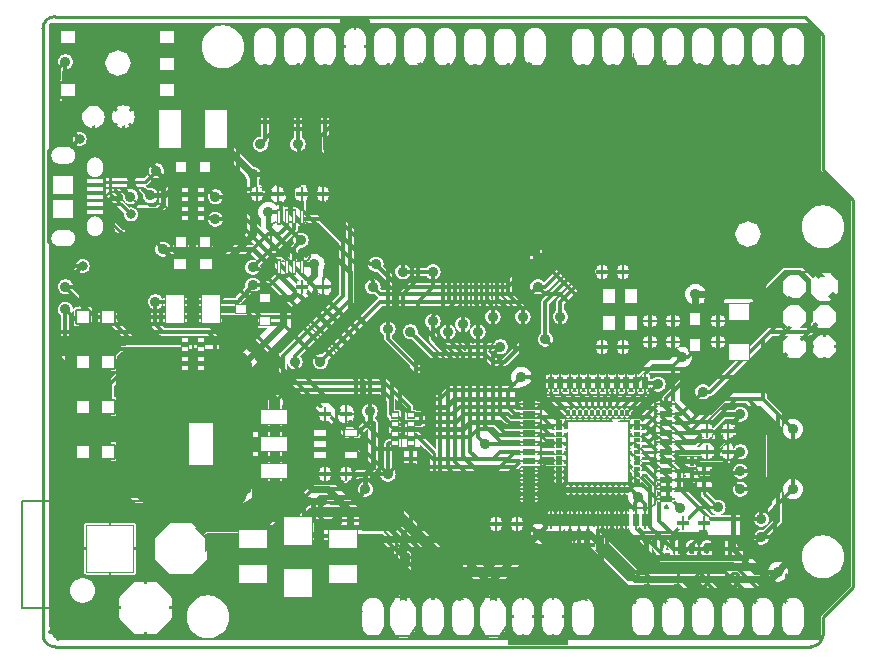
<source format=gtp>
G04 #@! TF.GenerationSoftware,KiCad,Pcbnew,8.0.4*
G04 #@! TF.CreationDate,2024-12-17T16:27:51+00:00*
G04 #@! TF.ProjectId,Leonardo_Rev3e,4c656f6e-6172-4646-9f5f-52657633652e,3d*
G04 #@! TF.SameCoordinates,Original*
G04 #@! TF.FileFunction,Paste,Top*
G04 #@! TF.FilePolarity,Positive*
%FSLAX46Y46*%
G04 Gerber Fmt 4.6, Leading zero omitted, Abs format (unit mm)*
G04 Created by KiCad (PCBNEW 8.0.4) date 2024-12-17 16:27:51*
%MOMM*%
%LPD*%
G01*
G04 APERTURE LIST*
G04 Aperture macros list*
%AMRoundRect*
0 Rectangle with rounded corners*
0 $1 Rounding radius*
0 $2 $3 $4 $5 $6 $7 $8 $9 X,Y pos of 4 corners*
0 Add a 4 corners polygon primitive as box body*
4,1,4,$2,$3,$4,$5,$6,$7,$8,$9,$2,$3,0*
0 Add four circle primitives for the rounded corners*
1,1,$1+$1,$2,$3*
1,1,$1+$1,$4,$5*
1,1,$1+$1,$6,$7*
1,1,$1+$1,$8,$9*
0 Add four rect primitives between the rounded corners*
20,1,$1+$1,$2,$3,$4,$5,0*
20,1,$1+$1,$4,$5,$6,$7,0*
20,1,$1+$1,$6,$7,$8,$9,0*
20,1,$1+$1,$8,$9,$2,$3,0*%
%AMOutline5P*
0 Free polygon, 5 corners , with rotation*
0 The origin of the aperture is its center*
0 number of corners: always 5*
0 $1 to $10 corner X, Y*
0 $11 Rotation angle, in degrees counterclockwise*
0 create outline with 5 corners*
4,1,5,$1,$2,$3,$4,$5,$6,$7,$8,$9,$10,$1,$2,$11*%
%AMOutline6P*
0 Free polygon, 6 corners , with rotation*
0 The origin of the aperture is its center*
0 number of corners: always 6*
0 $1 to $12 corner X, Y*
0 $13 Rotation angle, in degrees counterclockwise*
0 create outline with 6 corners*
4,1,6,$1,$2,$3,$4,$5,$6,$7,$8,$9,$10,$11,$12,$1,$2,$13*%
%AMOutline7P*
0 Free polygon, 7 corners , with rotation*
0 The origin of the aperture is its center*
0 number of corners: always 7*
0 $1 to $14 corner X, Y*
0 $15 Rotation angle, in degrees counterclockwise*
0 create outline with 7 corners*
4,1,7,$1,$2,$3,$4,$5,$6,$7,$8,$9,$10,$11,$12,$13,$14,$1,$2,$15*%
%AMOutline8P*
0 Free polygon, 8 corners , with rotation*
0 The origin of the aperture is its center*
0 number of corners: always 8*
0 $1 to $16 corner X, Y*
0 $17 Rotation angle, in degrees counterclockwise*
0 create outline with 8 corners*
4,1,8,$1,$2,$3,$4,$5,$6,$7,$8,$9,$10,$11,$12,$13,$14,$15,$16,$1,$2,$17*%
%AMFreePoly0*
4,1,17,0.356937,0.810921,0.810921,0.356937,0.825800,0.321016,0.825800,-0.321016,0.810921,-0.356937,0.356937,-0.810921,0.321016,-0.825800,-0.321016,-0.825800,-0.356937,-0.810921,-0.810921,-0.356937,-0.825800,-0.321016,-0.825800,0.321016,-0.810921,0.356937,-0.356937,0.810921,-0.321016,0.825800,0.321016,0.825800,0.356937,0.810921,0.356937,0.810921,$1*%
%AMFreePoly1*
4,1,17,0.864348,2.035921,2.035921,0.864348,2.050800,0.828427,2.050800,-0.828427,2.035921,-0.864348,0.864348,-2.035921,0.828427,-2.050800,-0.828427,-2.050800,-0.864348,-2.035921,-2.035921,-0.864348,-2.050800,-0.828427,-2.050800,0.828427,-2.035921,0.864348,-0.864348,2.035921,-0.828427,2.050800,0.828427,2.050800,0.864348,2.035921,0.864348,2.035921,$1*%
G04 Aperture macros list end*
%ADD10C,0.000000*%
%ADD11R,2.235200X1.219200*%
%ADD12R,2.200000X3.600000*%
%ADD13RoundRect,0.359360X0.089840X-0.190640X0.089840X0.190640X-0.089840X0.190640X-0.089840X-0.190640X0*%
%ADD14RoundRect,0.359360X-0.089840X0.190640X-0.089840X-0.190640X0.089840X-0.190640X0.089840X0.190640X0*%
%ADD15R,1.200000X0.550000*%
%ADD16R,1.800000X1.400000*%
%ADD17R,1.000000X1.000000*%
%ADD18R,0.889000X0.787400*%
%ADD19R,1.200000X1.200000*%
%ADD20RoundRect,0.180000X0.520000X0.045000X-0.520000X0.045000X-0.520000X-0.045000X0.520000X-0.045000X0*%
%ADD21RoundRect,0.180000X0.045000X0.520000X-0.045000X0.520000X-0.045000X-0.520000X0.045000X-0.520000X0*%
%ADD22R,2.400000X2.400000*%
%ADD23R,1.000000X1.200000*%
%ADD24R,0.650000X0.500000*%
%ADD25R,1.900000X3.400000*%
%ADD26RoundRect,0.359360X-0.089840X-0.190640X0.089840X-0.190640X0.089840X0.190640X-0.089840X0.190640X0*%
%ADD27R,1.346200X0.457200*%
%ADD28R,1.651000X1.498600*%
%ADD29R,2.400000X1.600000*%
%ADD30R,1.600000X2.400000*%
%ADD31R,0.300000X1.200000*%
%ADD32R,1.050000X1.300000*%
%ADD33R,1.200000X1.000000*%
%ADD34RoundRect,0.359360X0.190640X0.089840X-0.190640X0.089840X-0.190640X-0.089840X0.190640X-0.089840X0*%
%ADD35RoundRect,0.359360X-0.190640X-0.089840X0.190640X-0.089840X0.190640X0.089840X-0.190640X0.089840X0*%
%ADD36RoundRect,0.250000X0.275000X0.275000X-0.275000X0.275000X-0.275000X-0.275000X0.275000X-0.275000X0*%
%ADD37RoundRect,0.110000X0.265000X0.027500X-0.265000X0.027500X-0.265000X-0.027500X0.265000X-0.027500X0*%
%ADD38RoundRect,0.110000X-0.027500X0.265000X-0.027500X-0.265000X0.027500X-0.265000X0.027500X0.265000X0*%
%ADD39RoundRect,0.110000X-0.265000X-0.027500X0.265000X-0.027500X0.265000X0.027500X-0.265000X0.027500X0*%
%ADD40RoundRect,0.110000X0.027500X-0.265000X0.027500X0.265000X-0.027500X0.265000X-0.027500X-0.265000X0*%
%ADD41RoundRect,0.105000X0.695000X0.595000X-0.695000X0.595000X-0.695000X-0.595000X0.695000X-0.595000X0*%
%ADD42RoundRect,0.359360X0.089840X0.190640X-0.089840X0.190640X-0.089840X-0.190640X0.089840X-0.190640X0*%
%ADD43C,0.121920*%
G04 #@! TA.AperFunction,NonConductor*
%ADD44C,0.121920*%
G04 #@! TD*
G04 #@! TA.AperFunction,ComponentPad*
%ADD45C,1.524000*%
G04 #@! TD*
G04 #@! TA.AperFunction,ComponentPad*
%ADD46O,1.422400X2.844800*%
G04 #@! TD*
G04 #@! TA.AperFunction,SMDPad,CuDef*
%ADD47RoundRect,0.500000X-0.000010X-0.000010X0.000010X-0.000010X0.000010X0.000010X-0.000010X0.000010X0*%
G04 #@! TD*
G04 #@! TA.AperFunction,ComponentPad*
%ADD48O,1.651000X1.016000*%
G04 #@! TD*
G04 #@! TA.AperFunction,ComponentPad*
%ADD49O,1.016000X1.295400*%
G04 #@! TD*
G04 #@! TA.AperFunction,ComponentPad*
%ADD50Outline8P,-0.775000X0.321016X-0.321016X0.775000X0.321016X0.775000X0.775000X0.321016X0.775000X-0.321016X0.321016X-0.775000X-0.321016X-0.775000X-0.775000X-0.321016X270.000000*%
G04 #@! TD*
G04 #@! TA.AperFunction,ComponentPad*
%ADD51Outline8P,-2.000000X0.828427X-0.828427X2.000000X0.828427X2.000000X2.000000X0.828427X2.000000X-0.828427X0.828427X-2.000000X-0.828427X-2.000000X-2.000000X-0.828427X270.000000*%
G04 #@! TD*
G04 #@! TA.AperFunction,ComponentPad*
%ADD52Outline8P,-2.000000X0.828427X-0.828427X2.000000X0.828427X2.000000X2.000000X0.828427X2.000000X-0.828427X0.828427X-2.000000X-0.828427X-2.000000X-2.000000X-0.828427X90.000000*%
G04 #@! TD*
G04 #@! TA.AperFunction,ComponentPad*
%ADD53R,4.000000X4.000000*%
G04 #@! TD*
G04 #@! TA.AperFunction,SMDPad,CuDef*
%ADD54RoundRect,0.315000X0.135000X-0.035000X0.135000X0.035000X-0.135000X0.035000X-0.135000X-0.035000X0*%
G04 #@! TD*
G04 #@! TA.AperFunction,ViaPad*
%ADD55C,0.900000*%
G04 #@! TD*
G04 #@! TA.AperFunction,ViaPad*
%ADD56C,0.800000*%
G04 #@! TD*
G04 #@! TA.AperFunction,Conductor*
%ADD57C,0.203200*%
G04 #@! TD*
G04 #@! TA.AperFunction,Conductor*
%ADD58C,0.304800*%
G04 #@! TD*
G04 #@! TA.AperFunction,Conductor*
%ADD59C,0.609600*%
G04 #@! TD*
G04 #@! TA.AperFunction,Conductor*
%ADD60C,0.406400*%
G04 #@! TD*
G04 #@! TA.AperFunction,Conductor*
%ADD61C,0.254000*%
G04 #@! TD*
G04 #@! TA.AperFunction,Conductor*
%ADD62C,0.250000*%
G04 #@! TD*
G04 #@! TA.AperFunction,Conductor*
%ADD63C,0.812800*%
G04 #@! TD*
%ADD64C,3.200000*%
%ADD65C,1.524000*%
%ADD66O,1.524000X2.946400*%
%ADD67RoundRect,0.550800X-0.000010X-0.000010X0.000010X-0.000010X0.000010X0.000010X-0.000010X0.000010X0*%
%ADD68O,1.651000X1.016000*%
%ADD69O,1.016000X1.295400*%
%ADD70FreePoly0,270.000000*%
%ADD71FreePoly1,270.000000*%
%ADD72FreePoly1,90.000000*%
%ADD73RoundRect,0.050800X2.000000X-2.000000X2.000000X2.000000X-2.000000X2.000000X-2.000000X-2.000000X0*%
%ADD74RoundRect,0.360720X0.140080X-0.040080X0.140080X0.040080X-0.140080X0.040080X-0.140080X-0.040080X0*%
%ADD75RoundRect,0.315000X0.135000X-0.035000X0.135000X0.035000X-0.135000X0.035000X-0.135000X-0.035000X0*%
%ADD76C,0.254000*%
%ADD77C,0.228600*%
%ADD78C,0.150000*%
G04 #@! TA.AperFunction,SMDPad,CuDef*
%ADD79R,2.235200X1.219200*%
G04 #@! TD*
G04 #@! TA.AperFunction,SMDPad,CuDef*
%ADD80R,2.200000X3.600000*%
G04 #@! TD*
G04 #@! TA.AperFunction,SMDPad,CuDef*
%ADD81RoundRect,0.508000X-0.000010X-0.000010X0.000010X-0.000010X0.000010X0.000010X-0.000010X0.000010X0*%
G04 #@! TD*
G04 #@! TA.AperFunction,SMDPad,CuDef*
%ADD82RoundRect,0.359360X0.089840X-0.190640X0.089840X0.190640X-0.089840X0.190640X-0.089840X-0.190640X0*%
G04 #@! TD*
G04 #@! TA.AperFunction,SMDPad,CuDef*
%ADD83RoundRect,0.359360X-0.089840X0.190640X-0.089840X-0.190640X0.089840X-0.190640X0.089840X0.190640X0*%
G04 #@! TD*
G04 #@! TA.AperFunction,SMDPad,CuDef*
%ADD84R,1.200000X0.550000*%
G04 #@! TD*
G04 #@! TA.AperFunction,SMDPad,CuDef*
%ADD85R,1.800000X1.400000*%
G04 #@! TD*
G04 #@! TA.AperFunction,SMDPad,CuDef*
%ADD86R,1.000000X1.000000*%
G04 #@! TD*
G04 #@! TA.AperFunction,SMDPad,CuDef*
%ADD87R,0.889000X0.787400*%
G04 #@! TD*
G04 #@! TA.AperFunction,SMDPad,CuDef*
%ADD88R,1.200000X1.200000*%
G04 #@! TD*
G04 #@! TA.AperFunction,SMDPad,CuDef*
%ADD89RoundRect,0.180000X0.520000X0.045000X-0.520000X0.045000X-0.520000X-0.045000X0.520000X-0.045000X0*%
G04 #@! TD*
G04 #@! TA.AperFunction,SMDPad,CuDef*
%ADD90RoundRect,0.180000X0.045000X0.520000X-0.045000X0.520000X-0.045000X-0.520000X0.045000X-0.520000X0*%
G04 #@! TD*
G04 #@! TA.AperFunction,SMDPad,CuDef*
%ADD91R,2.400000X2.400000*%
G04 #@! TD*
G04 #@! TA.AperFunction,SMDPad,CuDef*
%ADD92R,1.000000X1.200000*%
G04 #@! TD*
G04 #@! TA.AperFunction,SMDPad,CuDef*
%ADD93R,0.650000X0.500000*%
G04 #@! TD*
G04 #@! TA.AperFunction,SMDPad,CuDef*
%ADD94R,1.900000X3.400000*%
G04 #@! TD*
G04 #@! TA.AperFunction,SMDPad,CuDef*
%ADD95RoundRect,0.359360X-0.089840X-0.190640X0.089840X-0.190640X0.089840X0.190640X-0.089840X0.190640X0*%
G04 #@! TD*
G04 #@! TA.AperFunction,SMDPad,CuDef*
%ADD96R,1.346200X0.457200*%
G04 #@! TD*
G04 #@! TA.AperFunction,SMDPad,CuDef*
%ADD97R,1.651000X1.498600*%
G04 #@! TD*
G04 #@! TA.AperFunction,SMDPad,CuDef*
%ADD98R,2.400000X1.600000*%
G04 #@! TD*
G04 #@! TA.AperFunction,SMDPad,CuDef*
%ADD99R,1.600000X2.400000*%
G04 #@! TD*
G04 #@! TA.AperFunction,SMDPad,CuDef*
%ADD100R,0.300000X1.200000*%
G04 #@! TD*
G04 #@! TA.AperFunction,SMDPad,CuDef*
%ADD101R,1.050000X1.300000*%
G04 #@! TD*
G04 #@! TA.AperFunction,SMDPad,CuDef*
%ADD102R,1.200000X1.000000*%
G04 #@! TD*
G04 #@! TA.AperFunction,SMDPad,CuDef*
%ADD103RoundRect,0.359360X0.190640X0.089840X-0.190640X0.089840X-0.190640X-0.089840X0.190640X-0.089840X0*%
G04 #@! TD*
G04 #@! TA.AperFunction,SMDPad,CuDef*
%ADD104RoundRect,0.359360X-0.190640X-0.089840X0.190640X-0.089840X0.190640X0.089840X-0.190640X0.089840X0*%
G04 #@! TD*
G04 #@! TA.AperFunction,SMDPad,CuDef*
%ADD105RoundRect,0.110000X0.265000X0.027500X-0.265000X0.027500X-0.265000X-0.027500X0.265000X-0.027500X0*%
G04 #@! TD*
G04 #@! TA.AperFunction,SMDPad,CuDef*
%ADD106RoundRect,0.110000X-0.027500X0.265000X-0.027500X-0.265000X0.027500X-0.265000X0.027500X0.265000X0*%
G04 #@! TD*
G04 #@! TA.AperFunction,SMDPad,CuDef*
%ADD107RoundRect,0.110000X-0.265000X-0.027500X0.265000X-0.027500X0.265000X0.027500X-0.265000X0.027500X0*%
G04 #@! TD*
G04 #@! TA.AperFunction,SMDPad,CuDef*
%ADD108RoundRect,0.110000X0.027500X-0.265000X0.027500X0.265000X-0.027500X0.265000X-0.027500X-0.265000X0*%
G04 #@! TD*
G04 #@! TA.AperFunction,HeatsinkPad*
%ADD109R,5.200000X5.200000*%
G04 #@! TD*
G04 #@! TA.AperFunction,SMDPad,CuDef*
%ADD110RoundRect,0.105000X0.695000X0.595000X-0.695000X0.595000X-0.695000X-0.595000X0.695000X-0.595000X0*%
G04 #@! TD*
G04 #@! TA.AperFunction,SMDPad,CuDef*
%ADD111RoundRect,0.359360X0.089840X0.190640X-0.089840X0.190640X-0.089840X-0.190640X0.089840X-0.190640X0*%
G04 #@! TD*
G04 #@! TA.AperFunction,Conductor*
%ADD112C,1.270000*%
G04 #@! TD*
G04 #@! TA.AperFunction,Conductor*
%ADD113C,0.279400*%
G04 #@! TD*
G04 #@! TA.AperFunction,Conductor*
%ADD114C,1.016000*%
G04 #@! TD*
G04 #@! TA.AperFunction,Conductor*
%ADD115C,0.200000*%
G04 #@! TD*
%ADD116C,1.200000*%
%ADD117RoundRect,0.050800X1.117600X-0.609600X1.117600X0.609600X-1.117600X0.609600X-1.117600X-0.609600X0*%
%ADD118RoundRect,0.050800X1.100000X-1.800000X1.100000X1.800000X-1.100000X1.800000X-1.100000X-1.800000X0*%
%ADD119RoundRect,0.558800X-0.000010X-0.000010X0.000010X-0.000010X0.000010X0.000010X-0.000010X0.000010X0*%
%ADD120RoundRect,0.400000X0.100000X-0.200800X0.100000X0.200800X-0.100000X0.200800X-0.100000X-0.200800X0*%
%ADD121RoundRect,0.400000X-0.100000X0.200800X-0.100000X-0.200800X0.100000X-0.200800X0.100000X0.200800X0*%
%ADD122RoundRect,0.050800X-0.600000X0.275000X-0.600000X-0.275000X0.600000X-0.275000X0.600000X0.275000X0*%
%ADD123RoundRect,0.050800X-0.900000X0.700000X-0.900000X-0.700000X0.900000X-0.700000X0.900000X0.700000X0*%
%ADD124RoundRect,0.050800X-0.500000X-0.500000X0.500000X-0.500000X0.500000X0.500000X-0.500000X0.500000X0*%
%ADD125RoundRect,0.050800X-0.444500X0.393700X-0.444500X-0.393700X0.444500X-0.393700X0.444500X0.393700X0*%
%ADD126RoundRect,0.050800X0.600000X-0.600000X0.600000X0.600000X-0.600000X0.600000X-0.600000X-0.600000X0*%
%ADD127RoundRect,0.220640X0.530160X0.055160X-0.530160X0.055160X-0.530160X-0.055160X0.530160X-0.055160X0*%
%ADD128RoundRect,0.220640X0.055160X0.530160X-0.055160X0.530160X-0.055160X-0.530160X0.055160X-0.530160X0*%
%ADD129RoundRect,0.050800X-1.200000X1.200000X-1.200000X-1.200000X1.200000X-1.200000X1.200000X1.200000X0*%
%ADD130RoundRect,0.050800X-0.500000X0.600000X-0.500000X-0.600000X0.500000X-0.600000X0.500000X0.600000X0*%
%ADD131RoundRect,0.050800X0.325000X-0.250000X0.325000X0.250000X-0.325000X0.250000X-0.325000X-0.250000X0*%
%ADD132RoundRect,0.050800X0.950000X1.700000X-0.950000X1.700000X-0.950000X-1.700000X0.950000X-1.700000X0*%
%ADD133RoundRect,0.400000X-0.100000X-0.200800X0.100000X-0.200800X0.100000X0.200800X-0.100000X0.200800X0*%
%ADD134RoundRect,0.050800X-1.200000X0.800000X-1.200000X-0.800000X1.200000X-0.800000X1.200000X0.800000X0*%
%ADD135RoundRect,0.050800X1.200000X-0.800000X1.200000X0.800000X-1.200000X0.800000X-1.200000X-0.800000X0*%
%ADD136RoundRect,0.050800X0.800000X1.200000X-0.800000X1.200000X-0.800000X-1.200000X0.800000X-1.200000X0*%
%ADD137RoundRect,0.050800X-0.800000X-1.200000X0.800000X-1.200000X0.800000X1.200000X-0.800000X1.200000X0*%
%ADD138RoundRect,0.050800X-0.150000X-0.600000X0.150000X-0.600000X0.150000X0.600000X-0.150000X0.600000X0*%
%ADD139RoundRect,0.050800X-0.325000X0.250000X-0.325000X-0.250000X0.325000X-0.250000X0.325000X0.250000X0*%
%ADD140RoundRect,0.050800X-0.525000X-0.650000X0.525000X-0.650000X0.525000X0.650000X-0.525000X0.650000X0*%
%ADD141RoundRect,0.050800X-0.600000X-0.500000X0.600000X-0.500000X0.600000X0.500000X-0.600000X0.500000X0*%
%ADD142RoundRect,0.400000X0.200800X0.100000X-0.200800X0.100000X-0.200800X-0.100000X0.200800X-0.100000X0*%
%ADD143RoundRect,0.400000X-0.200800X-0.100000X0.200800X-0.100000X0.200800X0.100000X-0.200800X0.100000X0*%
%ADD144RoundRect,0.150640X0.275160X0.037660X-0.275160X0.037660X-0.275160X-0.037660X0.275160X-0.037660X0*%
%ADD145RoundRect,0.150640X-0.037660X0.275160X-0.037660X-0.275160X0.037660X-0.275160X0.037660X0.275160X0*%
%ADD146RoundRect,0.150640X-0.275160X-0.037660X0.275160X-0.037660X0.275160X0.037660X-0.275160X0.037660X0*%
%ADD147RoundRect,0.150640X0.037660X-0.275160X0.037660X0.275160X-0.037660X0.275160X-0.037660X-0.275160X0*%
%ADD148R,5.200000X5.200000*%
%ADD149RoundRect,0.112620X0.738180X0.638180X-0.738180X0.638180X-0.738180X-0.638180X0.738180X-0.638180X0*%
%ADD150RoundRect,0.400000X0.100000X0.200800X-0.100000X0.200800X-0.100000X-0.200800X0.100000X-0.200800X0*%
%ADD151C,0.304800*%
%ADD152C,0.127000*%
%ADD153C,0.050800*%
%ADD154C,0.203200*%
%ADD155C,0.152400*%
%ADD156C,0.013229*%
%ADD157C,0.101600*%
%ADD158C,0.070000*%
%ADD159C,0.120000*%
G04 #@! TA.AperFunction,Profile*
%ADD160C,0.254000*%
G04 #@! TD*
G04 APERTURE END LIST*
D10*
G36*
X125259000Y-82701000D02*
G01*
X124370000Y-82701000D01*
X124370000Y-81939000D01*
X125259000Y-81939000D01*
X125259000Y-82701000D01*
G37*
D11*
X133819900Y-116840000D03*
X133819900Y-114528600D03*
X133819900Y-112217200D03*
D12*
X127622100Y-114528600D03*
D13*
X161582100Y-99923600D03*
X163360100Y-99923600D03*
D14*
X172249000Y-113450300D03*
X170471000Y-113450300D03*
D15*
X137676100Y-113578600D03*
X137676100Y-114528600D03*
X137676100Y-115478600D03*
X140276100Y-115478600D03*
X140276100Y-113578600D03*
D16*
X173139100Y-106703600D03*
X173139100Y-103303600D03*
D17*
X125911100Y-91033600D03*
X127911100Y-91033600D03*
D18*
X130975100Y-103124000D03*
X133007100Y-102158800D03*
X133007100Y-104089200D03*
D19*
X119706100Y-115163600D03*
X117606100Y-115163600D03*
D20*
X167001100Y-119163600D03*
X167001100Y-118363600D03*
X167001100Y-117563600D03*
X167001100Y-116763600D03*
X167001100Y-115963600D03*
X167001100Y-115163600D03*
X167001100Y-114363600D03*
X167001100Y-113563600D03*
X167001100Y-112763600D03*
X167001100Y-111963600D03*
X167001100Y-111163600D03*
D21*
X165201100Y-109363600D03*
X164401100Y-109363600D03*
X163601100Y-109363600D03*
X162801100Y-109363600D03*
X162001100Y-109363600D03*
X161201100Y-109363600D03*
X160401100Y-109363600D03*
X159601100Y-109363600D03*
X158801100Y-109363600D03*
X158001100Y-109363600D03*
X157201100Y-109363600D03*
D20*
X155401100Y-111163600D03*
X155401100Y-111963600D03*
X155401100Y-112763600D03*
X155401100Y-113563600D03*
X155401100Y-114363600D03*
X155401100Y-115163600D03*
X155401100Y-115963600D03*
X155401100Y-116763600D03*
X155401100Y-117563600D03*
X155401100Y-118363600D03*
X155401100Y-119163600D03*
D21*
X157201100Y-120963600D03*
X158001100Y-120963600D03*
X158801100Y-120963600D03*
X159601100Y-120963600D03*
X160401100Y-120963600D03*
X161201100Y-120963600D03*
X162001100Y-120963600D03*
X162801100Y-120963600D03*
X163601100Y-120963600D03*
X164401100Y-120963600D03*
X165201100Y-120963600D03*
D19*
X119706100Y-103733600D03*
X117606100Y-103733600D03*
D22*
X135801100Y-126253600D03*
X135801100Y-121853600D03*
D23*
X169456100Y-103903600D03*
X169456100Y-106103600D03*
D17*
X125911100Y-97383600D03*
X127911100Y-97383600D03*
D24*
X127586100Y-95408600D03*
X127586100Y-94608600D03*
X127586100Y-93808600D03*
X127586100Y-93008600D03*
X126236100Y-93008600D03*
X126236100Y-93808600D03*
X126236100Y-94608600D03*
X126236100Y-95408600D03*
D14*
X154335100Y-121248600D03*
X152557100Y-121248600D03*
D25*
X128861100Y-87858600D03*
X124961100Y-87858600D03*
D19*
X119706100Y-111353600D03*
X117606100Y-111353600D03*
D26*
X161582100Y-106273600D03*
X163360100Y-106273600D03*
D27*
X118622600Y-92280000D03*
X118622600Y-92930001D03*
X118622600Y-93580000D03*
X118622600Y-94229999D03*
X118622600Y-94880000D03*
D28*
X115947599Y-92579999D03*
X115947599Y-94580001D03*
D29*
X131991100Y-122553600D03*
X131991100Y-125553600D03*
D30*
X128411100Y-103098600D03*
X125411100Y-103098600D03*
D13*
X170411000Y-115170000D03*
X172189000Y-115170000D03*
D31*
X134190100Y-99496600D03*
X134840100Y-99496600D03*
X135490100Y-99496600D03*
X136140100Y-99496600D03*
X136140100Y-95271600D03*
X135490100Y-95271600D03*
X134840100Y-95271600D03*
X134190100Y-95271600D03*
D24*
X127586100Y-108108600D03*
X127586100Y-107308600D03*
X127586100Y-106508600D03*
X127586100Y-105708600D03*
X126236100Y-105708600D03*
X126236100Y-106508600D03*
X126236100Y-107308600D03*
X126236100Y-108108600D03*
X144016100Y-112058600D03*
X144016100Y-112858600D03*
X144016100Y-113658600D03*
X144016100Y-114458600D03*
X145366100Y-114458600D03*
X145366100Y-113658600D03*
X145366100Y-112858600D03*
X145366100Y-112058600D03*
D13*
X138087100Y-117068600D03*
X139865100Y-117068600D03*
D32*
X162181100Y-101948600D03*
X162181100Y-104248600D03*
X164031100Y-104248600D03*
X164031100Y-101948600D03*
D33*
X125811100Y-99288600D03*
X128011100Y-99288600D03*
D29*
X139611100Y-122553600D03*
X139611100Y-125553600D03*
D34*
X165646100Y-105892600D03*
X165646100Y-104114600D03*
D13*
X168397100Y-121223600D03*
X170175100Y-121223600D03*
X136182100Y-101193600D03*
X137960100Y-101193600D03*
D34*
X167551100Y-105892600D03*
X167551100Y-104114600D03*
D35*
X171361100Y-104114600D03*
X171361100Y-105892600D03*
D36*
X163151100Y-117113600D03*
X163151100Y-115813600D03*
X163151100Y-114513600D03*
X163151100Y-113213600D03*
X161851100Y-117113600D03*
X161851100Y-115813600D03*
X161851100Y-114513600D03*
X161851100Y-113213600D03*
X160551100Y-117113600D03*
X160551100Y-115813600D03*
X160551100Y-114513600D03*
X160551100Y-113213600D03*
X159251100Y-117113600D03*
X159251100Y-115813600D03*
X159251100Y-114513600D03*
X159251100Y-113213600D03*
D37*
X164476100Y-117663600D03*
X164476100Y-117163600D03*
X164476100Y-116663600D03*
X164476100Y-116163600D03*
X164476100Y-115663600D03*
X164476100Y-115163600D03*
X164476100Y-114663600D03*
X164476100Y-114163600D03*
X164476100Y-113663600D03*
X164476100Y-113163600D03*
X164476100Y-112663600D03*
D38*
X163701100Y-111888600D03*
X163201100Y-111888600D03*
X162701100Y-111888600D03*
X162201100Y-111888600D03*
X161701100Y-111888600D03*
X161201100Y-111888600D03*
X160701100Y-111888600D03*
X160201100Y-111888600D03*
X159701100Y-111888600D03*
X159201100Y-111888600D03*
X158701100Y-111888600D03*
D39*
X157926100Y-112663600D03*
X157926100Y-113163600D03*
X157926100Y-113663600D03*
X157926100Y-114163600D03*
X157926100Y-114663600D03*
X157926100Y-115163600D03*
X157926100Y-115663600D03*
X157926100Y-116163600D03*
X157926100Y-116663600D03*
X157926100Y-117163600D03*
X157926100Y-117663600D03*
D40*
X158701100Y-118438600D03*
X159201100Y-118438600D03*
X159701100Y-118438600D03*
X160201100Y-118438600D03*
X160701100Y-118438600D03*
X161201100Y-118438600D03*
X161701100Y-118438600D03*
X162201100Y-118438600D03*
X162701100Y-118438600D03*
X163201100Y-118438600D03*
X163701100Y-118438600D03*
D41*
X124760000Y-84570000D03*
X124760000Y-80070000D03*
X116360000Y-84570000D03*
X116360000Y-80070000D03*
D19*
X119706100Y-107543600D03*
X117606100Y-107543600D03*
D42*
X134150100Y-93319600D03*
X132372100Y-93319600D03*
D14*
X139865100Y-111988600D03*
X138087100Y-111988600D03*
X137960100Y-93319600D03*
X136182100Y-93319600D03*
D43*
D44*
X115548714Y-115821508D02*
X115591289Y-115778932D01*
X115591289Y-115778932D02*
X115633864Y-115693782D01*
X115633864Y-115693782D02*
X115633864Y-115480906D01*
X115633864Y-115480906D02*
X115591289Y-115395755D01*
X115591289Y-115395755D02*
X115548714Y-115353180D01*
X115548714Y-115353180D02*
X115463563Y-115310605D01*
X115463563Y-115310605D02*
X115378413Y-115310605D01*
X115378413Y-115310605D02*
X115250687Y-115353180D01*
X115250687Y-115353180D02*
X114739784Y-115864083D01*
X114739784Y-115864083D02*
X114739784Y-115310605D01*
X115633864Y-114757126D02*
X115633864Y-114671976D01*
X115633864Y-114671976D02*
X115591289Y-114586825D01*
X115591289Y-114586825D02*
X115548714Y-114544250D01*
X115548714Y-114544250D02*
X115463563Y-114501675D01*
X115463563Y-114501675D02*
X115293262Y-114459100D01*
X115293262Y-114459100D02*
X115080386Y-114459100D01*
X115080386Y-114459100D02*
X114910085Y-114501675D01*
X114910085Y-114501675D02*
X114824935Y-114544250D01*
X114824935Y-114544250D02*
X114782360Y-114586825D01*
X114782360Y-114586825D02*
X114739784Y-114671976D01*
X114739784Y-114671976D02*
X114739784Y-114757126D01*
X114739784Y-114757126D02*
X114782360Y-114842277D01*
X114782360Y-114842277D02*
X114824935Y-114884852D01*
X114824935Y-114884852D02*
X114910085Y-114927427D01*
X114910085Y-114927427D02*
X115080386Y-114970003D01*
X115080386Y-114970003D02*
X115293262Y-114970003D01*
X115293262Y-114970003D02*
X115463563Y-114927427D01*
X115463563Y-114927427D02*
X115548714Y-114884852D01*
X115548714Y-114884852D02*
X115591289Y-114842277D01*
X115591289Y-114842277D02*
X115633864Y-114757126D01*
X114739784Y-113607595D02*
X114739784Y-114118498D01*
X114739784Y-113863046D02*
X115633864Y-113863046D01*
X115633864Y-113863046D02*
X115506139Y-113948197D01*
X115506139Y-113948197D02*
X115420988Y-114033347D01*
X115420988Y-114033347D02*
X115378413Y-114118498D01*
X115633864Y-113309568D02*
X115633864Y-112713514D01*
X115633864Y-112713514D02*
X114739784Y-113096692D01*
X115080386Y-112372912D02*
X115080386Y-111691709D01*
X114739784Y-110755053D02*
X115165537Y-111053080D01*
X114739784Y-111265956D02*
X115633864Y-111265956D01*
X115633864Y-111265956D02*
X115633864Y-110925354D01*
X115633864Y-110925354D02*
X115591289Y-110840204D01*
X115591289Y-110840204D02*
X115548714Y-110797629D01*
X115548714Y-110797629D02*
X115463563Y-110755053D01*
X115463563Y-110755053D02*
X115335838Y-110755053D01*
X115335838Y-110755053D02*
X115250687Y-110797629D01*
X115250687Y-110797629D02*
X115208112Y-110840204D01*
X115208112Y-110840204D02*
X115165537Y-110925354D01*
X115165537Y-110925354D02*
X115165537Y-111265956D01*
X115208112Y-110371876D02*
X115208112Y-110073850D01*
X114739784Y-109946124D02*
X114739784Y-110371876D01*
X114739784Y-110371876D02*
X115633864Y-110371876D01*
X115633864Y-110371876D02*
X115633864Y-109946124D01*
X115633864Y-109690672D02*
X114739784Y-109392645D01*
X114739784Y-109392645D02*
X115633864Y-109094619D01*
X115633864Y-108881743D02*
X115633864Y-108328265D01*
X115633864Y-108328265D02*
X115293262Y-108626291D01*
X115293262Y-108626291D02*
X115293262Y-108498566D01*
X115293262Y-108498566D02*
X115250687Y-108413415D01*
X115250687Y-108413415D02*
X115208112Y-108370840D01*
X115208112Y-108370840D02*
X115122961Y-108328265D01*
X115122961Y-108328265D02*
X114910085Y-108328265D01*
X114910085Y-108328265D02*
X114824935Y-108370840D01*
X114824935Y-108370840D02*
X114782360Y-108413415D01*
X114782360Y-108413415D02*
X114739784Y-108498566D01*
X114739784Y-108498566D02*
X114739784Y-108754017D01*
X114739784Y-108754017D02*
X114782360Y-108839168D01*
X114782360Y-108839168D02*
X114824935Y-108881743D01*
X114782360Y-107604485D02*
X114739784Y-107689636D01*
X114739784Y-107689636D02*
X114739784Y-107859937D01*
X114739784Y-107859937D02*
X114782360Y-107945087D01*
X114782360Y-107945087D02*
X114867510Y-107987663D01*
X114867510Y-107987663D02*
X115208112Y-107987663D01*
X115208112Y-107987663D02*
X115293262Y-107945087D01*
X115293262Y-107945087D02*
X115335838Y-107859937D01*
X115335838Y-107859937D02*
X115335838Y-107689636D01*
X115335838Y-107689636D02*
X115293262Y-107604485D01*
X115293262Y-107604485D02*
X115208112Y-107561910D01*
X115208112Y-107561910D02*
X115122961Y-107561910D01*
X115122961Y-107561910D02*
X115037811Y-107987663D01*
D45*
X118470000Y-86810000D03*
X121010000Y-86810000D03*
D46*
X165011100Y-129133600D03*
X167551100Y-129133600D03*
X170091100Y-129133600D03*
X172631100Y-129133600D03*
X175171100Y-129133600D03*
X177711100Y-129133600D03*
X142151100Y-129133600D03*
X144691100Y-129133600D03*
X147231100Y-129133600D03*
X149771100Y-129133600D03*
X152311100Y-129133600D03*
X154851100Y-129133600D03*
X157391100Y-129133600D03*
X159931100Y-129133600D03*
X177711100Y-80873600D03*
X175171100Y-80873600D03*
X172631100Y-80873600D03*
X170091100Y-80873600D03*
X167551100Y-80873600D03*
X165011100Y-80873600D03*
X162471100Y-80873600D03*
X159931100Y-80873600D03*
D47*
X120711100Y-92303600D03*
D48*
X115947599Y-90080000D03*
X115947599Y-97080001D03*
D49*
X118622600Y-91080000D03*
X118622600Y-96080000D03*
D46*
X155867100Y-80873600D03*
X153327100Y-80873600D03*
X150787100Y-80873600D03*
X148247100Y-80873600D03*
X145707100Y-80873600D03*
X143167100Y-80873600D03*
X140627100Y-80873600D03*
X138087100Y-80873600D03*
X135547100Y-80873600D03*
X133007100Y-80873600D03*
D47*
X120720000Y-96110000D03*
D50*
X177838100Y-101193600D03*
X180378100Y-101193600D03*
X177838100Y-103733600D03*
X180378100Y-103733600D03*
X177838100Y-106273600D03*
X180378100Y-106273600D03*
D47*
X122720100Y-92303600D03*
D51*
X122897900Y-128371600D03*
D52*
X125895100Y-123367800D03*
D53*
X119900700Y-123367800D03*
D47*
X122720100Y-94843600D03*
D54*
X169140000Y-117230000D03*
X169140000Y-115930000D03*
X170210000Y-117998000D03*
X170210000Y-116698000D03*
D55*
X177711100Y-113258600D03*
X128816100Y-118338600D03*
X123101100Y-118338600D03*
X169456100Y-101828600D03*
X137198100Y-99288600D03*
X123101100Y-111983600D03*
X125006100Y-118338600D03*
X125006100Y-111983600D03*
X128816100Y-110083600D03*
X168313100Y-107162600D03*
X123101100Y-116438600D03*
X154724100Y-108813600D03*
X125001100Y-116438600D03*
X156121100Y-122148600D03*
X130086100Y-114528600D03*
X126911100Y-110083600D03*
X176441100Y-125323600D03*
X126911100Y-118338600D03*
X177711100Y-118338600D03*
X164604700Y-118973600D03*
X123101100Y-110083600D03*
X133301100Y-94843600D03*
X125006100Y-110083600D03*
X146850100Y-109321600D03*
X180251100Y-118338600D03*
X156121100Y-124053600D03*
X162471100Y-129133600D03*
X155994100Y-120370600D03*
X147231100Y-120243600D03*
X174307500Y-119532400D03*
X117210000Y-95990000D03*
X157899100Y-80873600D03*
X115452899Y-88405825D03*
X117070000Y-91100000D03*
X178981100Y-91033600D03*
X140119100Y-129133600D03*
X155994100Y-107924600D03*
X180251100Y-113258600D03*
X120280000Y-89210000D03*
X119660000Y-98480000D03*
X170726100Y-107162600D03*
X163106100Y-117068600D03*
X138468100Y-92049600D03*
X144183100Y-118592600D03*
X171361100Y-119888000D03*
X135547100Y-107543600D03*
X170091100Y-122148600D03*
X173266100Y-115163600D03*
X124371100Y-98018600D03*
X133896100Y-110972600D03*
X138341100Y-120243600D03*
X131991100Y-99542600D03*
X141897100Y-111734600D03*
X141516100Y-118338600D03*
X121610000Y-93559500D03*
X123311100Y-93473600D03*
X116116100Y-82143600D03*
D56*
X117570000Y-99450000D03*
D55*
X143421100Y-117068600D03*
X175044100Y-122402600D03*
D56*
X117320000Y-88700000D03*
D55*
X123811100Y-91373600D03*
X123736100Y-102463600D03*
X131991100Y-101066600D03*
X143421100Y-104771100D03*
X136055100Y-97256600D03*
X170091100Y-110083600D03*
D56*
X121645671Y-95077069D03*
D55*
X158026100Y-103733600D03*
X156756100Y-105638600D03*
X135801100Y-89128600D03*
X156121100Y-101193600D03*
X142151100Y-101193600D03*
X142405100Y-99288600D03*
X156121100Y-98653600D03*
X132626100Y-89128600D03*
X154851100Y-103733600D03*
X145326100Y-105003600D03*
X152311100Y-103733600D03*
X168186100Y-119943600D03*
X151041100Y-105003600D03*
X151676100Y-114528600D03*
X131991100Y-91668600D03*
X173266100Y-111988600D03*
X149771100Y-104388900D03*
X148501100Y-105003600D03*
X147231100Y-104118900D03*
X166281100Y-109448600D03*
X144691100Y-99923600D03*
X152946100Y-106273600D03*
X147231100Y-99923600D03*
X173266100Y-116814600D03*
X128816100Y-95478600D03*
X128816100Y-93573600D03*
X173266100Y-118338600D03*
X175044100Y-120878600D03*
X116116100Y-101193600D03*
X137706100Y-107543600D03*
X116116100Y-103098600D03*
D57*
X128816100Y-115798600D02*
X130086100Y-114528600D01*
X126911100Y-118338600D02*
X128816100Y-118338600D01*
D58*
X155867100Y-109194600D02*
X164630100Y-109194600D01*
D59*
X181521100Y-118719600D02*
X181521100Y-107543600D01*
X156121100Y-122148600D02*
X160566100Y-122148600D01*
D58*
X177711100Y-118338600D02*
X176187100Y-119862600D01*
D59*
X181521100Y-107543600D02*
X181775100Y-107289600D01*
D58*
X126911100Y-110083600D02*
X125006100Y-110083600D01*
D59*
X181775100Y-102717600D02*
X180378100Y-101193600D01*
X176441100Y-125323600D02*
X177838100Y-123545600D01*
D60*
X133261100Y-95137600D02*
X133301100Y-94843600D01*
X137198100Y-99288600D02*
X136436100Y-99288600D01*
D59*
X173901100Y-101828600D02*
X169456100Y-101828600D01*
X178981100Y-99288600D02*
X176441100Y-99288600D01*
X164376100Y-125958600D02*
X175806100Y-125958600D01*
D57*
X125001100Y-118333600D02*
X125006100Y-118338600D01*
X123101100Y-116438600D02*
X125001100Y-116438600D01*
D58*
X170980100Y-112623600D02*
X172885100Y-110718600D01*
D57*
X128816100Y-118338600D02*
X128816100Y-115798600D01*
X125001100Y-116438600D02*
X125001100Y-118333600D01*
D58*
X167551100Y-107924600D02*
X167551100Y-110972600D01*
X175171100Y-110718600D02*
X177711100Y-113258600D01*
D59*
X160566100Y-122148600D02*
X164376100Y-125958600D01*
D57*
X123101100Y-111983600D02*
X125006100Y-111983600D01*
D58*
X155486100Y-108813600D02*
X155867100Y-109194600D01*
X165900100Y-107924600D02*
X167551100Y-107924600D01*
D57*
X125006100Y-111983600D02*
X125006100Y-116433600D01*
D58*
X166916100Y-124053600D02*
X164376100Y-121513600D01*
D57*
X123101100Y-110083600D02*
X123101100Y-111983600D01*
D60*
X133261100Y-96113600D02*
X133261100Y-95137600D01*
D59*
X175806100Y-125958600D02*
X176441100Y-125323600D01*
X181775100Y-107289600D02*
X181775100Y-102717600D01*
D58*
X172885100Y-110718600D02*
X175171100Y-110718600D01*
X164376100Y-121513600D02*
X164376100Y-119608600D01*
X176187100Y-119862600D02*
X176187100Y-122656600D01*
D59*
X177838100Y-123545600D02*
X177838100Y-122910600D01*
X180378100Y-101193600D02*
X180251100Y-100558600D01*
D60*
X136436100Y-99288600D02*
X133261100Y-96113600D01*
D59*
X177838100Y-122910600D02*
X181521100Y-118719600D01*
D57*
X123101100Y-116438600D02*
X123101100Y-118338600D01*
D58*
X154724100Y-108813600D02*
X155486100Y-108813600D01*
D59*
X176441100Y-99288600D02*
X173901100Y-101828600D01*
D58*
X174790100Y-124053600D02*
X166916100Y-124053600D01*
X128816100Y-110083600D02*
X126911100Y-110083600D01*
X164630100Y-109194600D02*
X165900100Y-107924600D01*
X169202100Y-112623600D02*
X170980100Y-112623600D01*
X164376100Y-119608600D02*
X164604700Y-118973600D01*
D57*
X125006100Y-118338600D02*
X126911100Y-118338600D01*
X125006100Y-116433600D02*
X125001100Y-116438600D01*
D58*
X125006100Y-110083600D02*
X125006100Y-111983600D01*
X167551100Y-110972600D02*
X169202100Y-112623600D01*
X176187100Y-122656600D02*
X174790100Y-124053600D01*
D59*
X180251100Y-100558600D02*
X178981100Y-99288600D01*
D58*
X168313100Y-107162600D02*
X167551100Y-107924600D01*
D61*
X155391700Y-120973000D02*
X155391700Y-123324200D01*
D62*
X119660000Y-98435140D02*
X119660000Y-98480000D01*
X117210000Y-93800000D02*
X117210000Y-95990000D01*
X117210000Y-95990000D02*
X117214860Y-95990000D01*
X117098099Y-91071901D02*
X117070000Y-91100000D01*
D61*
X155994100Y-120370600D02*
X155391700Y-120973000D01*
X155391700Y-123324200D02*
X156121100Y-124053600D01*
D62*
X117098099Y-89734960D02*
X117098099Y-91071901D01*
X117070000Y-91100000D02*
X117070000Y-93660000D01*
X117210000Y-95990000D02*
X118356400Y-94843600D01*
X117070000Y-93660000D02*
X117210000Y-93800000D01*
X115768964Y-88405825D02*
X117098099Y-89734960D01*
X118356400Y-94843600D02*
X120711100Y-94843600D01*
X117214860Y-95990000D02*
X119660000Y-98435140D01*
X115452899Y-88405825D02*
X115768964Y-88405825D01*
D61*
X120711100Y-94843600D02*
X120711100Y-95963600D01*
D62*
X170210000Y-118736900D02*
X171361100Y-119888000D01*
X170210000Y-117998000D02*
X170210000Y-118736900D01*
D58*
X146342100Y-114909600D02*
X147231100Y-115798600D01*
X153581100Y-115798600D02*
X154089100Y-115290600D01*
X147231100Y-115798600D02*
X153581100Y-115798600D01*
X166408100Y-117703600D02*
X166408100Y-121005600D01*
X166408100Y-121005600D02*
X167551100Y-122148600D01*
X142532100Y-114909600D02*
X146342100Y-114909600D01*
X135547100Y-107543600D02*
X135547100Y-107924600D01*
X163995100Y-115290600D02*
X166408100Y-117703600D01*
X135547100Y-107924600D02*
X142532100Y-114909600D01*
X167551100Y-122148600D02*
X170091100Y-122148600D01*
X154089100Y-115290600D02*
X163995100Y-115290600D01*
D60*
X131991100Y-98018600D02*
X143040100Y-109067600D01*
X143040100Y-109067600D02*
X143040100Y-112242600D01*
X149771100Y-113258600D02*
X150406100Y-112623600D01*
X152946100Y-112623600D02*
X153327100Y-113004600D01*
X165265100Y-113004600D02*
X167979700Y-115719200D01*
X172710500Y-115719200D02*
X173266100Y-115163600D01*
X144056100Y-113258600D02*
X149771100Y-113258600D01*
X150406100Y-112623600D02*
X152946100Y-112623600D01*
X143040100Y-112242600D02*
X144056100Y-113258600D01*
X153327100Y-113004600D02*
X165265100Y-113004600D01*
X167979700Y-115719200D02*
X172710500Y-115719200D01*
X124371100Y-98018600D02*
X131991100Y-98018600D01*
D63*
X157391100Y-125323600D02*
X159931100Y-127863600D01*
X132626100Y-121513600D02*
X127907804Y-121513600D01*
X159931100Y-127863600D02*
X159931100Y-129133600D01*
X144056100Y-120243600D02*
X149136100Y-125323600D01*
X149136100Y-125323600D02*
X157391100Y-125323600D01*
X133896100Y-120243600D02*
X133896100Y-110972600D01*
X132626100Y-121513600D02*
X133896100Y-120243600D01*
X127907804Y-121513600D02*
X127466500Y-121954904D01*
X127466500Y-121954904D02*
X127466500Y-123256696D01*
X138341100Y-120243600D02*
X144056100Y-120243600D01*
D58*
X141897100Y-111734600D02*
X141897100Y-109067600D01*
X132118100Y-99542600D02*
X131991100Y-99542600D01*
D60*
X137706100Y-121513600D02*
X143421100Y-121513600D01*
X143421100Y-121513600D02*
X149771100Y-127863600D01*
X137706100Y-118973600D02*
X140881100Y-118973600D01*
X137071100Y-120878600D02*
X137706100Y-121513600D01*
D58*
X132245100Y-99669600D02*
X132118100Y-99542600D01*
D60*
X137071100Y-119608600D02*
X137706100Y-118973600D01*
D58*
X141897100Y-109067600D02*
X132499100Y-99669600D01*
D60*
X137071100Y-119608600D02*
X137071100Y-120878600D01*
D58*
X132499100Y-99669600D02*
X132245100Y-99669600D01*
D60*
X149771100Y-127863600D02*
X149771100Y-129133600D01*
X140881100Y-118973600D02*
X141516100Y-118338600D01*
X121610000Y-93559500D02*
X120711100Y-92660600D01*
X120711100Y-92660600D02*
X120711100Y-92303600D01*
X122720100Y-92882600D02*
X123311100Y-93473600D01*
X122720100Y-92303600D02*
X122720100Y-92882600D01*
D58*
X136309100Y-119100600D02*
X136309100Y-121386600D01*
X154216100Y-116433600D02*
X154597100Y-116052600D01*
X115608100Y-105003600D02*
X115100100Y-104495600D01*
X115481100Y-87223600D02*
X115843600Y-87223600D01*
X174028100Y-123418600D02*
X175044100Y-122402600D01*
X147231100Y-126593600D02*
X147231100Y-129133600D01*
X137071100Y-118338600D02*
X136309100Y-119100600D01*
X139611100Y-118338600D02*
X137071100Y-118338600D01*
X144691100Y-115798600D02*
X145961100Y-115798600D01*
X167551100Y-123418600D02*
X174028100Y-123418600D01*
X115100100Y-100239900D02*
X116780100Y-100239900D01*
X140881100Y-117068600D02*
X139611100Y-118338600D01*
X146596100Y-116433600D02*
X154216100Y-116433600D01*
X115100100Y-104495600D02*
X115100100Y-100239900D01*
X137198100Y-122275600D02*
X142913100Y-122275600D01*
X163614100Y-116052600D02*
X165646100Y-118084600D01*
X134277100Y-107289600D02*
X131991100Y-105003600D01*
X136309100Y-121386600D02*
X137198100Y-122275600D01*
X143421100Y-117068600D02*
X140881100Y-117068600D01*
X115843600Y-87223600D02*
X117320000Y-88700000D01*
X142913100Y-122275600D02*
X147231100Y-126593600D01*
X154597100Y-116052600D02*
X163614100Y-116052600D01*
X115481100Y-82778600D02*
X116116100Y-82143600D01*
X145961100Y-115798600D02*
X146596100Y-116433600D01*
X134277100Y-107924600D02*
X134277100Y-107289600D01*
X115481100Y-87223600D02*
X115481100Y-82778600D01*
X165646100Y-118084600D02*
X165646100Y-121513600D01*
X131991100Y-105003600D02*
X115608100Y-105003600D01*
X165646100Y-121513600D02*
X167551100Y-123418600D01*
X116780100Y-100239900D02*
X117570000Y-99450000D01*
X143421100Y-117068600D02*
X134277100Y-107924600D01*
X143421100Y-117068600D02*
X144691100Y-115798600D01*
D60*
X122720100Y-94843600D02*
X123841100Y-94843600D01*
X124411100Y-91973600D02*
X123811100Y-91373600D01*
X124411100Y-94273600D02*
X124411100Y-91973600D01*
X123841100Y-94843600D02*
X124411100Y-94273600D01*
D58*
X123736100Y-102463600D02*
X130721100Y-102463600D01*
X130721100Y-102463600D02*
X131991100Y-101066600D01*
X141135100Y-97383600D02*
X137325100Y-93573600D01*
X131991100Y-87223600D02*
X130721100Y-88493600D01*
X134404100Y-95605600D02*
X136055100Y-97256600D01*
X137325100Y-93573600D02*
X137325100Y-90779600D01*
X137706100Y-88493600D02*
X138976100Y-87223600D01*
X130721100Y-88493600D02*
X130721100Y-92303600D01*
X137706100Y-90398600D02*
X137706100Y-88493600D01*
X133261100Y-92938600D02*
X134404100Y-94081600D01*
X143421100Y-104771100D02*
X143421100Y-98653600D01*
X143421100Y-98653600D02*
X142151100Y-97383600D01*
X134404100Y-94081600D02*
X134404100Y-95605600D01*
X142151100Y-97383600D02*
X141135100Y-97383600D01*
X130721100Y-92303600D02*
X131356100Y-92938600D01*
X138976100Y-87223600D02*
X131991100Y-87223600D01*
X138976100Y-87223600D02*
X143421100Y-82778600D01*
X137325100Y-90779600D02*
X137706100Y-90398600D01*
X131356100Y-92938600D02*
X133261100Y-92938600D01*
X143421100Y-82778600D02*
X143421100Y-81127600D01*
X143421100Y-81127600D02*
X143167100Y-80873600D01*
X178981100Y-105003600D02*
X180378100Y-103733600D01*
X170726100Y-110083600D02*
X175806100Y-105003600D01*
X175806100Y-105003600D02*
X178981100Y-105003600D01*
X170091100Y-110083600D02*
X170726100Y-110083600D01*
D62*
X118470000Y-86810000D02*
X118470000Y-88895773D01*
X118470000Y-88895773D02*
X119886100Y-90311873D01*
X119886100Y-93317498D02*
X121645671Y-95077069D01*
X119886100Y-90311873D02*
X119886100Y-93317498D01*
D58*
X158026100Y-102463600D02*
X177711100Y-82778600D01*
X177711100Y-82778600D02*
X177711100Y-80873600D01*
X158026100Y-103733600D02*
X158026100Y-102463600D01*
X156756100Y-105638600D02*
X156756100Y-102463600D01*
X156756100Y-102463600D02*
X175171100Y-84048600D01*
X175171100Y-84048600D02*
X175171100Y-80873600D01*
X135801100Y-89255600D02*
X135801100Y-89128600D01*
X135928100Y-94462600D02*
X135928100Y-89382600D01*
X156756100Y-101193600D02*
X172631100Y-85318600D01*
X172631100Y-85318600D02*
X172631100Y-80873600D01*
X156121100Y-101193600D02*
X156756100Y-101193600D01*
X135928100Y-89382600D02*
X135801100Y-89255600D01*
X142151100Y-100685600D02*
X135928100Y-94462600D01*
X142151100Y-101193600D02*
X142151100Y-100685600D01*
X141897100Y-99288600D02*
X142405100Y-99288600D01*
X169456100Y-82778600D02*
X170091100Y-82143600D01*
X136690100Y-94081600D02*
X136690100Y-90271600D01*
X170091100Y-82143600D02*
X170091100Y-80873600D01*
X141897100Y-99288600D02*
X136690100Y-94081600D01*
X156121100Y-94208600D02*
X167551100Y-82778600D01*
X137071100Y-89763600D02*
X137071100Y-88493600D01*
X133896100Y-87858600D02*
X132626100Y-89128600D01*
X137071100Y-88493600D02*
X136436100Y-87858600D01*
X167551100Y-82778600D02*
X169456100Y-82778600D01*
X136436100Y-87858600D02*
X133896100Y-87858600D01*
X136690100Y-90271600D02*
X137071100Y-89763600D01*
X156121100Y-98653600D02*
X156121100Y-94208600D01*
X167551100Y-81508600D02*
X167551100Y-80873600D01*
X154851100Y-103098600D02*
X153581100Y-101828600D01*
X154851100Y-103733600D02*
X154851100Y-103098600D01*
X153581100Y-95478600D02*
X167551100Y-81508600D01*
X153581100Y-101828600D02*
X153581100Y-95478600D01*
X154216100Y-106654600D02*
X154216100Y-105638600D01*
X164376100Y-81508600D02*
X165011100Y-80873600D01*
X147231100Y-106908600D02*
X151676100Y-106908600D01*
X153581100Y-103098600D02*
X152692100Y-102209600D01*
X145326100Y-105003600D02*
X147231100Y-106908600D01*
X153581100Y-105003600D02*
X153581100Y-103098600D01*
X151676100Y-106908600D02*
X152311100Y-107543600D01*
X154216100Y-105638600D02*
X153581100Y-105003600D01*
X152692100Y-102209600D02*
X152692100Y-95097600D01*
X152311100Y-107543600D02*
X153327100Y-107543600D01*
X164376100Y-83413600D02*
X164376100Y-81508600D01*
X152692100Y-95097600D02*
X164376100Y-83413600D01*
X153327100Y-107543600D02*
X154216100Y-106654600D01*
X151803100Y-102209600D02*
X151803100Y-94716600D01*
X152311100Y-103098600D02*
X151803100Y-102209600D01*
X162471100Y-84048600D02*
X162471100Y-80873600D01*
X151803100Y-94716600D02*
X162471100Y-84048600D01*
X152311100Y-103733600D02*
X152311100Y-103098600D01*
X167170100Y-117322600D02*
X167170100Y-118927600D01*
X150914100Y-94335600D02*
X159931100Y-85318600D01*
X151041100Y-105003600D02*
X151041100Y-103098600D01*
X151676100Y-114528600D02*
X164376100Y-114528600D01*
X159931100Y-85318600D02*
X159931100Y-80873600D01*
X151041100Y-103098600D02*
X150914100Y-102590600D01*
X164376100Y-114528600D02*
X167170100Y-117322600D01*
X167170100Y-118927600D02*
X168186100Y-119943600D01*
X150914100Y-102590600D02*
X150914100Y-94335600D01*
D60*
X149009100Y-110718600D02*
X166281100Y-110718600D01*
X172631100Y-112623600D02*
X173266100Y-111988600D01*
X145072100Y-110464600D02*
X145961100Y-111353600D01*
X169075100Y-113512600D02*
X171107100Y-113512600D01*
X135166100Y-94843600D02*
X140246100Y-99923600D01*
X133261100Y-91668600D02*
X135166100Y-93573600D01*
X140246100Y-103098600D02*
X145072100Y-107924600D01*
X131991100Y-91668600D02*
X133261100Y-91668600D01*
X140246100Y-99923600D02*
X140246100Y-103098600D01*
X166281100Y-110718600D02*
X169075100Y-113512600D01*
X145072100Y-107924600D02*
X145072100Y-110464600D01*
X145961100Y-111353600D02*
X148374100Y-111353600D01*
X171996100Y-112623600D02*
X172631100Y-112623600D01*
X135166100Y-93573600D02*
X135166100Y-94843600D01*
X148374100Y-111353600D02*
X149009100Y-110718600D01*
X171107100Y-113512600D02*
X171996100Y-112623600D01*
D58*
X149771100Y-103098600D02*
X150025100Y-102844600D01*
X149771100Y-104388900D02*
X149771100Y-103098600D01*
X150025100Y-93954600D02*
X155486100Y-88493600D01*
X155486100Y-88493600D02*
X155486100Y-81254600D01*
X155486100Y-81254600D02*
X155867100Y-80873600D01*
X150025100Y-102844600D02*
X150025100Y-93954600D01*
X148501100Y-103098600D02*
X149136100Y-102463600D01*
X149136100Y-93573600D02*
X153581100Y-89128600D01*
X148501100Y-105003600D02*
X148501100Y-103098600D01*
X153581100Y-81127600D02*
X153327100Y-80873600D01*
X153581100Y-89128600D02*
X153581100Y-81127600D01*
X149136100Y-102463600D02*
X149136100Y-93573600D01*
X147231100Y-104118900D02*
X147231100Y-103654704D01*
X148080000Y-102805804D02*
X148080000Y-93540000D01*
X147231100Y-103654704D02*
X148080000Y-102805804D01*
X148080000Y-93540000D02*
X150787100Y-90832900D01*
X150787100Y-90832900D02*
X150787100Y-80873600D01*
X144310100Y-105765600D02*
X144310100Y-104368600D01*
X146596100Y-110718600D02*
X147866100Y-110718600D01*
X145834100Y-107289600D02*
X144310100Y-105765600D01*
X147866100Y-110718600D02*
X148628100Y-109956600D01*
X148628100Y-109956600D02*
X165773100Y-109956600D01*
X144691100Y-101828600D02*
X145961100Y-100558600D01*
X147993100Y-91795600D02*
X147993100Y-83286600D01*
X144691100Y-103987600D02*
X144691100Y-101828600D01*
X145834100Y-109956600D02*
X145834100Y-107289600D01*
X147358100Y-92430600D02*
X147993100Y-91795600D01*
X147993100Y-83286600D02*
X148501100Y-82778600D01*
X165773100Y-109956600D02*
X166281100Y-109448600D01*
X145961100Y-99288600D02*
X147358100Y-97891600D01*
X144310100Y-104368600D02*
X144691100Y-103987600D01*
X146596100Y-110718600D02*
X145834100Y-109956600D01*
X145961100Y-100558600D02*
X145961100Y-99288600D01*
X148501100Y-81127600D02*
X148247100Y-80873600D01*
X147358100Y-97891600D02*
X147358100Y-92430600D01*
X148501100Y-82778600D02*
X148501100Y-81127600D01*
X147231100Y-101193600D02*
X147231100Y-99923600D01*
X146469100Y-97510600D02*
X146469100Y-91287600D01*
X145707100Y-81889600D02*
X145707100Y-80873600D01*
X145961100Y-104114600D02*
X145961100Y-102463600D01*
X147104100Y-83286600D02*
X145707100Y-81889600D01*
X145961100Y-104114600D02*
X148120100Y-106273600D01*
X148120100Y-106273600D02*
X152946100Y-106273600D01*
X144691100Y-99923600D02*
X144691100Y-99288600D01*
X145961100Y-102463600D02*
X147231100Y-101193600D01*
X144691100Y-99288600D02*
X146469100Y-97510600D01*
X147104100Y-90652600D02*
X147104100Y-83286600D01*
X146469100Y-91287600D02*
X147104100Y-90652600D01*
X153835100Y-112242600D02*
X165646100Y-112242600D01*
X174536100Y-116179600D02*
X173901100Y-116814600D01*
X143802100Y-108813600D02*
X130467100Y-95478600D01*
X171488100Y-115163600D02*
X172758100Y-113893600D01*
X168567100Y-115163600D02*
X171488100Y-115163600D01*
X173901100Y-116814600D02*
X173266100Y-116814600D01*
X149898100Y-111988600D02*
X153581100Y-111988600D01*
X172758100Y-113893600D02*
X173901100Y-113893600D01*
X173901100Y-113893600D02*
X174536100Y-114528600D01*
X143802100Y-111734600D02*
X144691100Y-112623600D01*
X153581100Y-111988600D02*
X153835100Y-112242600D01*
X174536100Y-114528600D02*
X174536100Y-116179600D01*
X144691100Y-112623600D02*
X149263100Y-112623600D01*
X130467100Y-95478600D02*
X128816100Y-95478600D01*
X143802100Y-111734600D02*
X143802100Y-108813600D01*
X149263100Y-112623600D02*
X149898100Y-111988600D01*
X165646100Y-112242600D02*
X168567100Y-115163600D01*
X168694100Y-114274600D02*
X171361100Y-114274600D01*
X172377100Y-113258600D02*
X174536100Y-113258600D01*
X165900100Y-111480600D02*
X168694100Y-114274600D01*
X145326100Y-111988600D02*
X148882100Y-111988600D01*
X149517100Y-111353600D02*
X154216100Y-111353600D01*
X174536100Y-113258600D02*
X175171100Y-113893600D01*
X175171100Y-117068600D02*
X173901100Y-118338600D01*
X148882100Y-111988600D02*
X149517100Y-111353600D01*
X144437100Y-108432600D02*
X129578100Y-93573600D01*
X154216100Y-111353600D02*
X154470100Y-111480600D01*
X173901100Y-118338600D02*
X173266100Y-118338600D01*
X144437100Y-111099600D02*
X144437100Y-108432600D01*
X171361100Y-114274600D02*
X172377100Y-113258600D01*
X145326100Y-111988600D02*
X144437100Y-111099600D01*
X154470100Y-111480600D02*
X165900100Y-111480600D01*
X129578100Y-93573600D02*
X128816100Y-93573600D01*
X175171100Y-113893600D02*
X175171100Y-117068600D01*
X152311100Y-113258600D02*
X152819100Y-113766600D01*
X170726100Y-120878600D02*
X175044100Y-120878600D01*
X135420100Y-103733600D02*
X140754100Y-109067600D01*
X168059100Y-116941600D02*
X168059100Y-118211600D01*
X151041100Y-113258600D02*
X152311100Y-113258600D01*
X150406100Y-113893600D02*
X151041100Y-113258600D01*
X168059100Y-118211600D02*
X170726100Y-120878600D01*
X142659100Y-113893600D02*
X150406100Y-113893600D01*
X164884100Y-113766600D02*
X168059100Y-116941600D01*
X116116100Y-101193600D02*
X118656100Y-103733600D01*
X118656100Y-103733600D02*
X135420100Y-103733600D01*
X152819100Y-113766600D02*
X164884100Y-113766600D01*
X140754100Y-109067600D02*
X140754100Y-111988600D01*
X140754100Y-111988600D02*
X142659100Y-113893600D01*
X117386100Y-104368600D02*
X134531100Y-104368600D01*
X134531100Y-104368600D02*
X137706100Y-107543600D01*
X116116100Y-103098600D02*
X117386100Y-104368600D01*
G04 #@! TA.AperFunction,Conductor*
G36*
X179116454Y-78903266D02*
G01*
X180112734Y-79899546D01*
X180123600Y-79925780D01*
X180123600Y-91312962D01*
X180143009Y-91359820D01*
X180143010Y-91359821D01*
X180143011Y-91359823D01*
X182652734Y-93869546D01*
X182663600Y-93895779D01*
X182663600Y-126525420D01*
X182652734Y-126551654D01*
X180178877Y-129025511D01*
X180178876Y-129025510D01*
X180143010Y-129061377D01*
X180123600Y-129108237D01*
X180123600Y-130671781D01*
X180123421Y-130675418D01*
X180107193Y-130840175D01*
X180105775Y-130847307D01*
X180058244Y-131003997D01*
X180055460Y-131010717D01*
X180010309Y-131095189D01*
X179988360Y-131113202D01*
X179977590Y-131114800D01*
X115844176Y-131114800D01*
X115840539Y-131114621D01*
X115639711Y-131094840D01*
X115632579Y-131093422D01*
X115437610Y-131034280D01*
X115430892Y-131031497D01*
X115305712Y-130964587D01*
X115251215Y-130935458D01*
X115245168Y-130931418D01*
X115183710Y-130880981D01*
X115087672Y-130802164D01*
X115082535Y-130797027D01*
X114953281Y-130639531D01*
X114949241Y-130633484D01*
X114852283Y-130452088D01*
X114848615Y-130441837D01*
X114846420Y-130430803D01*
X114782174Y-130107810D01*
X114770613Y-130049689D01*
X114769900Y-130042451D01*
X114769900Y-127523234D01*
X120695500Y-127523234D01*
X120695500Y-128270399D01*
X120695501Y-128270400D01*
X121493296Y-128270400D01*
X121485900Y-128307581D01*
X121485900Y-128435619D01*
X121493296Y-128472800D01*
X120695501Y-128472800D01*
X120695500Y-128472801D01*
X120695500Y-129219967D01*
X120707244Y-129278998D01*
X120740686Y-129329048D01*
X121940449Y-130528813D01*
X121990499Y-130562254D01*
X121990502Y-130562256D01*
X122049534Y-130573999D01*
X122049543Y-130574000D01*
X122796699Y-130574000D01*
X122796700Y-130573999D01*
X122796700Y-129021600D01*
X122999100Y-129021600D01*
X122999100Y-130573999D01*
X122999101Y-130574000D01*
X123746262Y-130574000D01*
X123746267Y-130573999D01*
X123805298Y-130562255D01*
X123855348Y-130528813D01*
X125055113Y-129329050D01*
X125088554Y-129279000D01*
X125088556Y-129278997D01*
X125100299Y-129219965D01*
X125100300Y-129219957D01*
X125100300Y-129015589D01*
X126380600Y-129015589D01*
X126380600Y-129251611D01*
X126390795Y-129329048D01*
X126411406Y-129485610D01*
X126411408Y-129485618D01*
X126472496Y-129713599D01*
X126562815Y-129931648D01*
X126607619Y-130009251D01*
X126680827Y-130136050D01*
X126680829Y-130136053D01*
X126680830Y-130136054D01*
X126824501Y-130323291D01*
X126824504Y-130323294D01*
X126824508Y-130323299D01*
X126991401Y-130490192D01*
X126991405Y-130490195D01*
X126991408Y-130490198D01*
X127178645Y-130633869D01*
X127178644Y-130633869D01*
X127178647Y-130633870D01*
X127178650Y-130633873D01*
X127383051Y-130751884D01*
X127601107Y-130842206D01*
X127829086Y-130903293D01*
X128063089Y-130934100D01*
X128063093Y-130934100D01*
X128299107Y-130934100D01*
X128299111Y-130934100D01*
X128533114Y-130903293D01*
X128761093Y-130842206D01*
X128979149Y-130751884D01*
X129183550Y-130633873D01*
X129370799Y-130490192D01*
X129537692Y-130323299D01*
X129681373Y-130136050D01*
X129799384Y-129931649D01*
X129889706Y-129713593D01*
X129950793Y-129485614D01*
X129981600Y-129251611D01*
X129981600Y-129015589D01*
X129950793Y-128781586D01*
X129889706Y-128553607D01*
X129799384Y-128335551D01*
X129798248Y-128333584D01*
X141249400Y-128333584D01*
X141249400Y-129933615D01*
X141284050Y-130107810D01*
X141284051Y-130107812D01*
X141284052Y-130107816D01*
X141352024Y-130271915D01*
X141450704Y-130419600D01*
X141576300Y-130545196D01*
X141723985Y-130643876D01*
X141888084Y-130711848D01*
X141888088Y-130711848D01*
X141888089Y-130711849D01*
X142062284Y-130746499D01*
X142062286Y-130746499D01*
X142062290Y-130746500D01*
X142062293Y-130746500D01*
X142239907Y-130746500D01*
X142239910Y-130746500D01*
X142414116Y-130711848D01*
X142578215Y-130643876D01*
X142725900Y-130545196D01*
X142851496Y-130419600D01*
X142950176Y-130271915D01*
X143018148Y-130107816D01*
X143052800Y-129933610D01*
X143052800Y-128334404D01*
X143573000Y-128334404D01*
X143573000Y-129932796D01*
X143586766Y-130019709D01*
X143600532Y-130106623D01*
X143600533Y-130106627D01*
X143654911Y-130273990D01*
X143654918Y-130274005D01*
X143734809Y-130430803D01*
X143734812Y-130430807D01*
X143734815Y-130430812D01*
X143838261Y-130573193D01*
X143962707Y-130697639D01*
X144105088Y-130801085D01*
X144105092Y-130801087D01*
X144105096Y-130801090D01*
X144195804Y-130847307D01*
X144261899Y-130880984D01*
X144261903Y-130880985D01*
X144261909Y-130880988D01*
X144417121Y-130931418D01*
X144429278Y-130935368D01*
X144603104Y-130962900D01*
X144779096Y-130962900D01*
X144952922Y-130935368D01*
X145051646Y-130903291D01*
X145120290Y-130880988D01*
X145120293Y-130880986D01*
X145120301Y-130880984D01*
X145229901Y-130825140D01*
X145277103Y-130801090D01*
X145277104Y-130801088D01*
X145277112Y-130801085D01*
X145419493Y-130697639D01*
X145543939Y-130573193D01*
X145647385Y-130430812D01*
X145653099Y-130419599D01*
X145702165Y-130323299D01*
X145727284Y-130274001D01*
X145727963Y-130271914D01*
X145772106Y-130136050D01*
X145781668Y-130106622D01*
X145809200Y-129932796D01*
X145809200Y-128334404D01*
X145781668Y-128160578D01*
X145772105Y-128131145D01*
X145727288Y-127993209D01*
X145727285Y-127993203D01*
X145727284Y-127993199D01*
X145662836Y-127866712D01*
X145647390Y-127836396D01*
X145647387Y-127836392D01*
X145647385Y-127836388D01*
X145543939Y-127694007D01*
X145419493Y-127569561D01*
X145277112Y-127466115D01*
X145277109Y-127466113D01*
X145277107Y-127466112D01*
X145277103Y-127466109D01*
X145120305Y-127386218D01*
X145120290Y-127386211D01*
X144952927Y-127331833D01*
X144952923Y-127331832D01*
X144779096Y-127304300D01*
X144603104Y-127304300D01*
X144429276Y-127331832D01*
X144429272Y-127331833D01*
X144261909Y-127386211D01*
X144261894Y-127386218D01*
X144105096Y-127466109D01*
X144105092Y-127466112D01*
X143962709Y-127569559D01*
X143838259Y-127694009D01*
X143734812Y-127836392D01*
X143734809Y-127836396D01*
X143654918Y-127993194D01*
X143654911Y-127993209D01*
X143600533Y-128160572D01*
X143600532Y-128160576D01*
X143583138Y-128270399D01*
X143573000Y-128334404D01*
X143052800Y-128334404D01*
X143052800Y-128333590D01*
X143047626Y-128307581D01*
X143018149Y-128159389D01*
X143018148Y-128159388D01*
X143018148Y-128159384D01*
X142950176Y-127995285D01*
X142851496Y-127847600D01*
X142725900Y-127722004D01*
X142578215Y-127623324D01*
X142414116Y-127555352D01*
X142414112Y-127555351D01*
X142414110Y-127555350D01*
X142239915Y-127520700D01*
X142239910Y-127520700D01*
X142062290Y-127520700D01*
X142062284Y-127520700D01*
X141888089Y-127555350D01*
X141888087Y-127555351D01*
X141888085Y-127555351D01*
X141888084Y-127555352D01*
X141723985Y-127623324D01*
X141576300Y-127722004D01*
X141450704Y-127847600D01*
X141352024Y-127995285D01*
X141284053Y-128159383D01*
X141284051Y-128159387D01*
X141284050Y-128159389D01*
X141249400Y-128333584D01*
X129798248Y-128333584D01*
X129681373Y-128131150D01*
X129577122Y-127995287D01*
X129537698Y-127943908D01*
X129537695Y-127943905D01*
X129537692Y-127943901D01*
X129370799Y-127777008D01*
X129370794Y-127777004D01*
X129370791Y-127777001D01*
X129183554Y-127633330D01*
X129183555Y-127633330D01*
X128979148Y-127515315D01*
X128761099Y-127424996D01*
X128761095Y-127424995D01*
X128761093Y-127424994D01*
X128533114Y-127363907D01*
X128533110Y-127363906D01*
X128422335Y-127349322D01*
X128299111Y-127333100D01*
X128063089Y-127333100D01*
X127954200Y-127347435D01*
X127829089Y-127363906D01*
X127829081Y-127363908D01*
X127662184Y-127408628D01*
X127641574Y-127414151D01*
X127601100Y-127424996D01*
X127383051Y-127515315D01*
X127178645Y-127633330D01*
X126991408Y-127777001D01*
X126824501Y-127943908D01*
X126680830Y-128131145D01*
X126562815Y-128335551D01*
X126472496Y-128553600D01*
X126411408Y-128781581D01*
X126411406Y-128781589D01*
X126410832Y-128785951D01*
X126380600Y-129015589D01*
X125100300Y-129015589D01*
X125100300Y-128472801D01*
X125100299Y-128472800D01*
X124302504Y-128472800D01*
X124309900Y-128435619D01*
X124309900Y-128307581D01*
X124302504Y-128270400D01*
X125100299Y-128270400D01*
X125100300Y-128270399D01*
X125100300Y-127523238D01*
X125100299Y-127523232D01*
X125088555Y-127464201D01*
X125055113Y-127414151D01*
X123855350Y-126214386D01*
X123805300Y-126180945D01*
X123805297Y-126180943D01*
X123746265Y-126169200D01*
X122999101Y-126169200D01*
X122999100Y-126169201D01*
X122999100Y-127721600D01*
X122796700Y-127721600D01*
X122796700Y-126169201D01*
X122796699Y-126169200D01*
X122049532Y-126169200D01*
X121990501Y-126180944D01*
X121940451Y-126214386D01*
X120740686Y-127414149D01*
X120707245Y-127464199D01*
X120707243Y-127464202D01*
X120695500Y-127523234D01*
X114769900Y-127523234D01*
X114769900Y-121347861D01*
X117698300Y-121347861D01*
X117698300Y-123266599D01*
X117698301Y-123266600D01*
X119250700Y-123266600D01*
X119250700Y-123469000D01*
X117698302Y-123469000D01*
X117698301Y-123469001D01*
X117698301Y-125387737D01*
X117710044Y-125446772D01*
X117754776Y-125513720D01*
X117754779Y-125513723D01*
X117821726Y-125558454D01*
X117821729Y-125558456D01*
X117880765Y-125570199D01*
X119799498Y-125570199D01*
X119799500Y-125570198D01*
X119799500Y-124772404D01*
X119836681Y-124779800D01*
X119964719Y-124779800D01*
X120001900Y-124772404D01*
X120001900Y-125570198D01*
X120001901Y-125570199D01*
X121920630Y-125570199D01*
X121920637Y-125570198D01*
X121979672Y-125558455D01*
X122046620Y-125513723D01*
X122046623Y-125513720D01*
X122091354Y-125446773D01*
X122091356Y-125446770D01*
X122103099Y-125387738D01*
X122103100Y-125387730D01*
X122103100Y-123469001D01*
X122103099Y-123469000D01*
X120550700Y-123469000D01*
X120550700Y-123266600D01*
X122103098Y-123266600D01*
X122103099Y-123266599D01*
X122103099Y-122520613D01*
X123704599Y-122520613D01*
X123704599Y-124214993D01*
X123715652Y-124270553D01*
X123715653Y-124270557D01*
X123747129Y-124317664D01*
X124945237Y-125515772D01*
X124992344Y-125547247D01*
X125020509Y-125552849D01*
X125047905Y-125558299D01*
X125047907Y-125558299D01*
X125047911Y-125558300D01*
X126742290Y-125558301D01*
X126797857Y-125547247D01*
X126844964Y-125515771D01*
X128043072Y-124317663D01*
X128074547Y-124270556D01*
X128085600Y-124214989D01*
X128085601Y-122520610D01*
X128074547Y-122465043D01*
X128074545Y-122465040D01*
X128074544Y-122465037D01*
X128069652Y-122457715D01*
X128063400Y-122437105D01*
X128063400Y-122217516D01*
X128074266Y-122191282D01*
X128074267Y-122191282D01*
X128144184Y-122121366D01*
X128170417Y-122110500D01*
X132704683Y-122110500D01*
X132704684Y-122110500D01*
X132856495Y-122069823D01*
X132992605Y-121991239D01*
X134373738Y-120610106D01*
X134391837Y-120578759D01*
X134452323Y-120473995D01*
X134467061Y-120418992D01*
X134493000Y-120322184D01*
X134493000Y-120165017D01*
X134493000Y-120165016D01*
X134493000Y-111211737D01*
X134495411Y-111198581D01*
X134496763Y-111195018D01*
X134522556Y-111127007D01*
X134541304Y-110972600D01*
X134522556Y-110818193D01*
X134522555Y-110818191D01*
X134522555Y-110818189D01*
X134467400Y-110672760D01*
X134467400Y-110672759D01*
X134379042Y-110544751D01*
X134379039Y-110544748D01*
X134379038Y-110544747D01*
X134262617Y-110441607D01*
X134190125Y-110403561D01*
X134124892Y-110369324D01*
X134106676Y-110364834D01*
X133973873Y-110332100D01*
X133973871Y-110332100D01*
X133818329Y-110332100D01*
X133818326Y-110332100D01*
X133667311Y-110369323D01*
X133667310Y-110369323D01*
X133667308Y-110369324D01*
X133617055Y-110395698D01*
X133529582Y-110441607D01*
X133413161Y-110544747D01*
X133413157Y-110544752D01*
X133324799Y-110672760D01*
X133269644Y-110818189D01*
X133250896Y-110972600D01*
X133269644Y-111127010D01*
X133285488Y-111168784D01*
X133295437Y-111195018D01*
X133296789Y-111198581D01*
X133299200Y-111211737D01*
X133299200Y-119980988D01*
X133288334Y-120007222D01*
X132389722Y-120905834D01*
X132363488Y-120916700D01*
X127986388Y-120916700D01*
X127829220Y-120916700D01*
X127795215Y-120925811D01*
X127677413Y-120957375D01*
X127677409Y-120957376D01*
X127677409Y-120957377D01*
X127640940Y-120978432D01*
X127541300Y-121035959D01*
X127127431Y-121449828D01*
X127101197Y-121460694D01*
X127074963Y-121449828D01*
X126844963Y-121219828D01*
X126838092Y-121215237D01*
X126797856Y-121188353D01*
X126797855Y-121188352D01*
X126797854Y-121188352D01*
X126742294Y-121177300D01*
X126742286Y-121177299D01*
X125047906Y-121177299D01*
X124992346Y-121188352D01*
X124992343Y-121188353D01*
X124945236Y-121219829D01*
X123747128Y-122417936D01*
X123715654Y-122465042D01*
X123715652Y-122465045D01*
X123704600Y-122520605D01*
X123704599Y-122520613D01*
X122103099Y-122520613D01*
X122103099Y-121347870D01*
X122103098Y-121347862D01*
X122091355Y-121288827D01*
X122046623Y-121221879D01*
X122046620Y-121221876D01*
X121979673Y-121177145D01*
X121979670Y-121177143D01*
X121920638Y-121165400D01*
X120001901Y-121165400D01*
X120001900Y-121165401D01*
X120001900Y-121963195D01*
X119964719Y-121955800D01*
X119836681Y-121955800D01*
X119799500Y-121963195D01*
X119799500Y-121165401D01*
X119799499Y-121165400D01*
X117880770Y-121165400D01*
X117880762Y-121165401D01*
X117821727Y-121177144D01*
X117754779Y-121221876D01*
X117754776Y-121221879D01*
X117710045Y-121288826D01*
X117710043Y-121288829D01*
X117698300Y-121347861D01*
X114769900Y-121347861D01*
X114769900Y-116374043D01*
X114780766Y-116347809D01*
X114807000Y-116336943D01*
X116111383Y-116336943D01*
X116111384Y-116336943D01*
X116111384Y-107650814D01*
X119996800Y-107650814D01*
X119996800Y-117981216D01*
X119998782Y-118021577D01*
X120000223Y-118036213D01*
X120000225Y-118036224D01*
X120000226Y-118036236D01*
X120000228Y-118036248D01*
X120000601Y-118038760D01*
X120006159Y-118076234D01*
X120085994Y-118477591D01*
X120085998Y-118477609D01*
X120102158Y-118536006D01*
X120102166Y-118536028D01*
X120109595Y-118556792D01*
X120109598Y-118556798D01*
X120134154Y-118612192D01*
X120134162Y-118612207D01*
X120134163Y-118612209D01*
X120232632Y-118796432D01*
X120235548Y-118801886D01*
X120256317Y-118836540D01*
X120256320Y-118836544D01*
X120264501Y-118848790D01*
X120264529Y-118848829D01*
X120288590Y-118881272D01*
X120288592Y-118881275D01*
X120289765Y-118882704D01*
X120347394Y-118952926D01*
X120347395Y-118952927D01*
X120422605Y-119044572D01*
X120422608Y-119044575D01*
X120449755Y-119074527D01*
X120460172Y-119084944D01*
X120490125Y-119112092D01*
X120603384Y-119205040D01*
X120603384Y-119205039D01*
X120621543Y-119219942D01*
X120653421Y-119246104D01*
X120653427Y-119246108D01*
X120653435Y-119246115D01*
X120669463Y-119258002D01*
X120685905Y-119270196D01*
X120698162Y-119278385D01*
X120698167Y-119278388D01*
X120698170Y-119278390D01*
X120715271Y-119288639D01*
X120732815Y-119299154D01*
X120919109Y-119398731D01*
X120955642Y-119416010D01*
X120969262Y-119421652D01*
X120969267Y-119421654D01*
X120984747Y-119427193D01*
X121007334Y-119435275D01*
X121182557Y-119488427D01*
X121209487Y-119496596D01*
X121209499Y-119496599D01*
X121248669Y-119506410D01*
X121248685Y-119506414D01*
X121263143Y-119509290D01*
X121303129Y-119515221D01*
X121303157Y-119515223D01*
X121303159Y-119515224D01*
X121509570Y-119535555D01*
X121520479Y-119536359D01*
X121529733Y-119537042D01*
X121537104Y-119537404D01*
X121557309Y-119537900D01*
X130210467Y-119537900D01*
X130212763Y-119537971D01*
X130292515Y-119542916D01*
X130292517Y-119542917D01*
X130307187Y-119543826D01*
X130307187Y-119543827D01*
X130674071Y-119566583D01*
X130727959Y-119566394D01*
X130747543Y-119565041D01*
X130800927Y-119557821D01*
X131049033Y-119507565D01*
X131083899Y-119498904D01*
X131096471Y-119495192D01*
X131130464Y-119483521D01*
X131362906Y-119392191D01*
X131395752Y-119377600D01*
X131407488Y-119371761D01*
X131438926Y-119354370D01*
X131651972Y-119224066D01*
X131681776Y-119204000D01*
X131692320Y-119196212D01*
X131720269Y-119173619D01*
X131907454Y-119008297D01*
X131933318Y-118983364D01*
X131942349Y-118973864D01*
X131965952Y-118946760D01*
X132121588Y-118751444D01*
X132142743Y-118722378D01*
X132149987Y-118711453D01*
X132168512Y-118680680D01*
X132287863Y-118461311D01*
X132303643Y-118429029D01*
X132308880Y-118417013D01*
X132321786Y-118383477D01*
X132403095Y-118141164D01*
X132419107Y-118076520D01*
X132423014Y-118052597D01*
X132428400Y-117986207D01*
X132428400Y-108283523D01*
X132427130Y-108251200D01*
X132426204Y-108239436D01*
X132422403Y-108207323D01*
X132350108Y-107750877D01*
X132340004Y-107687081D01*
X132339998Y-107687049D01*
X132329606Y-107639684D01*
X132325947Y-107626711D01*
X132324811Y-107622682D01*
X132308919Y-107576853D01*
X132204916Y-107325766D01*
X132191378Y-107296397D01*
X132186021Y-107285883D01*
X132170216Y-107257661D01*
X132161697Y-107243760D01*
X132083251Y-107115747D01*
X132029812Y-107028542D01*
X132011836Y-107001641D01*
X132004900Y-106992095D01*
X131984883Y-106966704D01*
X131961452Y-106939270D01*
X131810366Y-106762371D01*
X131797636Y-106748600D01*
X131788419Y-106738629D01*
X131780069Y-106730279D01*
X131756331Y-106708336D01*
X131756328Y-106708333D01*
X131551993Y-106533814D01*
X131551991Y-106533812D01*
X131526598Y-106513794D01*
X131517047Y-106506854D01*
X131499400Y-106495063D01*
X131490157Y-106488887D01*
X131482415Y-106484143D01*
X131476673Y-106480624D01*
X131476672Y-106480623D01*
X131261039Y-106348484D01*
X131246311Y-106340236D01*
X131232827Y-106332684D01*
X131225688Y-106329046D01*
X131222317Y-106327328D01*
X131192942Y-106313786D01*
X130944676Y-106210952D01*
X130914314Y-106199751D01*
X130903098Y-106196107D01*
X130871992Y-106187334D01*
X130610678Y-106124599D01*
X130578968Y-106118292D01*
X130567332Y-106116449D01*
X130563789Y-106116029D01*
X130535210Y-106112647D01*
X130270355Y-106091801D01*
X130254152Y-106090846D01*
X130254127Y-106090845D01*
X130254110Y-106090844D01*
X130248281Y-106090615D01*
X130234150Y-106090339D01*
X130232136Y-106090300D01*
X121553496Y-106090300D01*
X121553483Y-106090300D01*
X121513167Y-106092279D01*
X121498485Y-106093724D01*
X121458477Y-106099657D01*
X121458448Y-106099662D01*
X121057095Y-106179496D01*
X120998672Y-106195666D01*
X120998665Y-106195668D01*
X120977891Y-106203102D01*
X120960188Y-106210950D01*
X120922507Y-106227654D01*
X120922497Y-106227659D01*
X120922489Y-106227663D01*
X120732815Y-106329046D01*
X120732813Y-106329047D01*
X120698165Y-106349813D01*
X120698164Y-106349813D01*
X120685901Y-106358006D01*
X120685890Y-106358014D01*
X120653428Y-106382089D01*
X120653404Y-106382108D01*
X120490120Y-106516110D01*
X120460160Y-106543265D01*
X120449756Y-106553669D01*
X120422611Y-106583620D01*
X120288604Y-106746907D01*
X120264478Y-106779440D01*
X120256314Y-106791660D01*
X120235537Y-106826328D01*
X120135970Y-107012606D01*
X120118678Y-107049163D01*
X120113049Y-107062753D01*
X120099429Y-107100822D01*
X120099422Y-107100844D01*
X120038112Y-107302956D01*
X120028286Y-107342179D01*
X120025411Y-107356631D01*
X120025402Y-107356681D01*
X120019481Y-107396600D01*
X120019471Y-107396676D01*
X119999147Y-107603029D01*
X119997656Y-107623262D01*
X119997296Y-107630585D01*
X119996800Y-107650814D01*
X116111384Y-107650814D01*
X116111384Y-107084450D01*
X116111383Y-107084450D01*
X114807000Y-107084450D01*
X114780766Y-107073584D01*
X114769900Y-107047350D01*
X114769900Y-104739901D01*
X114780766Y-104713667D01*
X114807000Y-104702801D01*
X114833232Y-104713666D01*
X115111742Y-104992176D01*
X115333711Y-105214145D01*
X115333712Y-105214146D01*
X115333711Y-105214146D01*
X115370817Y-105251251D01*
X115397554Y-105277988D01*
X115475745Y-105323132D01*
X115562956Y-105346500D01*
X115562957Y-105346500D01*
X115653243Y-105346500D01*
X131833698Y-105346500D01*
X131859932Y-105357366D01*
X133923334Y-107420767D01*
X133934200Y-107447001D01*
X133934200Y-107969744D01*
X133957568Y-108056955D01*
X133967751Y-108074592D01*
X133992604Y-108117640D01*
X134002711Y-108135145D01*
X138269266Y-112401700D01*
X142529932Y-116662366D01*
X142540798Y-116688600D01*
X142529932Y-116714834D01*
X142503698Y-116725700D01*
X140835956Y-116725700D01*
X140748745Y-116749068D01*
X140670553Y-116794212D01*
X140606711Y-116858053D01*
X140606712Y-116858054D01*
X139479932Y-117984834D01*
X139453698Y-117995700D01*
X137025956Y-117995700D01*
X137005971Y-118001055D01*
X136938750Y-118019065D01*
X136938746Y-118019066D01*
X136938746Y-118019067D01*
X136934399Y-118021577D01*
X136860557Y-118064209D01*
X136098554Y-118826212D01*
X136098553Y-118826211D01*
X136034712Y-118890053D01*
X135998412Y-118952927D01*
X135989568Y-118968245D01*
X135966200Y-119055456D01*
X135966200Y-121431744D01*
X135989568Y-121518955D01*
X136012540Y-121558743D01*
X136034711Y-121597145D01*
X136987555Y-122549989D01*
X136990699Y-122551804D01*
X137065745Y-122595132D01*
X137152956Y-122618500D01*
X137152957Y-122618500D01*
X137243243Y-122618500D01*
X142755698Y-122618500D01*
X142781932Y-122629366D01*
X146877334Y-126724767D01*
X146888200Y-126751001D01*
X146888200Y-127563651D01*
X146877334Y-127589885D01*
X146865298Y-127597927D01*
X146829445Y-127612778D01*
X146803985Y-127623324D01*
X146656300Y-127722004D01*
X146530704Y-127847600D01*
X146432024Y-127995285D01*
X146364053Y-128159383D01*
X146364051Y-128159387D01*
X146364050Y-128159389D01*
X146329400Y-128333584D01*
X146329400Y-129933615D01*
X146364050Y-130107810D01*
X146364051Y-130107812D01*
X146364052Y-130107816D01*
X146432024Y-130271915D01*
X146530704Y-130419600D01*
X146656300Y-130545196D01*
X146803985Y-130643876D01*
X146968084Y-130711848D01*
X146968088Y-130711848D01*
X146968089Y-130711849D01*
X147142284Y-130746499D01*
X147142286Y-130746499D01*
X147142290Y-130746500D01*
X147142293Y-130746500D01*
X147319907Y-130746500D01*
X147319910Y-130746500D01*
X147494116Y-130711848D01*
X147658215Y-130643876D01*
X147805900Y-130545196D01*
X147931496Y-130419600D01*
X148030176Y-130271915D01*
X148098148Y-130107816D01*
X148132800Y-129933610D01*
X148132800Y-128333590D01*
X148127626Y-128307581D01*
X148098149Y-128159389D01*
X148098148Y-128159388D01*
X148098148Y-128159384D01*
X148030176Y-127995285D01*
X147931496Y-127847600D01*
X147805900Y-127722004D01*
X147658215Y-127623324D01*
X147623639Y-127609002D01*
X147596902Y-127597927D01*
X147576824Y-127577848D01*
X147574000Y-127563651D01*
X147574000Y-126548457D01*
X147571945Y-126540788D01*
X147550632Y-126461245D01*
X147505488Y-126383054D01*
X147441646Y-126319212D01*
X147441643Y-126319210D01*
X143123645Y-122001211D01*
X143123642Y-122001209D01*
X143123640Y-122001207D01*
X143090599Y-121982130D01*
X143090599Y-121982131D01*
X143080897Y-121976530D01*
X143063610Y-121954003D01*
X143067316Y-121925851D01*
X143089843Y-121908564D01*
X143099446Y-121907300D01*
X143242656Y-121907300D01*
X143268890Y-121918166D01*
X149108280Y-127757556D01*
X149119146Y-127783790D01*
X149108280Y-127810023D01*
X149070706Y-127847597D01*
X149070704Y-127847600D01*
X148972024Y-127995285D01*
X148904053Y-128159383D01*
X148904051Y-128159387D01*
X148904050Y-128159389D01*
X148869400Y-128333584D01*
X148869400Y-129933615D01*
X148904050Y-130107810D01*
X148904051Y-130107812D01*
X148904052Y-130107816D01*
X148972024Y-130271915D01*
X149070704Y-130419600D01*
X149196300Y-130545196D01*
X149343985Y-130643876D01*
X149508084Y-130711848D01*
X149508088Y-130711848D01*
X149508089Y-130711849D01*
X149682284Y-130746499D01*
X149682286Y-130746499D01*
X149682290Y-130746500D01*
X149682293Y-130746500D01*
X149859907Y-130746500D01*
X149859910Y-130746500D01*
X150034116Y-130711848D01*
X150198215Y-130643876D01*
X150345900Y-130545196D01*
X150471496Y-130419600D01*
X150570176Y-130271915D01*
X150638148Y-130107816D01*
X150672800Y-129933610D01*
X150672800Y-128334404D01*
X151193000Y-128334404D01*
X151193000Y-129932796D01*
X151206766Y-130019709D01*
X151220532Y-130106623D01*
X151220533Y-130106627D01*
X151274911Y-130273990D01*
X151274918Y-130274005D01*
X151354809Y-130430803D01*
X151354812Y-130430807D01*
X151354815Y-130430812D01*
X151458261Y-130573193D01*
X151582707Y-130697639D01*
X151725088Y-130801085D01*
X151725092Y-130801087D01*
X151725096Y-130801090D01*
X151815804Y-130847307D01*
X151881899Y-130880984D01*
X151881903Y-130880985D01*
X151881909Y-130880988D01*
X152037121Y-130931418D01*
X152049278Y-130935368D01*
X152223104Y-130962900D01*
X152399096Y-130962900D01*
X152572922Y-130935368D01*
X152671646Y-130903291D01*
X152740290Y-130880988D01*
X152740293Y-130880986D01*
X152740301Y-130880984D01*
X152849901Y-130825140D01*
X152897103Y-130801090D01*
X152897104Y-130801088D01*
X152897112Y-130801085D01*
X153039493Y-130697639D01*
X153163939Y-130573193D01*
X153267385Y-130430812D01*
X153273099Y-130419599D01*
X153322165Y-130323299D01*
X153347284Y-130274001D01*
X153347963Y-130271914D01*
X153392106Y-130136050D01*
X153401668Y-130106622D01*
X153429200Y-129932796D01*
X153429200Y-128334404D01*
X153428884Y-128332412D01*
X153937500Y-128332412D01*
X153937500Y-129032399D01*
X153937501Y-129032400D01*
X154438224Y-129032400D01*
X154426100Y-129077648D01*
X154426100Y-129189552D01*
X154438224Y-129234800D01*
X153937501Y-129234800D01*
X153937500Y-129234801D01*
X153937500Y-129934787D01*
X153972607Y-130111281D01*
X153972608Y-130111283D01*
X154041478Y-130277551D01*
X154141460Y-130427185D01*
X154268714Y-130554439D01*
X154418348Y-130654421D01*
X154584616Y-130723291D01*
X154584618Y-130723292D01*
X154749899Y-130756167D01*
X154749900Y-130756167D01*
X154749900Y-129546475D01*
X154795148Y-129558600D01*
X154907052Y-129558600D01*
X154952300Y-129546475D01*
X154952300Y-130756167D01*
X155117581Y-130723292D01*
X155117583Y-130723291D01*
X155283851Y-130654421D01*
X155433485Y-130554439D01*
X155560739Y-130427185D01*
X155660721Y-130277551D01*
X155729591Y-130111283D01*
X155729592Y-130111281D01*
X155764699Y-129934787D01*
X155764700Y-129934779D01*
X155764700Y-129234801D01*
X155764699Y-129234800D01*
X155263976Y-129234800D01*
X155276100Y-129189552D01*
X155276100Y-129077648D01*
X155263976Y-129032400D01*
X155764699Y-129032400D01*
X155764700Y-129032399D01*
X155764700Y-128332420D01*
X155764699Y-128332412D01*
X156477500Y-128332412D01*
X156477500Y-129032399D01*
X156477501Y-129032400D01*
X156978224Y-129032400D01*
X156966100Y-129077648D01*
X156966100Y-129189552D01*
X156978224Y-129234800D01*
X156477501Y-129234800D01*
X156477500Y-129234801D01*
X156477500Y-129934787D01*
X156512607Y-130111281D01*
X156512608Y-130111283D01*
X156581478Y-130277551D01*
X156681460Y-130427185D01*
X156808714Y-130554439D01*
X156958348Y-130654421D01*
X157124616Y-130723291D01*
X157124618Y-130723292D01*
X157289899Y-130756167D01*
X157289900Y-130756167D01*
X157289900Y-129546475D01*
X157335148Y-129558600D01*
X157447052Y-129558600D01*
X157492300Y-129546475D01*
X157492300Y-130756167D01*
X157657581Y-130723292D01*
X157657583Y-130723291D01*
X157823851Y-130654421D01*
X157973485Y-130554439D01*
X158100739Y-130427185D01*
X158200721Y-130277551D01*
X158269591Y-130111283D01*
X158269592Y-130111281D01*
X158304699Y-129934787D01*
X158304700Y-129934779D01*
X158304700Y-129234801D01*
X158304699Y-129234800D01*
X157803976Y-129234800D01*
X157816100Y-129189552D01*
X157816100Y-129077648D01*
X157803976Y-129032400D01*
X158304699Y-129032400D01*
X158304700Y-129032399D01*
X158304700Y-128332420D01*
X158304699Y-128332412D01*
X158269592Y-128155918D01*
X158269591Y-128155916D01*
X158200721Y-127989648D01*
X158100739Y-127840014D01*
X157973485Y-127712760D01*
X157823851Y-127612778D01*
X157657583Y-127543908D01*
X157657581Y-127543907D01*
X157492300Y-127511031D01*
X157492300Y-128720724D01*
X157447052Y-128708600D01*
X157335148Y-128708600D01*
X157289900Y-128720724D01*
X157289900Y-127511031D01*
X157289899Y-127511031D01*
X157124618Y-127543907D01*
X157124616Y-127543908D01*
X156958348Y-127612778D01*
X156808714Y-127712760D01*
X156681460Y-127840014D01*
X156581478Y-127989648D01*
X156512608Y-128155916D01*
X156512607Y-128155918D01*
X156477500Y-128332412D01*
X155764699Y-128332412D01*
X155729592Y-128155918D01*
X155729591Y-128155916D01*
X155660721Y-127989648D01*
X155560739Y-127840014D01*
X155433485Y-127712760D01*
X155283851Y-127612778D01*
X155117583Y-127543908D01*
X155117581Y-127543907D01*
X154952300Y-127511031D01*
X154952300Y-128720724D01*
X154907052Y-128708600D01*
X154795148Y-128708600D01*
X154749900Y-128720724D01*
X154749900Y-127511031D01*
X154749899Y-127511031D01*
X154584618Y-127543907D01*
X154584616Y-127543908D01*
X154418348Y-127612778D01*
X154268714Y-127712760D01*
X154141460Y-127840014D01*
X154041478Y-127989648D01*
X153972608Y-128155916D01*
X153972607Y-128155918D01*
X153937500Y-128332412D01*
X153428884Y-128332412D01*
X153401668Y-128160578D01*
X153392105Y-128131145D01*
X153347288Y-127993209D01*
X153347285Y-127993203D01*
X153347284Y-127993199D01*
X153282836Y-127866712D01*
X153267390Y-127836396D01*
X153267387Y-127836392D01*
X153267385Y-127836388D01*
X153163939Y-127694007D01*
X153039493Y-127569561D01*
X152897112Y-127466115D01*
X152897109Y-127466113D01*
X152897107Y-127466112D01*
X152897103Y-127466109D01*
X152740305Y-127386218D01*
X152740290Y-127386211D01*
X152572927Y-127331833D01*
X152572923Y-127331832D01*
X152399096Y-127304300D01*
X152223104Y-127304300D01*
X152049276Y-127331832D01*
X152049272Y-127331833D01*
X151881909Y-127386211D01*
X151881894Y-127386218D01*
X151725096Y-127466109D01*
X151725092Y-127466112D01*
X151582709Y-127569559D01*
X151458259Y-127694009D01*
X151354812Y-127836392D01*
X151354809Y-127836396D01*
X151274918Y-127993194D01*
X151274911Y-127993209D01*
X151220533Y-128160572D01*
X151220532Y-128160576D01*
X151203138Y-128270399D01*
X151193000Y-128334404D01*
X150672800Y-128334404D01*
X150672800Y-128333590D01*
X150667626Y-128307581D01*
X150638149Y-128159389D01*
X150638148Y-128159388D01*
X150638148Y-128159384D01*
X150570176Y-127995285D01*
X150471496Y-127847600D01*
X150345900Y-127722004D01*
X150198215Y-127623324D01*
X150034116Y-127555352D01*
X150027066Y-127553949D01*
X150008073Y-127543797D01*
X146861294Y-124397018D01*
X143662837Y-121198561D01*
X143662099Y-121198135D01*
X143627988Y-121178441D01*
X143573063Y-121146730D01*
X143573060Y-121146729D01*
X143573058Y-121146728D01*
X143551903Y-121141060D01*
X143551902Y-121141060D01*
X143472932Y-121119900D01*
X143472930Y-121119900D01*
X137884544Y-121119900D01*
X137858310Y-121109034D01*
X137475666Y-120726390D01*
X137464800Y-120700156D01*
X137464800Y-120243600D01*
X137695896Y-120243600D01*
X137714644Y-120398010D01*
X137766864Y-120535700D01*
X137769800Y-120543441D01*
X137858158Y-120671449D01*
X137974582Y-120774592D01*
X138112308Y-120846876D01*
X138263329Y-120884100D01*
X138263332Y-120884100D01*
X138418868Y-120884100D01*
X138418871Y-120884100D01*
X138569892Y-120846876D01*
X138569894Y-120846875D01*
X138573944Y-120844750D01*
X138591185Y-120840500D01*
X143793488Y-120840500D01*
X143819722Y-120851366D01*
X148769595Y-125801239D01*
X148905705Y-125879823D01*
X149057516Y-125920500D01*
X149057517Y-125920500D01*
X157128488Y-125920500D01*
X157154722Y-125931366D01*
X159145188Y-127921832D01*
X159156054Y-127948066D01*
X159149802Y-127968677D01*
X159132022Y-127995287D01*
X159132021Y-127995288D01*
X159064052Y-128159383D01*
X159064050Y-128159389D01*
X159029400Y-128333584D01*
X159029400Y-129933615D01*
X159064050Y-130107810D01*
X159064051Y-130107812D01*
X159064052Y-130107816D01*
X159132024Y-130271915D01*
X159230704Y-130419600D01*
X159356300Y-130545196D01*
X159503985Y-130643876D01*
X159668084Y-130711848D01*
X159668088Y-130711848D01*
X159668089Y-130711849D01*
X159842284Y-130746499D01*
X159842286Y-130746499D01*
X159842290Y-130746500D01*
X159842293Y-130746500D01*
X160019907Y-130746500D01*
X160019910Y-130746500D01*
X160194116Y-130711848D01*
X160358215Y-130643876D01*
X160505900Y-130545196D01*
X160631496Y-130419600D01*
X160730176Y-130271915D01*
X160798148Y-130107816D01*
X160832800Y-129933610D01*
X160832800Y-128333590D01*
X160832799Y-128333584D01*
X164109400Y-128333584D01*
X164109400Y-129933615D01*
X164144050Y-130107810D01*
X164144051Y-130107812D01*
X164144052Y-130107816D01*
X164212024Y-130271915D01*
X164310704Y-130419600D01*
X164436300Y-130545196D01*
X164583985Y-130643876D01*
X164748084Y-130711848D01*
X164748088Y-130711848D01*
X164748089Y-130711849D01*
X164922284Y-130746499D01*
X164922286Y-130746499D01*
X164922290Y-130746500D01*
X164922293Y-130746500D01*
X165099907Y-130746500D01*
X165099910Y-130746500D01*
X165274116Y-130711848D01*
X165438215Y-130643876D01*
X165585900Y-130545196D01*
X165711496Y-130419600D01*
X165810176Y-130271915D01*
X165878148Y-130107816D01*
X165912800Y-129933610D01*
X165912800Y-128333590D01*
X165912799Y-128333584D01*
X166649400Y-128333584D01*
X166649400Y-129933615D01*
X166684050Y-130107810D01*
X166684051Y-130107812D01*
X166684052Y-130107816D01*
X166752024Y-130271915D01*
X166850704Y-130419600D01*
X166976300Y-130545196D01*
X167123985Y-130643876D01*
X167288084Y-130711848D01*
X167288088Y-130711848D01*
X167288089Y-130711849D01*
X167462284Y-130746499D01*
X167462286Y-130746499D01*
X167462290Y-130746500D01*
X167462293Y-130746500D01*
X167639907Y-130746500D01*
X167639910Y-130746500D01*
X167814116Y-130711848D01*
X167978215Y-130643876D01*
X168125900Y-130545196D01*
X168251496Y-130419600D01*
X168350176Y-130271915D01*
X168418148Y-130107816D01*
X168452800Y-129933610D01*
X168452800Y-128333590D01*
X168452799Y-128333584D01*
X169189400Y-128333584D01*
X169189400Y-129933615D01*
X169224050Y-130107810D01*
X169224051Y-130107812D01*
X169224052Y-130107816D01*
X169292024Y-130271915D01*
X169390704Y-130419600D01*
X169516300Y-130545196D01*
X169663985Y-130643876D01*
X169828084Y-130711848D01*
X169828088Y-130711848D01*
X169828089Y-130711849D01*
X170002284Y-130746499D01*
X170002286Y-130746499D01*
X170002290Y-130746500D01*
X170002293Y-130746500D01*
X170179907Y-130746500D01*
X170179910Y-130746500D01*
X170354116Y-130711848D01*
X170518215Y-130643876D01*
X170665900Y-130545196D01*
X170791496Y-130419600D01*
X170890176Y-130271915D01*
X170958148Y-130107816D01*
X170992800Y-129933610D01*
X170992800Y-128333590D01*
X170992799Y-128333584D01*
X171729400Y-128333584D01*
X171729400Y-129933615D01*
X171764050Y-130107810D01*
X171764051Y-130107812D01*
X171764052Y-130107816D01*
X171832024Y-130271915D01*
X171930704Y-130419600D01*
X172056300Y-130545196D01*
X172203985Y-130643876D01*
X172368084Y-130711848D01*
X172368088Y-130711848D01*
X172368089Y-130711849D01*
X172542284Y-130746499D01*
X172542286Y-130746499D01*
X172542290Y-130746500D01*
X172542293Y-130746500D01*
X172719907Y-130746500D01*
X172719910Y-130746500D01*
X172894116Y-130711848D01*
X173058215Y-130643876D01*
X173205900Y-130545196D01*
X173331496Y-130419600D01*
X173430176Y-130271915D01*
X173498148Y-130107816D01*
X173532800Y-129933610D01*
X173532800Y-128333590D01*
X173532799Y-128333584D01*
X174269400Y-128333584D01*
X174269400Y-129933615D01*
X174304050Y-130107810D01*
X174304051Y-130107812D01*
X174304052Y-130107816D01*
X174372024Y-130271915D01*
X174470704Y-130419600D01*
X174596300Y-130545196D01*
X174743985Y-130643876D01*
X174908084Y-130711848D01*
X174908088Y-130711848D01*
X174908089Y-130711849D01*
X175082284Y-130746499D01*
X175082286Y-130746499D01*
X175082290Y-130746500D01*
X175082293Y-130746500D01*
X175259907Y-130746500D01*
X175259910Y-130746500D01*
X175434116Y-130711848D01*
X175598215Y-130643876D01*
X175745900Y-130545196D01*
X175871496Y-130419600D01*
X175970176Y-130271915D01*
X176038148Y-130107816D01*
X176072800Y-129933610D01*
X176072800Y-128333590D01*
X176072799Y-128333584D01*
X176809400Y-128333584D01*
X176809400Y-129933615D01*
X176844050Y-130107810D01*
X176844051Y-130107812D01*
X176844052Y-130107816D01*
X176912024Y-130271915D01*
X177010704Y-130419600D01*
X177136300Y-130545196D01*
X177283985Y-130643876D01*
X177448084Y-130711848D01*
X177448088Y-130711848D01*
X177448089Y-130711849D01*
X177622284Y-130746499D01*
X177622286Y-130746499D01*
X177622290Y-130746500D01*
X177622293Y-130746500D01*
X177799907Y-130746500D01*
X177799910Y-130746500D01*
X177974116Y-130711848D01*
X178138215Y-130643876D01*
X178285900Y-130545196D01*
X178411496Y-130419600D01*
X178510176Y-130271915D01*
X178578148Y-130107816D01*
X178612800Y-129933610D01*
X178612800Y-128333590D01*
X178607626Y-128307581D01*
X178578149Y-128159389D01*
X178578148Y-128159388D01*
X178578148Y-128159384D01*
X178510176Y-127995285D01*
X178411496Y-127847600D01*
X178285900Y-127722004D01*
X178138215Y-127623324D01*
X177974116Y-127555352D01*
X177974112Y-127555351D01*
X177974110Y-127555350D01*
X177799915Y-127520700D01*
X177799910Y-127520700D01*
X177622290Y-127520700D01*
X177622284Y-127520700D01*
X177448089Y-127555350D01*
X177448087Y-127555351D01*
X177448085Y-127555351D01*
X177448084Y-127555352D01*
X177283985Y-127623324D01*
X177136300Y-127722004D01*
X177010704Y-127847600D01*
X176912024Y-127995285D01*
X176844053Y-128159383D01*
X176844051Y-128159387D01*
X176844050Y-128159389D01*
X176809400Y-128333584D01*
X176072799Y-128333584D01*
X176067626Y-128307581D01*
X176038149Y-128159389D01*
X176038148Y-128159388D01*
X176038148Y-128159384D01*
X175970176Y-127995285D01*
X175871496Y-127847600D01*
X175745900Y-127722004D01*
X175598215Y-127623324D01*
X175434116Y-127555352D01*
X175434112Y-127555351D01*
X175434110Y-127555350D01*
X175259915Y-127520700D01*
X175259910Y-127520700D01*
X175082290Y-127520700D01*
X175082284Y-127520700D01*
X174908089Y-127555350D01*
X174908087Y-127555351D01*
X174908085Y-127555351D01*
X174908084Y-127555352D01*
X174743985Y-127623324D01*
X174596300Y-127722004D01*
X174470704Y-127847600D01*
X174372024Y-127995285D01*
X174304053Y-128159383D01*
X174304051Y-128159387D01*
X174304050Y-128159389D01*
X174269400Y-128333584D01*
X173532799Y-128333584D01*
X173527626Y-128307581D01*
X173498149Y-128159389D01*
X173498148Y-128159388D01*
X173498148Y-128159384D01*
X173430176Y-127995285D01*
X173331496Y-127847600D01*
X173205900Y-127722004D01*
X173058215Y-127623324D01*
X172894116Y-127555352D01*
X172894112Y-127555351D01*
X172894110Y-127555350D01*
X172719915Y-127520700D01*
X172719910Y-127520700D01*
X172542290Y-127520700D01*
X172542284Y-127520700D01*
X172368089Y-127555350D01*
X172368087Y-127555351D01*
X172368085Y-127555351D01*
X172368084Y-127555352D01*
X172203985Y-127623324D01*
X172056300Y-127722004D01*
X171930704Y-127847600D01*
X171832024Y-127995285D01*
X171764053Y-128159383D01*
X171764051Y-128159387D01*
X171764050Y-128159389D01*
X171729400Y-128333584D01*
X170992799Y-128333584D01*
X170987626Y-128307581D01*
X170958149Y-128159389D01*
X170958148Y-128159388D01*
X170958148Y-128159384D01*
X170890176Y-127995285D01*
X170791496Y-127847600D01*
X170665900Y-127722004D01*
X170518215Y-127623324D01*
X170354116Y-127555352D01*
X170354112Y-127555351D01*
X170354110Y-127555350D01*
X170179915Y-127520700D01*
X170179910Y-127520700D01*
X170002290Y-127520700D01*
X170002284Y-127520700D01*
X169828089Y-127555350D01*
X169828087Y-127555351D01*
X169828085Y-127555351D01*
X169828084Y-127555352D01*
X169663985Y-127623324D01*
X169516300Y-127722004D01*
X169390704Y-127847600D01*
X169292024Y-127995285D01*
X169224053Y-128159383D01*
X169224051Y-128159387D01*
X169224050Y-128159389D01*
X169189400Y-128333584D01*
X168452799Y-128333584D01*
X168447626Y-128307581D01*
X168418149Y-128159389D01*
X168418148Y-128159388D01*
X168418148Y-128159384D01*
X168350176Y-127995285D01*
X168251496Y-127847600D01*
X168125900Y-127722004D01*
X167978215Y-127623324D01*
X167814116Y-127555352D01*
X167814112Y-127555351D01*
X167814110Y-127555350D01*
X167639915Y-127520700D01*
X167639910Y-127520700D01*
X167462290Y-127520700D01*
X167462284Y-127520700D01*
X167288089Y-127555350D01*
X167288087Y-127555351D01*
X167288085Y-127555351D01*
X167288084Y-127555352D01*
X167123985Y-127623324D01*
X166976300Y-127722004D01*
X166850704Y-127847600D01*
X166752024Y-127995285D01*
X166684053Y-128159383D01*
X166684051Y-128159387D01*
X166684050Y-128159389D01*
X166649400Y-128333584D01*
X165912799Y-128333584D01*
X165907626Y-128307581D01*
X165878149Y-128159389D01*
X165878148Y-128159388D01*
X165878148Y-128159384D01*
X165810176Y-127995285D01*
X165711496Y-127847600D01*
X165585900Y-127722004D01*
X165438215Y-127623324D01*
X165274116Y-127555352D01*
X165274112Y-127555351D01*
X165274110Y-127555350D01*
X165099915Y-127520700D01*
X165099910Y-127520700D01*
X164922290Y-127520700D01*
X164922284Y-127520700D01*
X164748089Y-127555350D01*
X164748087Y-127555351D01*
X164748085Y-127555351D01*
X164748084Y-127555352D01*
X164583985Y-127623324D01*
X164436300Y-127722004D01*
X164310704Y-127847600D01*
X164212024Y-127995285D01*
X164144053Y-128159383D01*
X164144051Y-128159387D01*
X164144050Y-128159389D01*
X164109400Y-128333584D01*
X160832799Y-128333584D01*
X160827626Y-128307581D01*
X160798149Y-128159389D01*
X160798148Y-128159388D01*
X160798148Y-128159384D01*
X160730176Y-127995285D01*
X160631496Y-127847600D01*
X160520054Y-127736158D01*
X160510452Y-127719526D01*
X160508339Y-127711637D01*
X160487323Y-127633204D01*
X160438454Y-127548562D01*
X160408739Y-127497095D01*
X160297605Y-127385961D01*
X157757605Y-124845961D01*
X157621495Y-124767377D01*
X157621492Y-124767376D01*
X157621490Y-124767375D01*
X157513504Y-124738441D01*
X157469684Y-124726700D01*
X157469683Y-124726700D01*
X149398712Y-124726700D01*
X149372478Y-124715834D01*
X146904833Y-122248189D01*
X146805244Y-122148600D01*
X155259480Y-122148600D01*
X155278307Y-122327739D01*
X155288511Y-122359143D01*
X155333971Y-122499052D01*
X155376944Y-122573483D01*
X155424036Y-122655050D01*
X155491732Y-122730233D01*
X155544564Y-122788908D01*
X155690290Y-122894785D01*
X155854845Y-122968049D01*
X155854850Y-122968050D01*
X156031033Y-123005500D01*
X156031036Y-123005500D01*
X156211167Y-123005500D01*
X156334215Y-122979344D01*
X156387355Y-122968049D01*
X156551910Y-122894785D01*
X156589621Y-122867385D01*
X156611428Y-122860300D01*
X160255936Y-122860300D01*
X160282170Y-122871166D01*
X163821986Y-126410981D01*
X163821991Y-126410987D01*
X163823283Y-126412279D01*
X163823286Y-126412283D01*
X163922417Y-126511414D01*
X164038983Y-126589301D01*
X164038989Y-126589303D01*
X164038990Y-126589304D01*
X164076917Y-126605013D01*
X164076918Y-126605014D01*
X164076919Y-126605014D01*
X164168505Y-126642951D01*
X164168509Y-126642951D01*
X164168510Y-126642952D01*
X164305997Y-126670300D01*
X164306000Y-126670300D01*
X164306004Y-126670301D01*
X164306007Y-126670301D01*
X164448018Y-126670301D01*
X164448038Y-126670300D01*
X175734162Y-126670300D01*
X175734182Y-126670301D01*
X175736004Y-126670301D01*
X175876193Y-126670301D01*
X175876196Y-126670301D01*
X175876199Y-126670300D01*
X175876202Y-126670300D01*
X175944945Y-126656626D01*
X176013695Y-126642951D01*
X176078456Y-126616125D01*
X176143217Y-126589301D01*
X176259783Y-126511414D01*
X176358914Y-126412283D01*
X176358916Y-126412279D01*
X176598996Y-126172198D01*
X176617515Y-126162145D01*
X176707355Y-126143049D01*
X176871910Y-126069785D01*
X177017636Y-125963908D01*
X177138165Y-125830048D01*
X177228229Y-125674052D01*
X177283892Y-125502741D01*
X177294887Y-125398120D01*
X177302611Y-125379081D01*
X178370068Y-124020499D01*
X178372982Y-124017213D01*
X178387270Y-124002926D01*
X178413501Y-123992063D01*
X178439735Y-124002930D01*
X178450600Y-124029163D01*
X178450600Y-124171611D01*
X178481407Y-124405614D01*
X178536949Y-124612900D01*
X178542496Y-124633599D01*
X178632815Y-124851648D01*
X178632816Y-124851649D01*
X178750827Y-125056050D01*
X178750829Y-125056053D01*
X178750830Y-125056054D01*
X178894501Y-125243291D01*
X178894504Y-125243294D01*
X178894508Y-125243299D01*
X179061401Y-125410192D01*
X179061405Y-125410195D01*
X179061408Y-125410198D01*
X179248645Y-125553869D01*
X179248644Y-125553869D01*
X179248647Y-125553870D01*
X179248650Y-125553873D01*
X179453051Y-125671884D01*
X179671107Y-125762206D01*
X179899086Y-125823293D01*
X180133089Y-125854100D01*
X180133093Y-125854100D01*
X180369107Y-125854100D01*
X180369111Y-125854100D01*
X180603114Y-125823293D01*
X180831093Y-125762206D01*
X181049149Y-125671884D01*
X181253550Y-125553873D01*
X181440799Y-125410192D01*
X181607692Y-125243299D01*
X181751373Y-125056050D01*
X181869384Y-124851649D01*
X181959706Y-124633593D01*
X182020793Y-124405614D01*
X182051600Y-124171611D01*
X182051600Y-123935589D01*
X182020793Y-123701586D01*
X181959706Y-123473607D01*
X181869384Y-123255551D01*
X181751373Y-123051150D01*
X181687608Y-122968050D01*
X181607698Y-122863908D01*
X181607695Y-122863905D01*
X181607692Y-122863901D01*
X181440799Y-122697008D01*
X181440794Y-122697004D01*
X181440791Y-122697001D01*
X181253554Y-122553330D01*
X181253555Y-122553330D01*
X181250908Y-122551802D01*
X181123011Y-122477960D01*
X181049148Y-122435315D01*
X180831099Y-122344996D01*
X180831095Y-122344995D01*
X180831093Y-122344994D01*
X180603114Y-122283907D01*
X180603110Y-122283906D01*
X180492335Y-122269322D01*
X180369111Y-122253100D01*
X180133089Y-122253100D01*
X180024200Y-122267435D01*
X179899089Y-122283906D01*
X179899081Y-122283908D01*
X179671100Y-122344996D01*
X179453051Y-122435315D01*
X179248650Y-122553327D01*
X179091192Y-122674148D01*
X179063764Y-122681497D01*
X179039173Y-122667299D01*
X179031824Y-122639871D01*
X179040737Y-122620226D01*
X182039777Y-119207525D01*
X182041381Y-119205814D01*
X182073914Y-119173283D01*
X182085388Y-119156109D01*
X182088353Y-119152249D01*
X182101975Y-119136750D01*
X182125001Y-119096959D01*
X182126233Y-119094980D01*
X182151801Y-119056717D01*
X182159701Y-119037642D01*
X182161863Y-119033264D01*
X182172196Y-119015411D01*
X182187017Y-118971892D01*
X182187856Y-118969668D01*
X182205450Y-118927195D01*
X182209477Y-118906946D01*
X182210737Y-118902253D01*
X182217396Y-118882705D01*
X182223446Y-118837098D01*
X182223827Y-118834799D01*
X182232800Y-118789696D01*
X182232800Y-118769069D01*
X182233122Y-118764190D01*
X182234813Y-118751444D01*
X182235837Y-118743730D01*
X182232877Y-118697848D01*
X182232800Y-118695460D01*
X182232800Y-107853764D01*
X182243665Y-107827531D01*
X182327914Y-107743283D01*
X182405801Y-107626717D01*
X182459450Y-107497195D01*
X182463457Y-107477049D01*
X182479460Y-107396600D01*
X182486800Y-107359702D01*
X182486801Y-107359694D01*
X182486801Y-107217984D01*
X182486800Y-107217958D01*
X182486800Y-102733889D01*
X182486835Y-102732277D01*
X182486935Y-102729975D01*
X182489174Y-102678484D01*
X182487232Y-102665887D01*
X182486800Y-102660237D01*
X182486800Y-102647506D01*
X182486799Y-102647500D01*
X182476295Y-102594694D01*
X182476021Y-102593137D01*
X182475231Y-102588011D01*
X182467880Y-102540301D01*
X182467823Y-102539933D01*
X182467822Y-102539926D01*
X182463462Y-102527955D01*
X182461935Y-102522496D01*
X182459452Y-102510012D01*
X182459450Y-102510008D01*
X182459450Y-102510005D01*
X182442427Y-102468907D01*
X182438844Y-102460257D01*
X182438260Y-102458755D01*
X182419848Y-102408197D01*
X182413235Y-102397305D01*
X182410679Y-102392261D01*
X182405801Y-102380483D01*
X182390925Y-102358219D01*
X182375875Y-102335694D01*
X182375009Y-102334335D01*
X182347098Y-102288358D01*
X182347096Y-102288356D01*
X182345508Y-102286624D01*
X182344391Y-102285405D01*
X182338491Y-102278968D01*
X182334993Y-102274511D01*
X182327916Y-102263919D01*
X182327913Y-102263916D01*
X182289824Y-102225826D01*
X182288710Y-102224662D01*
X181569752Y-101440343D01*
X181560000Y-101415274D01*
X181560000Y-101188292D01*
X181560001Y-100829733D01*
X181553689Y-100776411D01*
X181506551Y-100662608D01*
X181504366Y-100657333D01*
X181504364Y-100657329D01*
X181491062Y-100640456D01*
X181471121Y-100615161D01*
X180956536Y-100100576D01*
X180956535Y-100100575D01*
X180956534Y-100100574D01*
X180922308Y-100073593D01*
X180914371Y-100067336D01*
X180914369Y-100067335D01*
X180914366Y-100067333D01*
X180795289Y-100018011D01*
X180795286Y-100018010D01*
X180746857Y-100012278D01*
X180741968Y-100011700D01*
X180741967Y-100011699D01*
X180741959Y-100011699D01*
X180726061Y-100011699D01*
X180699829Y-100000833D01*
X179533916Y-98834920D01*
X179533914Y-98834917D01*
X179434783Y-98735786D01*
X179318217Y-98657899D01*
X179231249Y-98621876D01*
X179228429Y-98620708D01*
X179212428Y-98614080D01*
X179188695Y-98604249D01*
X179188691Y-98604248D01*
X179188689Y-98604247D01*
X179051202Y-98576899D01*
X179051196Y-98576899D01*
X178911004Y-98576899D01*
X178909182Y-98576899D01*
X178909162Y-98576900D01*
X176513038Y-98576900D01*
X176513018Y-98576899D01*
X176511196Y-98576899D01*
X176371003Y-98576899D01*
X176370997Y-98576899D01*
X176233507Y-98604249D01*
X176233498Y-98604252D01*
X176223347Y-98608457D01*
X176103988Y-98657896D01*
X176103984Y-98657898D01*
X176103983Y-98657899D01*
X176102186Y-98659100D01*
X175987417Y-98735786D01*
X175888283Y-98834920D01*
X173617170Y-101106034D01*
X173590936Y-101116900D01*
X169946428Y-101116900D01*
X169924621Y-101109814D01*
X169886912Y-101082416D01*
X169886910Y-101082415D01*
X169722353Y-101009150D01*
X169722349Y-101009149D01*
X169546167Y-100971700D01*
X169546164Y-100971700D01*
X169366036Y-100971700D01*
X169366033Y-100971700D01*
X169189850Y-101009149D01*
X169189846Y-101009150D01*
X169060811Y-101066600D01*
X169025290Y-101082415D01*
X169025289Y-101082416D01*
X168879563Y-101188292D01*
X168759036Y-101322149D01*
X168668971Y-101478148D01*
X168613307Y-101649460D01*
X168594480Y-101828600D01*
X168613307Y-102007739D01*
X168636277Y-102078432D01*
X168668971Y-102179052D01*
X168732079Y-102288358D01*
X168759036Y-102335050D01*
X168879563Y-102468907D01*
X168879564Y-102468908D01*
X169025290Y-102574785D01*
X169189845Y-102648049D01*
X169189850Y-102648050D01*
X169366033Y-102685500D01*
X169366036Y-102685500D01*
X169546167Y-102685500D01*
X169669215Y-102659344D01*
X169722355Y-102648049D01*
X169886910Y-102574785D01*
X169924621Y-102547385D01*
X169946428Y-102540300D01*
X173829162Y-102540300D01*
X173829182Y-102540301D01*
X173831004Y-102540301D01*
X173971193Y-102540301D01*
X173971196Y-102540301D01*
X173971199Y-102540300D01*
X173971202Y-102540300D01*
X174046697Y-102525283D01*
X174108695Y-102512951D01*
X174178616Y-102483988D01*
X174238217Y-102459301D01*
X174354783Y-102381414D01*
X174453914Y-102282283D01*
X174453916Y-102282279D01*
X175882372Y-100853824D01*
X176872599Y-100853824D01*
X176872599Y-101533382D01*
X176883652Y-101588942D01*
X176883653Y-101588946D01*
X176915129Y-101636053D01*
X177395648Y-102116572D01*
X177442755Y-102148047D01*
X177470920Y-102153649D01*
X177498316Y-102159099D01*
X177498318Y-102159099D01*
X177498322Y-102159100D01*
X178177879Y-102159101D01*
X178233446Y-102148047D01*
X178280553Y-102116571D01*
X178761072Y-101636052D01*
X178792547Y-101588945D01*
X178803600Y-101533378D01*
X178803601Y-100853821D01*
X178792547Y-100798254D01*
X178761071Y-100751147D01*
X178280552Y-100270628D01*
X178233445Y-100239153D01*
X178233444Y-100239152D01*
X178233443Y-100239152D01*
X178177883Y-100228100D01*
X178177875Y-100228099D01*
X177498317Y-100228099D01*
X177442757Y-100239152D01*
X177442754Y-100239153D01*
X177395647Y-100270629D01*
X176915128Y-100751147D01*
X176883654Y-100798253D01*
X176883652Y-100798256D01*
X176872600Y-100853816D01*
X176872599Y-100853824D01*
X175882372Y-100853824D01*
X176725030Y-100011166D01*
X176751264Y-100000300D01*
X178670936Y-100000300D01*
X178697170Y-100011166D01*
X179268857Y-100582853D01*
X179279723Y-100609087D01*
X179271759Y-100632054D01*
X179251837Y-100657326D01*
X179251833Y-100657333D01*
X179202511Y-100776410D01*
X179202510Y-100776413D01*
X179196199Y-100829735D01*
X179196199Y-101557463D01*
X179202510Y-101610786D01*
X179202511Y-101610789D01*
X179251833Y-101729866D01*
X179251835Y-101729870D01*
X179251836Y-101729871D01*
X179285079Y-101772039D01*
X179548787Y-102035747D01*
X179799664Y-102286624D01*
X179799665Y-102286625D01*
X179808590Y-102293660D01*
X179841829Y-102319864D01*
X179841831Y-102319865D01*
X179841833Y-102319866D01*
X179880046Y-102335694D01*
X179960911Y-102369189D01*
X180014232Y-102375500D01*
X180479719Y-102375500D01*
X180505953Y-102386366D01*
X180507067Y-102387531D01*
X180618178Y-102508743D01*
X180805810Y-102713432D01*
X180810096Y-102718107D01*
X180819813Y-102744787D01*
X180807817Y-102770524D01*
X180781137Y-102780241D01*
X180775510Y-102779563D01*
X180717884Y-102768100D01*
X180717875Y-102768099D01*
X180038317Y-102768099D01*
X179982757Y-102779152D01*
X179982754Y-102779153D01*
X179935647Y-102810629D01*
X179455128Y-103291147D01*
X179423654Y-103338253D01*
X179423652Y-103338256D01*
X179412600Y-103393816D01*
X179412599Y-103393824D01*
X179412599Y-104073385D01*
X179421061Y-104115919D01*
X179415522Y-104143768D01*
X179409630Y-104150609D01*
X178973881Y-104546747D01*
X178884553Y-104627955D01*
X178859146Y-104651052D01*
X178834190Y-104660700D01*
X178365991Y-104660700D01*
X178339757Y-104649834D01*
X178328891Y-104623600D01*
X178339756Y-104597367D01*
X178761072Y-104176052D01*
X178792547Y-104128945D01*
X178803600Y-104073378D01*
X178803601Y-103393821D01*
X178792547Y-103338254D01*
X178761071Y-103291147D01*
X178280552Y-102810628D01*
X178233445Y-102779153D01*
X178233444Y-102779152D01*
X178233443Y-102779152D01*
X178177883Y-102768100D01*
X178177875Y-102768099D01*
X177498317Y-102768099D01*
X177442757Y-102779152D01*
X177442754Y-102779153D01*
X177395647Y-102810629D01*
X176915128Y-103291147D01*
X176883654Y-103338253D01*
X176883652Y-103338256D01*
X176872600Y-103393816D01*
X176872599Y-103393824D01*
X176872599Y-104073382D01*
X176881864Y-104119954D01*
X176883653Y-104128946D01*
X176915129Y-104176053D01*
X177336443Y-104597367D01*
X177347309Y-104623600D01*
X177336443Y-104649834D01*
X177310209Y-104660700D01*
X175760956Y-104660700D01*
X175673745Y-104684068D01*
X175635507Y-104706145D01*
X175595557Y-104729209D01*
X170644304Y-109680460D01*
X170618070Y-109691326D01*
X170591836Y-109680460D01*
X170587538Y-109675302D01*
X170574044Y-109655754D01*
X170574042Y-109655751D01*
X170574039Y-109655748D01*
X170574038Y-109655747D01*
X170457617Y-109552607D01*
X170391786Y-109518057D01*
X170319892Y-109480324D01*
X170319888Y-109480323D01*
X170168873Y-109443100D01*
X170168871Y-109443100D01*
X170013329Y-109443100D01*
X170013326Y-109443100D01*
X169862311Y-109480323D01*
X169862310Y-109480323D01*
X169862308Y-109480324D01*
X169837537Y-109493325D01*
X169724582Y-109552607D01*
X169608161Y-109655747D01*
X169608157Y-109655752D01*
X169519799Y-109783760D01*
X169464644Y-109929189D01*
X169445896Y-110083600D01*
X169464644Y-110238010D01*
X169514446Y-110369324D01*
X169519800Y-110383441D01*
X169608158Y-110511449D01*
X169608160Y-110511450D01*
X169608161Y-110511452D01*
X169645748Y-110544751D01*
X169724582Y-110614592D01*
X169862308Y-110686876D01*
X170013329Y-110724100D01*
X170013332Y-110724100D01*
X170168868Y-110724100D01*
X170168871Y-110724100D01*
X170319892Y-110686876D01*
X170457618Y-110614592D01*
X170574042Y-110511449D01*
X170621617Y-110442525D01*
X170645463Y-110427108D01*
X170652150Y-110426500D01*
X170771242Y-110426500D01*
X170771243Y-110426500D01*
X170771244Y-110426500D01*
X170858455Y-110403132D01*
X170917012Y-110369324D01*
X170936645Y-110357989D01*
X175937268Y-105357366D01*
X175963502Y-105346500D01*
X177310209Y-105346500D01*
X177336443Y-105357366D01*
X177347309Y-105383600D01*
X177336443Y-105409832D01*
X177222097Y-105524179D01*
X176915128Y-105831147D01*
X176883654Y-105878253D01*
X176883652Y-105878256D01*
X176872600Y-105933816D01*
X176872600Y-105933821D01*
X176872599Y-106613377D01*
X176872599Y-106613382D01*
X176876743Y-106634211D01*
X176883653Y-106668946D01*
X176915129Y-106716053D01*
X177395648Y-107196572D01*
X177442755Y-107228047D01*
X177470920Y-107233649D01*
X177498316Y-107239099D01*
X177498318Y-107239099D01*
X177498322Y-107239100D01*
X178177879Y-107239101D01*
X178233446Y-107228047D01*
X178280553Y-107196571D01*
X178761072Y-106716052D01*
X178792547Y-106668945D01*
X178803600Y-106613378D01*
X178803601Y-105933821D01*
X178792547Y-105878254D01*
X178761071Y-105831147D01*
X178339756Y-105409832D01*
X178328891Y-105383600D01*
X178339757Y-105357366D01*
X178365991Y-105346500D01*
X178972057Y-105346500D01*
X178973820Y-105346541D01*
X178985050Y-105347076D01*
X179009880Y-105348259D01*
X179009880Y-105348258D01*
X179009882Y-105348259D01*
X179014070Y-105347347D01*
X179021956Y-105346500D01*
X179026242Y-105346500D01*
X179026244Y-105346500D01*
X179061160Y-105337143D01*
X179062817Y-105336742D01*
X179098106Y-105329066D01*
X179101916Y-105327100D01*
X179109312Y-105324241D01*
X179113455Y-105323132D01*
X179144738Y-105305069D01*
X179146252Y-105304242D01*
X179178356Y-105287693D01*
X179181534Y-105284803D01*
X179187935Y-105280130D01*
X179191646Y-105277988D01*
X179217204Y-105252428D01*
X179218417Y-105251272D01*
X179879443Y-104650338D01*
X179906164Y-104640733D01*
X179930633Y-104651557D01*
X179935648Y-104656572D01*
X179982755Y-104688047D01*
X180010920Y-104693649D01*
X180038316Y-104699099D01*
X180038318Y-104699099D01*
X180038322Y-104699100D01*
X180717879Y-104699101D01*
X180773446Y-104688047D01*
X180820553Y-104656571D01*
X181000067Y-104477056D01*
X181026300Y-104466191D01*
X181052534Y-104477057D01*
X181063400Y-104503291D01*
X181063400Y-105487079D01*
X181052534Y-105513313D01*
X181026300Y-105524179D01*
X181000066Y-105513313D01*
X180828139Y-105341386D01*
X180778089Y-105307945D01*
X180778086Y-105307943D01*
X180719054Y-105296200D01*
X180479301Y-105296200D01*
X180479300Y-105296201D01*
X180479300Y-105808960D01*
X180440635Y-105798600D01*
X180315565Y-105798600D01*
X180276900Y-105808960D01*
X180276900Y-105296201D01*
X180276899Y-105296200D01*
X180037143Y-105296200D01*
X179978112Y-105307944D01*
X179928062Y-105341386D01*
X179445886Y-105823560D01*
X179412445Y-105873610D01*
X179412443Y-105873613D01*
X179400700Y-105932645D01*
X179400700Y-106172399D01*
X179400701Y-106172400D01*
X179913460Y-106172400D01*
X179903100Y-106211065D01*
X179903100Y-106336135D01*
X179913460Y-106374800D01*
X179400701Y-106374800D01*
X179400700Y-106374801D01*
X179400700Y-106614556D01*
X179412444Y-106673587D01*
X179445886Y-106723637D01*
X179928060Y-107205813D01*
X179978110Y-107239254D01*
X179978113Y-107239256D01*
X180037145Y-107250999D01*
X180037154Y-107251000D01*
X180276899Y-107251000D01*
X180276900Y-107250999D01*
X180276900Y-106738239D01*
X180315565Y-106748600D01*
X180440635Y-106748600D01*
X180479300Y-106738239D01*
X180479300Y-107250999D01*
X180479301Y-107251000D01*
X180719051Y-107251000D01*
X180719056Y-107250999D01*
X180778087Y-107239255D01*
X180778090Y-107239254D01*
X180812917Y-107215984D01*
X180840767Y-107210444D01*
X180864376Y-107226219D01*
X180869916Y-107254069D01*
X180867805Y-107261028D01*
X180836749Y-107336004D01*
X180836747Y-107336010D01*
X180809399Y-107473497D01*
X180809399Y-107615517D01*
X180809400Y-107615538D01*
X180809400Y-118437334D01*
X180800168Y-118461824D01*
X177319436Y-122422656D01*
X177317802Y-122424399D01*
X177285288Y-122456914D01*
X177285285Y-122456918D01*
X177273814Y-122474084D01*
X177270837Y-122477960D01*
X177257224Y-122493450D01*
X177234212Y-122533213D01*
X177232950Y-122535239D01*
X177207400Y-122573479D01*
X177207399Y-122573481D01*
X177199498Y-122592555D01*
X177197334Y-122596937D01*
X177187004Y-122614788D01*
X177187003Y-122614788D01*
X177172181Y-122658303D01*
X177171339Y-122660536D01*
X177153753Y-122702995D01*
X177153747Y-122703013D01*
X177149722Y-122723244D01*
X177148456Y-122727962D01*
X177141804Y-122747494D01*
X177135755Y-122793080D01*
X177135364Y-122795437D01*
X177126400Y-122840498D01*
X177126400Y-122861129D01*
X177126078Y-122866008D01*
X177123363Y-122886470D01*
X177123363Y-122886472D01*
X177126323Y-122932350D01*
X177126400Y-122934738D01*
X177126400Y-123286617D01*
X177118472Y-123309538D01*
X176188220Y-124493494D01*
X176174138Y-124504465D01*
X176085003Y-124544151D01*
X176016202Y-124574783D01*
X176010290Y-124577415D01*
X175954318Y-124618081D01*
X175864563Y-124683292D01*
X175744036Y-124817149D01*
X175653971Y-124973148D01*
X175598308Y-125144456D01*
X175598307Y-125144460D01*
X175597867Y-125148647D01*
X175587205Y-125170996D01*
X175522170Y-125236033D01*
X175495937Y-125246900D01*
X164686263Y-125246900D01*
X164660029Y-125236034D01*
X162892996Y-123469001D01*
X161118916Y-121694920D01*
X161118914Y-121694917D01*
X161019783Y-121595786D01*
X160903217Y-121517899D01*
X160816249Y-121481876D01*
X160773695Y-121464249D01*
X160773691Y-121464248D01*
X160773689Y-121464247D01*
X160636202Y-121436899D01*
X160636196Y-121436899D01*
X160496004Y-121436899D01*
X160494182Y-121436899D01*
X160494162Y-121436900D01*
X156611428Y-121436900D01*
X156589621Y-121429814D01*
X156551912Y-121402416D01*
X156551910Y-121402415D01*
X156387353Y-121329150D01*
X156387349Y-121329149D01*
X156211167Y-121291700D01*
X156211164Y-121291700D01*
X156031036Y-121291700D01*
X156031033Y-121291700D01*
X155854850Y-121329149D01*
X155854846Y-121329150D01*
X155690292Y-121402414D01*
X155690290Y-121402415D01*
X155642827Y-121436899D01*
X155544563Y-121508292D01*
X155424036Y-121642149D01*
X155333971Y-121798148D01*
X155278307Y-121969460D01*
X155259480Y-122148600D01*
X146805244Y-122148600D01*
X144422605Y-119765961D01*
X144419825Y-119764356D01*
X144391019Y-119747725D01*
X144286495Y-119687377D01*
X144286492Y-119687376D01*
X144286490Y-119687375D01*
X144166612Y-119655255D01*
X144134684Y-119646700D01*
X144134683Y-119646700D01*
X138591185Y-119646700D01*
X138573944Y-119642450D01*
X138569893Y-119640324D01*
X138569894Y-119640324D01*
X138418873Y-119603100D01*
X138418871Y-119603100D01*
X138263329Y-119603100D01*
X138263326Y-119603100D01*
X138112311Y-119640323D01*
X138112310Y-119640323D01*
X138112308Y-119640324D01*
X138062055Y-119666698D01*
X137974582Y-119712607D01*
X137858161Y-119815747D01*
X137858157Y-119815752D01*
X137769799Y-119943760D01*
X137714644Y-120089189D01*
X137695896Y-120243600D01*
X137464800Y-120243600D01*
X137464800Y-119787044D01*
X137475666Y-119760810D01*
X137858310Y-119378166D01*
X137884544Y-119367300D01*
X140932930Y-119367300D01*
X140932932Y-119367300D01*
X141029532Y-119341416D01*
X141029532Y-119341417D01*
X141029536Y-119341414D01*
X141033063Y-119340470D01*
X141122837Y-119288639D01*
X141421509Y-118989965D01*
X141447743Y-118979100D01*
X141593868Y-118979100D01*
X141593871Y-118979100D01*
X141744892Y-118941876D01*
X141882618Y-118869592D01*
X141999042Y-118766449D01*
X142087400Y-118638441D01*
X142134077Y-118515362D01*
X142142555Y-118493010D01*
X142142555Y-118493009D01*
X142142556Y-118493007D01*
X142161304Y-118338600D01*
X142142556Y-118184193D01*
X142142555Y-118184191D01*
X142142555Y-118184189D01*
X142103555Y-118081356D01*
X142087400Y-118038759D01*
X141999042Y-117910751D01*
X141999039Y-117910748D01*
X141999038Y-117910747D01*
X141882617Y-117807607D01*
X141815561Y-117772414D01*
X141744892Y-117735324D01*
X141729629Y-117731562D01*
X141593873Y-117698100D01*
X141593871Y-117698100D01*
X141438329Y-117698100D01*
X141438326Y-117698100D01*
X141287311Y-117735323D01*
X141287310Y-117735323D01*
X141287308Y-117735324D01*
X141237055Y-117761698D01*
X141149582Y-117807607D01*
X141033161Y-117910747D01*
X141033157Y-117910752D01*
X140944799Y-118038760D01*
X140889644Y-118184189D01*
X140870896Y-118338600D01*
X140878292Y-118399521D01*
X140870666Y-118426873D01*
X140867696Y-118430225D01*
X140728890Y-118569033D01*
X140702656Y-118579900D01*
X139944302Y-118579900D01*
X139918068Y-118569034D01*
X139907202Y-118542800D01*
X139918068Y-118516566D01*
X141012267Y-117422366D01*
X141038501Y-117411500D01*
X142860050Y-117411500D01*
X142886284Y-117422366D01*
X142890583Y-117427525D01*
X142908697Y-117453768D01*
X142938158Y-117496449D01*
X142938160Y-117496450D01*
X142938161Y-117496452D01*
X143022585Y-117571245D01*
X143054582Y-117599592D01*
X143192308Y-117671876D01*
X143343329Y-117709100D01*
X143343332Y-117709100D01*
X143498868Y-117709100D01*
X143498871Y-117709100D01*
X143649892Y-117671876D01*
X143787618Y-117599592D01*
X143904042Y-117496449D01*
X143992400Y-117368441D01*
X144047556Y-117223007D01*
X144066304Y-117068600D01*
X144051128Y-116943613D01*
X144058754Y-116916262D01*
X144061716Y-116912916D01*
X144822267Y-116152366D01*
X144848501Y-116141500D01*
X145803698Y-116141500D01*
X145829932Y-116152366D01*
X146385555Y-116707989D01*
X146463746Y-116753133D01*
X146522066Y-116768759D01*
X146550956Y-116776500D01*
X146550957Y-116776500D01*
X154261242Y-116776500D01*
X154261243Y-116776500D01*
X154261244Y-116776500D01*
X154348455Y-116753132D01*
X154397816Y-116724633D01*
X154426645Y-116707989D01*
X154728268Y-116406366D01*
X154754502Y-116395500D01*
X163456698Y-116395500D01*
X163482932Y-116406366D01*
X165292334Y-118215768D01*
X165303200Y-118242002D01*
X165303200Y-118372096D01*
X165292334Y-118398330D01*
X165266100Y-118409196D01*
X165239866Y-118398330D01*
X165238530Y-118396921D01*
X165181239Y-118333294D01*
X165161978Y-118319300D01*
X165035510Y-118227415D01*
X164870955Y-118154151D01*
X164870953Y-118154150D01*
X164870949Y-118154149D01*
X164694767Y-118116700D01*
X164694764Y-118116700D01*
X164514636Y-118116700D01*
X164514633Y-118116700D01*
X164338450Y-118154149D01*
X164338446Y-118154150D01*
X164175644Y-118226634D01*
X164173890Y-118227415D01*
X164117918Y-118268081D01*
X164028163Y-118333292D01*
X163907636Y-118467149D01*
X163817571Y-118623148D01*
X163761907Y-118794460D01*
X163743080Y-118973600D01*
X163761907Y-119152739D01*
X163775801Y-119195500D01*
X163817571Y-119324052D01*
X163836598Y-119357008D01*
X163847961Y-119376689D01*
X163851667Y-119404841D01*
X163851666Y-119404843D01*
X163842322Y-119439709D01*
X163841394Y-119442670D01*
X163824922Y-119488427D01*
X163824921Y-119488432D01*
X163823213Y-119508765D01*
X163822080Y-119515257D01*
X163816800Y-119534968D01*
X163816800Y-119583612D01*
X163816670Y-119586715D01*
X163812601Y-119635184D01*
X163812601Y-119635189D01*
X163816213Y-119655255D01*
X163816800Y-119661827D01*
X163816800Y-121587233D01*
X163854916Y-121729482D01*
X163919348Y-121841081D01*
X163928549Y-121857018D01*
X166572681Y-124501151D01*
X166627262Y-124532663D01*
X166700218Y-124574784D01*
X166842467Y-124612900D01*
X166842469Y-124612900D01*
X174863731Y-124612900D01*
X174863733Y-124612900D01*
X175005982Y-124574784D01*
X175133518Y-124501151D01*
X175237651Y-124397018D01*
X175237650Y-124397018D01*
X176634651Y-123000019D01*
X176695407Y-122894785D01*
X176708284Y-122872482D01*
X176746400Y-122730233D01*
X176746400Y-120109637D01*
X176757266Y-120083403D01*
X177634304Y-119206366D01*
X177660538Y-119195500D01*
X177801167Y-119195500D01*
X177924215Y-119169344D01*
X177977355Y-119158049D01*
X178141910Y-119084785D01*
X178287636Y-118978908D01*
X178408165Y-118845048D01*
X178498229Y-118689052D01*
X178553892Y-118517741D01*
X178572720Y-118338600D01*
X178553892Y-118159459D01*
X178498229Y-117988148D01*
X178408165Y-117832152D01*
X178408164Y-117832151D01*
X178408163Y-117832149D01*
X178287636Y-117698292D01*
X178275887Y-117689756D01*
X178141910Y-117592415D01*
X178007387Y-117532522D01*
X177977353Y-117519150D01*
X177977349Y-117519149D01*
X177801167Y-117481700D01*
X177801164Y-117481700D01*
X177621036Y-117481700D01*
X177621033Y-117481700D01*
X177444850Y-117519149D01*
X177444846Y-117519150D01*
X177280292Y-117592414D01*
X177280290Y-117592415D01*
X177267260Y-117601882D01*
X177134563Y-117698292D01*
X177014036Y-117832149D01*
X176923971Y-117988148D01*
X176868307Y-118159460D01*
X176849480Y-118338600D01*
X176854349Y-118384932D01*
X176846284Y-118412157D01*
X176843686Y-118415043D01*
X175843682Y-119415049D01*
X175739547Y-119519184D01*
X175695797Y-119594961D01*
X175665916Y-119646718D01*
X175628316Y-119787044D01*
X175627800Y-119788968D01*
X175627800Y-120477666D01*
X175616934Y-120503900D01*
X175590700Y-120514766D01*
X175564466Y-120503900D01*
X175560167Y-120498741D01*
X175560070Y-120498600D01*
X175527042Y-120450751D01*
X175527039Y-120450748D01*
X175527038Y-120450747D01*
X175410617Y-120347607D01*
X175362173Y-120322182D01*
X175272892Y-120275324D01*
X175272888Y-120275323D01*
X175121873Y-120238100D01*
X175121871Y-120238100D01*
X174966329Y-120238100D01*
X174966326Y-120238100D01*
X174815311Y-120275323D01*
X174815310Y-120275323D01*
X174815308Y-120275324D01*
X174765055Y-120301698D01*
X174677582Y-120347607D01*
X174561161Y-120450747D01*
X174561157Y-120450752D01*
X174513583Y-120519675D01*
X174489737Y-120535092D01*
X174483050Y-120535700D01*
X171655770Y-120535700D01*
X171629536Y-120524834D01*
X171618670Y-120498600D01*
X171629536Y-120472366D01*
X171638529Y-120465750D01*
X171727614Y-120418994D01*
X171727618Y-120418992D01*
X171781279Y-120371452D01*
X171844042Y-120315849D01*
X171932400Y-120187841D01*
X171987556Y-120042407D01*
X172006304Y-119888000D01*
X171987556Y-119733593D01*
X171987555Y-119733591D01*
X171987555Y-119733589D01*
X171932400Y-119588160D01*
X171932400Y-119588159D01*
X171844042Y-119460151D01*
X171844039Y-119460148D01*
X171844038Y-119460147D01*
X171727617Y-119357007D01*
X171664825Y-119324052D01*
X171589892Y-119284724D01*
X171589888Y-119284723D01*
X171438873Y-119247500D01*
X171438871Y-119247500D01*
X171283329Y-119247500D01*
X171283324Y-119247500D01*
X171210146Y-119265537D01*
X171182074Y-119261264D01*
X171175034Y-119255749D01*
X170536366Y-118617081D01*
X170525500Y-118590847D01*
X170525500Y-118530952D01*
X170536366Y-118504718D01*
X170549634Y-118496191D01*
X170589751Y-118481229D01*
X170706118Y-118394118D01*
X170793229Y-118277751D01*
X170844027Y-118141557D01*
X170850500Y-118081349D01*
X170850499Y-117914652D01*
X170850499Y-117914651D01*
X170850499Y-117914646D01*
X170850498Y-117914644D01*
X170844027Y-117854443D01*
X170793229Y-117718249D01*
X170706120Y-117601885D01*
X170706118Y-117601882D01*
X170595601Y-117519150D01*
X170589750Y-117514770D01*
X170453560Y-117463974D01*
X170453554Y-117463972D01*
X170393356Y-117457500D01*
X170026646Y-117457500D01*
X170026645Y-117457501D01*
X169966443Y-117463972D01*
X169830252Y-117514769D01*
X169830249Y-117514770D01*
X169830249Y-117514771D01*
X169811616Y-117528719D01*
X169796560Y-117539990D01*
X169769046Y-117547011D01*
X169744626Y-117532522D01*
X169737605Y-117505008D01*
X169739814Y-117496678D01*
X169782415Y-117388651D01*
X169789314Y-117331200D01*
X169241201Y-117331200D01*
X169241200Y-117331201D01*
X169241200Y-117782398D01*
X169241201Y-117782399D01*
X169315510Y-117782399D01*
X169315510Y-117782398D01*
X169398652Y-117772415D01*
X169530966Y-117720237D01*
X169561674Y-117696950D01*
X169589143Y-117689756D01*
X169613653Y-117704093D01*
X169620847Y-117731562D01*
X169618853Y-117739476D01*
X169575974Y-117854439D01*
X169575972Y-117854445D01*
X169569500Y-117914643D01*
X169569500Y-118081353D01*
X169569501Y-118081355D01*
X169575972Y-118141556D01*
X169626770Y-118277750D01*
X169687584Y-118358988D01*
X169713882Y-118394118D01*
X169830249Y-118481229D01*
X169870365Y-118496191D01*
X169891147Y-118515540D01*
X169894500Y-118530952D01*
X169894500Y-118778436D01*
X169898794Y-118794460D01*
X169906076Y-118821637D01*
X169915999Y-118858675D01*
X169916000Y-118858678D01*
X169916001Y-118858679D01*
X169929872Y-118882704D01*
X169955556Y-118927192D01*
X169957537Y-118930622D01*
X170345398Y-119318483D01*
X170724962Y-119698047D01*
X170735828Y-119724281D01*
X170734753Y-119733146D01*
X170734646Y-119733580D01*
X170734644Y-119733591D01*
X170734644Y-119733593D01*
X170724321Y-119818613D01*
X170715896Y-119888000D01*
X170734644Y-120042410D01*
X170781144Y-120165017D01*
X170789800Y-120187841D01*
X170878158Y-120315849D01*
X170878160Y-120315850D01*
X170878161Y-120315852D01*
X170994582Y-120418992D01*
X170994585Y-120418994D01*
X171083671Y-120465750D01*
X171101850Y-120487563D01*
X171099280Y-120515841D01*
X171077467Y-120534020D01*
X171066430Y-120535700D01*
X170883502Y-120535700D01*
X170857268Y-120524834D01*
X168412866Y-118080432D01*
X168402000Y-118054198D01*
X168402000Y-117331200D01*
X168490686Y-117331200D01*
X168497584Y-117388652D01*
X168549763Y-117520967D01*
X168549764Y-117520969D01*
X168635699Y-117634290D01*
X168635709Y-117634300D01*
X168749030Y-117720235D01*
X168881343Y-117772414D01*
X168881351Y-117772416D01*
X168964488Y-117782399D01*
X169038800Y-117782399D01*
X169038800Y-117331201D01*
X169038799Y-117331200D01*
X168490686Y-117331200D01*
X168402000Y-117331200D01*
X168402000Y-117128799D01*
X168490685Y-117128799D01*
X168490687Y-117128800D01*
X169038799Y-117128800D01*
X169038800Y-117128799D01*
X169038800Y-116677601D01*
X169241200Y-116677601D01*
X169241200Y-117128799D01*
X169241201Y-117128800D01*
X169798300Y-117128800D01*
X169824534Y-117139666D01*
X169835400Y-117165900D01*
X169835400Y-117194691D01*
X169951343Y-117240414D01*
X169951351Y-117240416D01*
X170034488Y-117250399D01*
X170108800Y-117250399D01*
X170108800Y-116799201D01*
X170311200Y-116799201D01*
X170311200Y-117250398D01*
X170311201Y-117250399D01*
X170385510Y-117250399D01*
X170385510Y-117250398D01*
X170468652Y-117240415D01*
X170600967Y-117188236D01*
X170600969Y-117188235D01*
X170714290Y-117102300D01*
X170714300Y-117102290D01*
X170800235Y-116988969D01*
X170800236Y-116988967D01*
X170852415Y-116856652D01*
X170859314Y-116799200D01*
X170311201Y-116799200D01*
X170311200Y-116799201D01*
X170108800Y-116799201D01*
X170108799Y-116799200D01*
X169551700Y-116799200D01*
X169525466Y-116788334D01*
X169514600Y-116762100D01*
X169514600Y-116733308D01*
X169514599Y-116733307D01*
X169398652Y-116687584D01*
X169315512Y-116677600D01*
X169241201Y-116677600D01*
X169241200Y-116677601D01*
X169038800Y-116677601D01*
X169038799Y-116677600D01*
X168964489Y-116677600D01*
X168964489Y-116677601D01*
X168881347Y-116687584D01*
X168749032Y-116739763D01*
X168749030Y-116739764D01*
X168635709Y-116825699D01*
X168635699Y-116825709D01*
X168549764Y-116939030D01*
X168549763Y-116939032D01*
X168497584Y-117071347D01*
X168490685Y-117128799D01*
X168402000Y-117128799D01*
X168402000Y-116896457D01*
X168402000Y-116896456D01*
X168378632Y-116809245D01*
X168352568Y-116764102D01*
X168333489Y-116731055D01*
X167697571Y-116095137D01*
X167686706Y-116068905D01*
X167697572Y-116042671D01*
X167723806Y-116031805D01*
X167742355Y-116036774D01*
X167827737Y-116086070D01*
X167827741Y-116086071D01*
X167845016Y-116090700D01*
X167845017Y-116090700D01*
X167927868Y-116112900D01*
X168494888Y-116112900D01*
X168521122Y-116123766D01*
X168529649Y-116137035D01*
X168556770Y-116209750D01*
X168619621Y-116293709D01*
X168643882Y-116326118D01*
X168760249Y-116413229D01*
X168896443Y-116464027D01*
X168956651Y-116470500D01*
X169323348Y-116470499D01*
X169323353Y-116470499D01*
X169323353Y-116470498D01*
X169383557Y-116464027D01*
X169519751Y-116413229D01*
X169553440Y-116388009D01*
X169580952Y-116380988D01*
X169605372Y-116395477D01*
X169612394Y-116422990D01*
X169610185Y-116431320D01*
X169567584Y-116539347D01*
X169560685Y-116596799D01*
X169560687Y-116596800D01*
X170859313Y-116596800D01*
X170859314Y-116596799D01*
X170852415Y-116539347D01*
X170800236Y-116407032D01*
X170800235Y-116407030D01*
X170714300Y-116293709D01*
X170714290Y-116293699D01*
X170600969Y-116207764D01*
X170542010Y-116184513D01*
X170521592Y-116164780D01*
X170521108Y-116136389D01*
X170540841Y-116115971D01*
X170555621Y-116112900D01*
X172762330Y-116112900D01*
X172762332Y-116112900D01*
X172845183Y-116090700D01*
X172845184Y-116090700D01*
X172852801Y-116088658D01*
X172862463Y-116086070D01*
X172952237Y-116034239D01*
X173171509Y-115814965D01*
X173197743Y-115804100D01*
X173343868Y-115804100D01*
X173343871Y-115804100D01*
X173494892Y-115766876D01*
X173632618Y-115694592D01*
X173749042Y-115591449D01*
X173837400Y-115463441D01*
X173892556Y-115318007D01*
X173911304Y-115163600D01*
X173892556Y-115009193D01*
X173892555Y-115009191D01*
X173892555Y-115009189D01*
X173846413Y-114887525D01*
X173837400Y-114863759D01*
X173749042Y-114735751D01*
X173749039Y-114735748D01*
X173749038Y-114735747D01*
X173632617Y-114632607D01*
X173572365Y-114600985D01*
X173494892Y-114560324D01*
X173476676Y-114555834D01*
X173343873Y-114523100D01*
X173343871Y-114523100D01*
X173188329Y-114523100D01*
X173188326Y-114523100D01*
X173037311Y-114560323D01*
X173037310Y-114560323D01*
X173037308Y-114560324D01*
X173025160Y-114566700D01*
X172899582Y-114632607D01*
X172783161Y-114735747D01*
X172783157Y-114735752D01*
X172694799Y-114863760D01*
X172639644Y-115009189D01*
X172620896Y-115163600D01*
X172628292Y-115224521D01*
X172620666Y-115251873D01*
X172617696Y-115255225D01*
X172558290Y-115314633D01*
X172532057Y-115325500D01*
X171900702Y-115325500D01*
X171874468Y-115314634D01*
X171863602Y-115288400D01*
X171874468Y-115262166D01*
X172889267Y-114247366D01*
X172915501Y-114236500D01*
X173743698Y-114236500D01*
X173769932Y-114247366D01*
X174182334Y-114659768D01*
X174193200Y-114686002D01*
X174193200Y-116022197D01*
X174182334Y-116048431D01*
X173819304Y-116411460D01*
X173793070Y-116422326D01*
X173766836Y-116411460D01*
X173762538Y-116406302D01*
X173749044Y-116386754D01*
X173749042Y-116386751D01*
X173749039Y-116386748D01*
X173749038Y-116386747D01*
X173632617Y-116283607D01*
X173591052Y-116261793D01*
X173494892Y-116211324D01*
X173480441Y-116207762D01*
X173343873Y-116174100D01*
X173343871Y-116174100D01*
X173188329Y-116174100D01*
X173188326Y-116174100D01*
X173037311Y-116211323D01*
X173037310Y-116211323D01*
X173037308Y-116211324D01*
X173013337Y-116223905D01*
X172899582Y-116283607D01*
X172783161Y-116386747D01*
X172783157Y-116386752D01*
X172694799Y-116514760D01*
X172639644Y-116660189D01*
X172620896Y-116814600D01*
X172639644Y-116969010D01*
X172694799Y-117114439D01*
X172694800Y-117114441D01*
X172783158Y-117242449D01*
X172899582Y-117345592D01*
X173037308Y-117417876D01*
X173188329Y-117455100D01*
X173188332Y-117455100D01*
X173343868Y-117455100D01*
X173343871Y-117455100D01*
X173494892Y-117417876D01*
X173632618Y-117345592D01*
X173749042Y-117242449D01*
X173796617Y-117173525D01*
X173820463Y-117158108D01*
X173827150Y-117157500D01*
X173946242Y-117157500D01*
X173946243Y-117157500D01*
X173946244Y-117157500D01*
X174033455Y-117134132D01*
X174100367Y-117095500D01*
X174111645Y-117088989D01*
X174764867Y-116435766D01*
X174791100Y-116424901D01*
X174817334Y-116435767D01*
X174828200Y-116462001D01*
X174828200Y-116911197D01*
X174817334Y-116937431D01*
X173819304Y-117935460D01*
X173793070Y-117946326D01*
X173766836Y-117935460D01*
X173762538Y-117930302D01*
X173749044Y-117910754D01*
X173749042Y-117910751D01*
X173749039Y-117910748D01*
X173749038Y-117910747D01*
X173632617Y-117807607D01*
X173565561Y-117772414D01*
X173494892Y-117735324D01*
X173479629Y-117731562D01*
X173343873Y-117698100D01*
X173343871Y-117698100D01*
X173188329Y-117698100D01*
X173188326Y-117698100D01*
X173037311Y-117735323D01*
X173037310Y-117735323D01*
X173037308Y-117735324D01*
X172987055Y-117761698D01*
X172899582Y-117807607D01*
X172783161Y-117910747D01*
X172783157Y-117910752D01*
X172694799Y-118038760D01*
X172639644Y-118184189D01*
X172620896Y-118338600D01*
X172639644Y-118493010D01*
X172686699Y-118617081D01*
X172694800Y-118638441D01*
X172783158Y-118766449D01*
X172783160Y-118766450D01*
X172783161Y-118766452D01*
X172871878Y-118845048D01*
X172899582Y-118869592D01*
X173037308Y-118941876D01*
X173188329Y-118979100D01*
X173188332Y-118979100D01*
X173343868Y-118979100D01*
X173343871Y-118979100D01*
X173494892Y-118941876D01*
X173632618Y-118869592D01*
X173749042Y-118766449D01*
X173796617Y-118697525D01*
X173820463Y-118682108D01*
X173827150Y-118681500D01*
X173946242Y-118681500D01*
X173946243Y-118681500D01*
X173946244Y-118681500D01*
X174033455Y-118658132D01*
X174107952Y-118615121D01*
X174111645Y-118612989D01*
X175381643Y-117342989D01*
X175381646Y-117342988D01*
X175445488Y-117279146D01*
X175490632Y-117200955D01*
X175514000Y-117113744D01*
X175514000Y-113848456D01*
X175501871Y-113803189D01*
X175490633Y-113761246D01*
X175445489Y-113683055D01*
X174746645Y-112984211D01*
X174746642Y-112984209D01*
X174746640Y-112984207D01*
X174713599Y-112965130D01*
X174713599Y-112965131D01*
X174693692Y-112953638D01*
X174668455Y-112939068D01*
X174668452Y-112939067D01*
X174631592Y-112929190D01*
X174581244Y-112915700D01*
X174581243Y-112915700D01*
X172985344Y-112915700D01*
X172959110Y-112904834D01*
X172948244Y-112878600D01*
X172959110Y-112852366D01*
X173171509Y-112639966D01*
X173197743Y-112629100D01*
X173343868Y-112629100D01*
X173343871Y-112629100D01*
X173494892Y-112591876D01*
X173632618Y-112519592D01*
X173749042Y-112416449D01*
X173837400Y-112288441D01*
X173892556Y-112143007D01*
X173911304Y-111988600D01*
X173892556Y-111834193D01*
X173892555Y-111834191D01*
X173892555Y-111834189D01*
X173854406Y-111733600D01*
X173837400Y-111688759D01*
X173749042Y-111560751D01*
X173749039Y-111560748D01*
X173749038Y-111560747D01*
X173632617Y-111457607D01*
X173589083Y-111434759D01*
X173494892Y-111385324D01*
X173355726Y-111351022D01*
X173332855Y-111334193D01*
X173328583Y-111306121D01*
X173345412Y-111283250D01*
X173364605Y-111277900D01*
X174924063Y-111277900D01*
X174950297Y-111288766D01*
X176843686Y-113182156D01*
X176854552Y-113208390D01*
X176854349Y-113212267D01*
X176849480Y-113258599D01*
X176868307Y-113437739D01*
X176892956Y-113513600D01*
X176923971Y-113609052D01*
X176966697Y-113683056D01*
X177014036Y-113765050D01*
X177089136Y-113848456D01*
X177134564Y-113898908D01*
X177280290Y-114004785D01*
X177444845Y-114078049D01*
X177444850Y-114078050D01*
X177621033Y-114115500D01*
X177621036Y-114115500D01*
X177801167Y-114115500D01*
X177939328Y-114086132D01*
X177977355Y-114078049D01*
X178141910Y-114004785D01*
X178287636Y-113898908D01*
X178408165Y-113765048D01*
X178498229Y-113609052D01*
X178553892Y-113437741D01*
X178572720Y-113258600D01*
X178553892Y-113079459D01*
X178498229Y-112908148D01*
X178408165Y-112752152D01*
X178408164Y-112752151D01*
X178408163Y-112752149D01*
X178287636Y-112618292D01*
X178251930Y-112592350D01*
X178141910Y-112512415D01*
X177977355Y-112439151D01*
X177977353Y-112439150D01*
X177977349Y-112439149D01*
X177801167Y-112401700D01*
X177801164Y-112401700D01*
X177660538Y-112401700D01*
X177634304Y-112390834D01*
X177110425Y-111866955D01*
X175514518Y-110271049D01*
X175478179Y-110250069D01*
X175464136Y-110241961D01*
X175445132Y-110230989D01*
X175386982Y-110197416D01*
X175244733Y-110159300D01*
X172811467Y-110159300D01*
X172669218Y-110197416D01*
X172592064Y-110241961D01*
X172541684Y-110271047D01*
X170759297Y-112053434D01*
X170733063Y-112064300D01*
X169449138Y-112064300D01*
X169422904Y-112053434D01*
X168121266Y-110751796D01*
X168110400Y-110725562D01*
X168110400Y-108171637D01*
X168121266Y-108145403D01*
X168236303Y-108030366D01*
X168262537Y-108019500D01*
X168403167Y-108019500D01*
X168526215Y-107993344D01*
X168579355Y-107982049D01*
X168743910Y-107908785D01*
X168889636Y-107802908D01*
X169010165Y-107669048D01*
X169100229Y-107513052D01*
X169155892Y-107341741D01*
X169174720Y-107162600D01*
X169155892Y-106983459D01*
X169100229Y-106812148D01*
X169010165Y-106656152D01*
X169010164Y-106656151D01*
X169010163Y-106656149D01*
X168889636Y-106522292D01*
X168881127Y-106516110D01*
X168743910Y-106416415D01*
X168579355Y-106343151D01*
X168579353Y-106343150D01*
X168579349Y-106343149D01*
X168403167Y-106305700D01*
X168403164Y-106305700D01*
X168223036Y-106305700D01*
X168223033Y-106305700D01*
X168046850Y-106343149D01*
X168046846Y-106343150D01*
X167959345Y-106382108D01*
X167882290Y-106416415D01*
X167866331Y-106428010D01*
X167736563Y-106522292D01*
X167616036Y-106656149D01*
X167525971Y-106812148D01*
X167470307Y-106983460D01*
X167451480Y-107162600D01*
X167456349Y-107208932D01*
X167448284Y-107236157D01*
X167445686Y-107239042D01*
X167330297Y-107354433D01*
X167304063Y-107365300D01*
X165826467Y-107365300D01*
X165742094Y-107387908D01*
X165684217Y-107403416D01*
X165620449Y-107440231D01*
X165620450Y-107440232D01*
X165556683Y-107477047D01*
X164409297Y-108624434D01*
X164383063Y-108635300D01*
X156114138Y-108635300D01*
X156087904Y-108624434D01*
X156038104Y-108574634D01*
X155829518Y-108366049D01*
X155727505Y-108307152D01*
X155701982Y-108292416D01*
X155559733Y-108254300D01*
X155559731Y-108254300D01*
X155390095Y-108254300D01*
X155363861Y-108243434D01*
X155362524Y-108242025D01*
X155300636Y-108173292D01*
X155277206Y-108156269D01*
X155154910Y-108067415D01*
X154990355Y-107994151D01*
X154990353Y-107994150D01*
X154990349Y-107994149D01*
X154814167Y-107956700D01*
X154814164Y-107956700D01*
X154634036Y-107956700D01*
X154634033Y-107956700D01*
X154457850Y-107994149D01*
X154457846Y-107994150D01*
X154293292Y-108067414D01*
X154293290Y-108067415D01*
X154237318Y-108108081D01*
X154147563Y-108173292D01*
X154027036Y-108307149D01*
X153936971Y-108463148D01*
X153881307Y-108634460D01*
X153862480Y-108813600D01*
X153881307Y-108992739D01*
X153881308Y-108992741D01*
X153936971Y-109164052D01*
X153984309Y-109246044D01*
X154027036Y-109320050D01*
X154145179Y-109451259D01*
X154147564Y-109453908D01*
X154275123Y-109546586D01*
X154289959Y-109570796D01*
X154283331Y-109598407D01*
X154259120Y-109613243D01*
X154253316Y-109613700D01*
X148582956Y-109613700D01*
X148559588Y-109619960D01*
X148559589Y-109619961D01*
X148495750Y-109637065D01*
X148495746Y-109637066D01*
X148495746Y-109637067D01*
X148474797Y-109649162D01*
X148417557Y-109682209D01*
X147734932Y-110364834D01*
X147708698Y-110375700D01*
X146753502Y-110375700D01*
X146727268Y-110364834D01*
X146187866Y-109825432D01*
X146177000Y-109799198D01*
X146177000Y-107244457D01*
X146177000Y-107244456D01*
X146153632Y-107157245D01*
X146108488Y-107079054D01*
X146076784Y-107047350D01*
X146044646Y-107015211D01*
X146044646Y-107015212D01*
X144663866Y-105634432D01*
X144653000Y-105608198D01*
X144653000Y-105237464D01*
X144663866Y-105211230D01*
X144690100Y-105200364D01*
X144716334Y-105211230D01*
X144724789Y-105224308D01*
X144748827Y-105287693D01*
X144754800Y-105303441D01*
X144843158Y-105431449D01*
X144843160Y-105431450D01*
X144843161Y-105431452D01*
X144935563Y-105513313D01*
X144959582Y-105534592D01*
X145097308Y-105606876D01*
X145248329Y-105644100D01*
X145248332Y-105644100D01*
X145403868Y-105644100D01*
X145403871Y-105644100D01*
X145445965Y-105633724D01*
X145474037Y-105637996D01*
X145481078Y-105643512D01*
X147020555Y-107182989D01*
X147044080Y-107196571D01*
X147098745Y-107228132D01*
X147185956Y-107251500D01*
X147185957Y-107251500D01*
X147276243Y-107251500D01*
X151518698Y-107251500D01*
X151544932Y-107262366D01*
X152100555Y-107817989D01*
X152178746Y-107863133D01*
X152239671Y-107879457D01*
X152265956Y-107886500D01*
X152265957Y-107886500D01*
X153372242Y-107886500D01*
X153372243Y-107886500D01*
X153372244Y-107886500D01*
X153459455Y-107863132D01*
X153504598Y-107837068D01*
X153537645Y-107817989D01*
X154490489Y-106865145D01*
X154517026Y-106819181D01*
X154535632Y-106786955D01*
X154559000Y-106699744D01*
X154559000Y-105638600D01*
X156110896Y-105638600D01*
X156129644Y-105793010D01*
X156181864Y-105930700D01*
X156184800Y-105938441D01*
X156273158Y-106066449D01*
X156273160Y-106066450D01*
X156273161Y-106066452D01*
X156338799Y-106124602D01*
X156389582Y-106169592D01*
X156527308Y-106241876D01*
X156678329Y-106279100D01*
X156678332Y-106279100D01*
X156833868Y-106279100D01*
X156833871Y-106279100D01*
X156984892Y-106241876D01*
X157122618Y-106169592D01*
X157239042Y-106066449D01*
X157327400Y-105938441D01*
X157382556Y-105793007D01*
X157401304Y-105638600D01*
X157382556Y-105484193D01*
X157382555Y-105484191D01*
X157382555Y-105484189D01*
X157334647Y-105357868D01*
X157327400Y-105338759D01*
X157239042Y-105210751D01*
X157239039Y-105210748D01*
X157239038Y-105210747D01*
X157122618Y-105107608D01*
X157118855Y-105105633D01*
X157100679Y-105083818D01*
X157099000Y-105072784D01*
X157099000Y-103733600D01*
X157380896Y-103733600D01*
X157399644Y-103888010D01*
X157454799Y-104033439D01*
X157454800Y-104033441D01*
X157543158Y-104161449D01*
X157543160Y-104161450D01*
X157543161Y-104161452D01*
X157579697Y-104193820D01*
X157659582Y-104264592D01*
X157797308Y-104336876D01*
X157948329Y-104374100D01*
X157948332Y-104374100D01*
X158103868Y-104374100D01*
X158103871Y-104374100D01*
X158254892Y-104336876D01*
X158392618Y-104264592D01*
X158509042Y-104161449D01*
X158597400Y-104033441D01*
X158652556Y-103888007D01*
X158671304Y-103733600D01*
X158652556Y-103579193D01*
X158652555Y-103579191D01*
X158652555Y-103579189D01*
X158620738Y-103495298D01*
X158597400Y-103433759D01*
X158509042Y-103305751D01*
X158509039Y-103305748D01*
X158509038Y-103305747D01*
X158392618Y-103202608D01*
X158388855Y-103200633D01*
X158370679Y-103178818D01*
X158369000Y-103167784D01*
X158369000Y-102621001D01*
X158379865Y-102594768D01*
X164979044Y-95995589D01*
X178450600Y-95995589D01*
X178450600Y-96231611D01*
X178458089Y-96288493D01*
X178475854Y-96423439D01*
X178481407Y-96465614D01*
X178541351Y-96689329D01*
X178542496Y-96693599D01*
X178632815Y-96911648D01*
X178636598Y-96918200D01*
X178750827Y-97116050D01*
X178750829Y-97116053D01*
X178750830Y-97116054D01*
X178894501Y-97303291D01*
X178894504Y-97303294D01*
X178894508Y-97303299D01*
X179061401Y-97470192D01*
X179061405Y-97470195D01*
X179061408Y-97470198D01*
X179172892Y-97555742D01*
X179242136Y-97608875D01*
X179248645Y-97613869D01*
X179248644Y-97613869D01*
X179248647Y-97613870D01*
X179248650Y-97613873D01*
X179453051Y-97731884D01*
X179671107Y-97822206D01*
X179899086Y-97883293D01*
X180133089Y-97914100D01*
X180133093Y-97914100D01*
X180369107Y-97914100D01*
X180369111Y-97914100D01*
X180603114Y-97883293D01*
X180831093Y-97822206D01*
X181049149Y-97731884D01*
X181253550Y-97613873D01*
X181440799Y-97470192D01*
X181607692Y-97303299D01*
X181751373Y-97116050D01*
X181869384Y-96911649D01*
X181959706Y-96693593D01*
X182020793Y-96465614D01*
X182051600Y-96231611D01*
X182051600Y-95995589D01*
X182020793Y-95761586D01*
X181959706Y-95533607D01*
X181869384Y-95315551D01*
X181751373Y-95111150D01*
X181699506Y-95043556D01*
X181607698Y-94923908D01*
X181607695Y-94923905D01*
X181607692Y-94923901D01*
X181440799Y-94757008D01*
X181440794Y-94757004D01*
X181440791Y-94757001D01*
X181253554Y-94613330D01*
X181253555Y-94613330D01*
X181049148Y-94495315D01*
X180831099Y-94404996D01*
X180831095Y-94404995D01*
X180831093Y-94404994D01*
X180603114Y-94343907D01*
X180603110Y-94343906D01*
X180492335Y-94329322D01*
X180369111Y-94313100D01*
X180133089Y-94313100D01*
X180039418Y-94325432D01*
X179899089Y-94343906D01*
X179899081Y-94343908D01*
X179671100Y-94404996D01*
X179453051Y-94495315D01*
X179248645Y-94613330D01*
X179061408Y-94757001D01*
X178894501Y-94923908D01*
X178750830Y-95111145D01*
X178632815Y-95315551D01*
X178542496Y-95533600D01*
X178481408Y-95761581D01*
X178481406Y-95761589D01*
X178466937Y-95871498D01*
X178450600Y-95995589D01*
X164979044Y-95995589D01*
X177985489Y-82989145D01*
X178011726Y-82943700D01*
X178030632Y-82910955D01*
X178054000Y-82823744D01*
X178054000Y-82443547D01*
X178064866Y-82417313D01*
X178076900Y-82409272D01*
X178138215Y-82383876D01*
X178285900Y-82285196D01*
X178411496Y-82159600D01*
X178510176Y-82011915D01*
X178578148Y-81847816D01*
X178612800Y-81673610D01*
X178612800Y-80073590D01*
X178578148Y-79899384D01*
X178510176Y-79735285D01*
X178411496Y-79587600D01*
X178285900Y-79462004D01*
X178138215Y-79363324D01*
X177974116Y-79295352D01*
X177974112Y-79295351D01*
X177974110Y-79295350D01*
X177799915Y-79260700D01*
X177799910Y-79260700D01*
X177622290Y-79260700D01*
X177622284Y-79260700D01*
X177448089Y-79295350D01*
X177448087Y-79295351D01*
X177448085Y-79295351D01*
X177448084Y-79295352D01*
X177283985Y-79363324D01*
X177136300Y-79462004D01*
X177010704Y-79587600D01*
X176912024Y-79735285D01*
X176845489Y-79895916D01*
X176844051Y-79899387D01*
X176844050Y-79899389D01*
X176809400Y-80073584D01*
X176809400Y-81673615D01*
X176844050Y-81847810D01*
X176844051Y-81847812D01*
X176844052Y-81847816D01*
X176912024Y-82011915D01*
X177010704Y-82159600D01*
X177136300Y-82285196D01*
X177283985Y-82383876D01*
X177345297Y-82409271D01*
X177365376Y-82429349D01*
X177368200Y-82443547D01*
X177368200Y-82621198D01*
X177357334Y-82647432D01*
X157751711Y-102253054D01*
X157751709Y-102253057D01*
X157750735Y-102254743D01*
X157750736Y-102254744D01*
X157706568Y-102331245D01*
X157688866Y-102397312D01*
X157683200Y-102418457D01*
X157683200Y-103167784D01*
X157672334Y-103194018D01*
X157663345Y-103200633D01*
X157659581Y-103202608D01*
X157543161Y-103305747D01*
X157543157Y-103305752D01*
X157454799Y-103433760D01*
X157399644Y-103579189D01*
X157380896Y-103733600D01*
X157099000Y-103733600D01*
X157099000Y-102621001D01*
X157109865Y-102594768D01*
X175445489Y-84259145D01*
X175490633Y-84180954D01*
X175514000Y-84093743D01*
X175514000Y-84003457D01*
X175514000Y-82443547D01*
X175524866Y-82417313D01*
X175536900Y-82409272D01*
X175598215Y-82383876D01*
X175745900Y-82285196D01*
X175871496Y-82159600D01*
X175970176Y-82011915D01*
X176038148Y-81847816D01*
X176072800Y-81673610D01*
X176072800Y-80073590D01*
X176038148Y-79899384D01*
X175970176Y-79735285D01*
X175871496Y-79587600D01*
X175745900Y-79462004D01*
X175598215Y-79363324D01*
X175434116Y-79295352D01*
X175434112Y-79295351D01*
X175434110Y-79295350D01*
X175259915Y-79260700D01*
X175259910Y-79260700D01*
X175082290Y-79260700D01*
X175082284Y-79260700D01*
X174908089Y-79295350D01*
X174908087Y-79295351D01*
X174908085Y-79295351D01*
X174908084Y-79295352D01*
X174743985Y-79363324D01*
X174596300Y-79462004D01*
X174470704Y-79587600D01*
X174372024Y-79735285D01*
X174305489Y-79895916D01*
X174304051Y-79899387D01*
X174304050Y-79899389D01*
X174269400Y-80073584D01*
X174269400Y-81673615D01*
X174304050Y-81847810D01*
X174304051Y-81847812D01*
X174304052Y-81847816D01*
X174372024Y-82011915D01*
X174470704Y-82159600D01*
X174596300Y-82285196D01*
X174743985Y-82383876D01*
X174805297Y-82409271D01*
X174825376Y-82429349D01*
X174828200Y-82443547D01*
X174828200Y-83891198D01*
X174817334Y-83917432D01*
X156481711Y-102253054D01*
X156481709Y-102253057D01*
X156480735Y-102254743D01*
X156480736Y-102254744D01*
X156436568Y-102331245D01*
X156418866Y-102397312D01*
X156413200Y-102418457D01*
X156413200Y-105072784D01*
X156402334Y-105099018D01*
X156393345Y-105105633D01*
X156389581Y-105107608D01*
X156273161Y-105210747D01*
X156273157Y-105210752D01*
X156184799Y-105338760D01*
X156129644Y-105484189D01*
X156110896Y-105638600D01*
X154559000Y-105638600D01*
X154559000Y-105593456D01*
X154543228Y-105534592D01*
X154535633Y-105506246D01*
X154490489Y-105428055D01*
X153934866Y-104872432D01*
X153924000Y-104846198D01*
X153924000Y-103053457D01*
X153924000Y-103053456D01*
X153900632Y-102966245D01*
X153868235Y-102910132D01*
X153855489Y-102888055D01*
X153045866Y-102078432D01*
X153035000Y-102052198D01*
X153035000Y-95433456D01*
X153238200Y-95433456D01*
X153238200Y-101873744D01*
X153261568Y-101960955D01*
X153269752Y-101975130D01*
X153306711Y-102039145D01*
X153896099Y-102628532D01*
X154449073Y-103181506D01*
X154459939Y-103207740D01*
X154449073Y-103233974D01*
X154447441Y-103235509D01*
X154368161Y-103305747D01*
X154368157Y-103305752D01*
X154279799Y-103433760D01*
X154224644Y-103579189D01*
X154205896Y-103733600D01*
X154224644Y-103888010D01*
X154279799Y-104033439D01*
X154279800Y-104033441D01*
X154368158Y-104161449D01*
X154368160Y-104161450D01*
X154368161Y-104161452D01*
X154404697Y-104193820D01*
X154484582Y-104264592D01*
X154622308Y-104336876D01*
X154773329Y-104374100D01*
X154773332Y-104374100D01*
X154928868Y-104374100D01*
X154928871Y-104374100D01*
X155079892Y-104336876D01*
X155217618Y-104264592D01*
X155334042Y-104161449D01*
X155422400Y-104033441D01*
X155477556Y-103888007D01*
X155496304Y-103733600D01*
X155477556Y-103579193D01*
X155477555Y-103579191D01*
X155477555Y-103579189D01*
X155445738Y-103495298D01*
X155422400Y-103433759D01*
X155334042Y-103305751D01*
X155334039Y-103305748D01*
X155334038Y-103305747D01*
X155217618Y-103202608D01*
X155213855Y-103200633D01*
X155195679Y-103178818D01*
X155194000Y-103167784D01*
X155194000Y-103053457D01*
X155194000Y-103053456D01*
X155170632Y-102966245D01*
X155125488Y-102888054D01*
X155061646Y-102824212D01*
X155061643Y-102824210D01*
X153934866Y-101697432D01*
X153924000Y-101671198D01*
X153924000Y-101193600D01*
X155475896Y-101193600D01*
X155494644Y-101348010D01*
X155544000Y-101478148D01*
X155549800Y-101493441D01*
X155638158Y-101621449D01*
X155638160Y-101621450D01*
X155638161Y-101621452D01*
X155734838Y-101707100D01*
X155754582Y-101724592D01*
X155892308Y-101796876D01*
X156043329Y-101834100D01*
X156043332Y-101834100D01*
X156198868Y-101834100D01*
X156198871Y-101834100D01*
X156349892Y-101796876D01*
X156487618Y-101724592D01*
X156604042Y-101621449D01*
X156651617Y-101552525D01*
X156675463Y-101537108D01*
X156682150Y-101536500D01*
X156801242Y-101536500D01*
X156801243Y-101536500D01*
X156801244Y-101536500D01*
X156888455Y-101513132D01*
X156949049Y-101478148D01*
X156966645Y-101467989D01*
X172905488Y-85529146D01*
X172905489Y-85529145D01*
X172950632Y-85450955D01*
X172974000Y-85363744D01*
X172974000Y-82443547D01*
X172984866Y-82417313D01*
X172996900Y-82409272D01*
X173058215Y-82383876D01*
X173205900Y-82285196D01*
X173331496Y-82159600D01*
X173430176Y-82011915D01*
X173498148Y-81847816D01*
X173532800Y-81673610D01*
X173532800Y-80073590D01*
X173498148Y-79899384D01*
X173430176Y-79735285D01*
X173331496Y-79587600D01*
X173205900Y-79462004D01*
X173058215Y-79363324D01*
X172894116Y-79295352D01*
X172894112Y-79295351D01*
X172894110Y-79295350D01*
X172719915Y-79260700D01*
X172719910Y-79260700D01*
X172542290Y-79260700D01*
X172542284Y-79260700D01*
X172368089Y-79295350D01*
X172368087Y-79295351D01*
X172368085Y-79295351D01*
X172368084Y-79295352D01*
X172203985Y-79363324D01*
X172056300Y-79462004D01*
X171930704Y-79587600D01*
X171832024Y-79735285D01*
X171765489Y-79895916D01*
X171764051Y-79899387D01*
X171764050Y-79899389D01*
X171729400Y-80073584D01*
X171729400Y-81673615D01*
X171764050Y-81847810D01*
X171764051Y-81847812D01*
X171764052Y-81847816D01*
X171832024Y-82011915D01*
X171930704Y-82159600D01*
X172056300Y-82285196D01*
X172203985Y-82383876D01*
X172265297Y-82409271D01*
X172285376Y-82429349D01*
X172288200Y-82443547D01*
X172288200Y-85161197D01*
X172277334Y-85187431D01*
X156674304Y-100790460D01*
X156648070Y-100801326D01*
X156621836Y-100790460D01*
X156617538Y-100785302D01*
X156604044Y-100765754D01*
X156604042Y-100765751D01*
X156604039Y-100765748D01*
X156604038Y-100765747D01*
X156487617Y-100662607D01*
X156442162Y-100638751D01*
X156349892Y-100590324D01*
X156349888Y-100590323D01*
X156198873Y-100553100D01*
X156198871Y-100553100D01*
X156043329Y-100553100D01*
X156043326Y-100553100D01*
X155892311Y-100590323D01*
X155892310Y-100590323D01*
X155892308Y-100590324D01*
X155860310Y-100607118D01*
X155754582Y-100662607D01*
X155638161Y-100765747D01*
X155638157Y-100765752D01*
X155549799Y-100893760D01*
X155494644Y-101039189D01*
X155475896Y-101193600D01*
X153924000Y-101193600D01*
X153924000Y-95636001D01*
X153934865Y-95609768D01*
X167132459Y-82412173D01*
X167158692Y-82401308D01*
X167172886Y-82404131D01*
X167288084Y-82451848D01*
X167288088Y-82451848D01*
X167288091Y-82451850D01*
X167307448Y-82455700D01*
X167331058Y-82471475D01*
X167336598Y-82499324D01*
X167326445Y-82518321D01*
X155846709Y-93998057D01*
X155831674Y-94024100D01*
X155801568Y-94076245D01*
X155779281Y-94159424D01*
X155778200Y-94163457D01*
X155778200Y-98087784D01*
X155767334Y-98114018D01*
X155758345Y-98120633D01*
X155754581Y-98122608D01*
X155638161Y-98225747D01*
X155638157Y-98225752D01*
X155549799Y-98353760D01*
X155494644Y-98499189D01*
X155475896Y-98653600D01*
X155494644Y-98808010D01*
X155544446Y-98939324D01*
X155549800Y-98953441D01*
X155638158Y-99081449D01*
X155638160Y-99081450D01*
X155638161Y-99081452D01*
X155675748Y-99114751D01*
X155754582Y-99184592D01*
X155892308Y-99256876D01*
X156043329Y-99294100D01*
X156043332Y-99294100D01*
X156198868Y-99294100D01*
X156198871Y-99294100D01*
X156349892Y-99256876D01*
X156487618Y-99184592D01*
X156604042Y-99081449D01*
X156692400Y-98953441D01*
X156747556Y-98808007D01*
X156766304Y-98653600D01*
X156747556Y-98499193D01*
X156747555Y-98499191D01*
X156747555Y-98499189D01*
X156692400Y-98353760D01*
X156692400Y-98353759D01*
X156604042Y-98225751D01*
X156604039Y-98225748D01*
X156604038Y-98225747D01*
X156487618Y-98122608D01*
X156483855Y-98120633D01*
X156465679Y-98098818D01*
X156464000Y-98087784D01*
X156464000Y-94366002D01*
X156474866Y-94339768D01*
X167682268Y-83132366D01*
X167708502Y-83121500D01*
X169501242Y-83121500D01*
X169501243Y-83121500D01*
X169501244Y-83121500D01*
X169588455Y-83098132D01*
X169635968Y-83070700D01*
X169666645Y-83052989D01*
X170238393Y-82481239D01*
X170257387Y-82471088D01*
X170296588Y-82463291D01*
X170354108Y-82451850D01*
X170354109Y-82451849D01*
X170354116Y-82451848D01*
X170518215Y-82383876D01*
X170665900Y-82285196D01*
X170791496Y-82159600D01*
X170890176Y-82011915D01*
X170958148Y-81847816D01*
X170992800Y-81673610D01*
X170992800Y-80073590D01*
X170958148Y-79899384D01*
X170890176Y-79735285D01*
X170791496Y-79587600D01*
X170665900Y-79462004D01*
X170518215Y-79363324D01*
X170354116Y-79295352D01*
X170354112Y-79295351D01*
X170354110Y-79295350D01*
X170179915Y-79260700D01*
X170179910Y-79260700D01*
X170002290Y-79260700D01*
X170002284Y-79260700D01*
X169828089Y-79295350D01*
X169828087Y-79295351D01*
X169828085Y-79295351D01*
X169828084Y-79295352D01*
X169663985Y-79363324D01*
X169516300Y-79462004D01*
X169390704Y-79587600D01*
X169292024Y-79735285D01*
X169225489Y-79895916D01*
X169224051Y-79899387D01*
X169224050Y-79899389D01*
X169189400Y-80073584D01*
X169189400Y-81673615D01*
X169224050Y-81847810D01*
X169224051Y-81847812D01*
X169224052Y-81847816D01*
X169292024Y-82011915D01*
X169390704Y-82159600D01*
X169464201Y-82233097D01*
X169475067Y-82259330D01*
X169464201Y-82285564D01*
X169324932Y-82424834D01*
X169298698Y-82435700D01*
X168022957Y-82435700D01*
X167996723Y-82424834D01*
X167985857Y-82398600D01*
X167996723Y-82372366D01*
X168002339Y-82367756D01*
X168125900Y-82285196D01*
X168251496Y-82159600D01*
X168350176Y-82011915D01*
X168418148Y-81847816D01*
X168452800Y-81673610D01*
X168452800Y-80073590D01*
X168418148Y-79899384D01*
X168350176Y-79735285D01*
X168251496Y-79587600D01*
X168125900Y-79462004D01*
X167978215Y-79363324D01*
X167814116Y-79295352D01*
X167814112Y-79295351D01*
X167814110Y-79295350D01*
X167639915Y-79260700D01*
X167639910Y-79260700D01*
X167462290Y-79260700D01*
X167462284Y-79260700D01*
X167288089Y-79295350D01*
X167288087Y-79295351D01*
X167288085Y-79295351D01*
X167288084Y-79295352D01*
X167123985Y-79363324D01*
X166976300Y-79462004D01*
X166850704Y-79587600D01*
X166752024Y-79735285D01*
X166685489Y-79895916D01*
X166684051Y-79899387D01*
X166684050Y-79899389D01*
X166649400Y-80073584D01*
X166649400Y-81673615D01*
X166684050Y-81847809D01*
X166684052Y-81847817D01*
X166687130Y-81855249D01*
X166687127Y-81883644D01*
X166679087Y-81895677D01*
X153306707Y-95268059D01*
X153287630Y-95301100D01*
X153287631Y-95301101D01*
X153261567Y-95346247D01*
X153249538Y-95391142D01*
X153238200Y-95433456D01*
X153035000Y-95433456D01*
X153035000Y-95255000D01*
X153045865Y-95228767D01*
X164586643Y-83687989D01*
X164586646Y-83687988D01*
X164650488Y-83624146D01*
X164695632Y-83545955D01*
X164719000Y-83458744D01*
X164719000Y-82491269D01*
X164729866Y-82465035D01*
X164756100Y-82454169D01*
X164763335Y-82454881D01*
X164814379Y-82465035D01*
X164922284Y-82486499D01*
X164922286Y-82486499D01*
X164922290Y-82486500D01*
X164922293Y-82486500D01*
X165099907Y-82486500D01*
X165099910Y-82486500D01*
X165274116Y-82451848D01*
X165438215Y-82383876D01*
X165585900Y-82285196D01*
X165711496Y-82159600D01*
X165810176Y-82011915D01*
X165878148Y-81847816D01*
X165912800Y-81673610D01*
X165912800Y-80073590D01*
X165878148Y-79899384D01*
X165810176Y-79735285D01*
X165711496Y-79587600D01*
X165585900Y-79462004D01*
X165438215Y-79363324D01*
X165274116Y-79295352D01*
X165274112Y-79295351D01*
X165274110Y-79295350D01*
X165099915Y-79260700D01*
X165099910Y-79260700D01*
X164922290Y-79260700D01*
X164922284Y-79260700D01*
X164748089Y-79295350D01*
X164748087Y-79295351D01*
X164748085Y-79295351D01*
X164748084Y-79295352D01*
X164583985Y-79363324D01*
X164436300Y-79462004D01*
X164310704Y-79587600D01*
X164212024Y-79735285D01*
X164145489Y-79895916D01*
X164144051Y-79899387D01*
X164144050Y-79899389D01*
X164109400Y-80073584D01*
X164109400Y-81275440D01*
X164102518Y-81295713D01*
X164102926Y-81295949D01*
X164101744Y-81297995D01*
X164101735Y-81298023D01*
X164101708Y-81298056D01*
X164082630Y-81331100D01*
X164082631Y-81331101D01*
X164056567Y-81376247D01*
X164033200Y-81463457D01*
X164033200Y-83256198D01*
X164022334Y-83282431D01*
X152481554Y-94823211D01*
X152481554Y-94823212D01*
X152481553Y-94823211D01*
X152417712Y-94887053D01*
X152396438Y-94923901D01*
X152372568Y-94965245D01*
X152349200Y-95052456D01*
X152349200Y-102254744D01*
X152366305Y-102318583D01*
X152372445Y-102341498D01*
X152372568Y-102341955D01*
X152383582Y-102361032D01*
X152398630Y-102387098D01*
X152417707Y-102420140D01*
X152417709Y-102420142D01*
X152417711Y-102420145D01*
X153227334Y-103229768D01*
X153238200Y-103256001D01*
X153238200Y-105048744D01*
X153261568Y-105135955D01*
X153274300Y-105158007D01*
X153298754Y-105200364D01*
X153306711Y-105214145D01*
X153862334Y-105769768D01*
X153873200Y-105796001D01*
X153873200Y-106497198D01*
X153862334Y-106523432D01*
X153195932Y-107189834D01*
X153169698Y-107200700D01*
X152468502Y-107200700D01*
X152442268Y-107189834D01*
X152191704Y-106939270D01*
X151932266Y-106679832D01*
X151921401Y-106653600D01*
X151932267Y-106627366D01*
X151958501Y-106616500D01*
X152385050Y-106616500D01*
X152411284Y-106627366D01*
X152415583Y-106632525D01*
X152463158Y-106701449D01*
X152463160Y-106701450D01*
X152463161Y-106701452D01*
X152505125Y-106738629D01*
X152579582Y-106804592D01*
X152717308Y-106876876D01*
X152868329Y-106914100D01*
X152868332Y-106914100D01*
X153023868Y-106914100D01*
X153023871Y-106914100D01*
X153174892Y-106876876D01*
X153312618Y-106804592D01*
X153429042Y-106701449D01*
X153517400Y-106573441D01*
X153572556Y-106428007D01*
X153591304Y-106273600D01*
X153572556Y-106119193D01*
X153572555Y-106119191D01*
X153572555Y-106119189D01*
X153540738Y-106035298D01*
X153517400Y-105973759D01*
X153429042Y-105845751D01*
X153429039Y-105845748D01*
X153429038Y-105845747D01*
X153312617Y-105742607D01*
X153271052Y-105720793D01*
X153174892Y-105670324D01*
X153174888Y-105670323D01*
X153023873Y-105633100D01*
X153023871Y-105633100D01*
X152868329Y-105633100D01*
X152868326Y-105633100D01*
X152717311Y-105670323D01*
X152717310Y-105670323D01*
X152717308Y-105670324D01*
X152667055Y-105696698D01*
X152579582Y-105742607D01*
X152463161Y-105845747D01*
X152463157Y-105845752D01*
X152415583Y-105914675D01*
X152391737Y-105930092D01*
X152385050Y-105930700D01*
X148277501Y-105930700D01*
X148251267Y-105919834D01*
X147154167Y-104822734D01*
X147143301Y-104796500D01*
X147154167Y-104770266D01*
X147180401Y-104759400D01*
X147308868Y-104759400D01*
X147308871Y-104759400D01*
X147459892Y-104722176D01*
X147597618Y-104649892D01*
X147714042Y-104546749D01*
X147802400Y-104418741D01*
X147857556Y-104273307D01*
X147876304Y-104118900D01*
X147857556Y-103964493D01*
X147857555Y-103964491D01*
X147857555Y-103964489D01*
X147825738Y-103880598D01*
X147802400Y-103819059D01*
X147717574Y-103696168D01*
X147711616Y-103668409D01*
X147721872Y-103648864D01*
X148094867Y-103275870D01*
X148121100Y-103265005D01*
X148147334Y-103275871D01*
X148158200Y-103302105D01*
X148158200Y-104437784D01*
X148147334Y-104464018D01*
X148138345Y-104470633D01*
X148134581Y-104472608D01*
X148018161Y-104575747D01*
X148018157Y-104575752D01*
X147929799Y-104703760D01*
X147874644Y-104849189D01*
X147855896Y-105003600D01*
X147874644Y-105158007D01*
X147923827Y-105287693D01*
X147929800Y-105303441D01*
X148018158Y-105431449D01*
X148018160Y-105431450D01*
X148018161Y-105431452D01*
X148110563Y-105513313D01*
X148134582Y-105534592D01*
X148272308Y-105606876D01*
X148423329Y-105644100D01*
X148423332Y-105644100D01*
X148578868Y-105644100D01*
X148578871Y-105644100D01*
X148729892Y-105606876D01*
X148867618Y-105534592D01*
X148984042Y-105431449D01*
X149072400Y-105303441D01*
X149127556Y-105158007D01*
X149146304Y-105003600D01*
X149127556Y-104849193D01*
X149127555Y-104849191D01*
X149127555Y-104849189D01*
X149093502Y-104759400D01*
X149072400Y-104703759D01*
X148984042Y-104575751D01*
X148984039Y-104575748D01*
X148984038Y-104575747D01*
X148867618Y-104472608D01*
X148863855Y-104470633D01*
X148845679Y-104448818D01*
X148844000Y-104437784D01*
X148844000Y-104388900D01*
X149125896Y-104388900D01*
X149144644Y-104543310D01*
X149199536Y-104688045D01*
X149199800Y-104688741D01*
X149288158Y-104816749D01*
X149288160Y-104816750D01*
X149288161Y-104816752D01*
X149338746Y-104861566D01*
X149404582Y-104919892D01*
X149542308Y-104992176D01*
X149693329Y-105029400D01*
X149693332Y-105029400D01*
X149848868Y-105029400D01*
X149848871Y-105029400D01*
X149953544Y-105003600D01*
X150395896Y-105003600D01*
X150414644Y-105158007D01*
X150463827Y-105287693D01*
X150469800Y-105303441D01*
X150558158Y-105431449D01*
X150558160Y-105431450D01*
X150558161Y-105431452D01*
X150650563Y-105513313D01*
X150674582Y-105534592D01*
X150812308Y-105606876D01*
X150963329Y-105644100D01*
X150963332Y-105644100D01*
X151118868Y-105644100D01*
X151118871Y-105644100D01*
X151269892Y-105606876D01*
X151407618Y-105534592D01*
X151524042Y-105431449D01*
X151612400Y-105303441D01*
X151667556Y-105158007D01*
X151686304Y-105003600D01*
X151667556Y-104849193D01*
X151667555Y-104849191D01*
X151667555Y-104849189D01*
X151633502Y-104759400D01*
X151612400Y-104703759D01*
X151524042Y-104575751D01*
X151524039Y-104575748D01*
X151524038Y-104575747D01*
X151407618Y-104472608D01*
X151403855Y-104470633D01*
X151385679Y-104448818D01*
X151384000Y-104437784D01*
X151384000Y-103101811D01*
X151384005Y-103101187D01*
X151384711Y-103059233D01*
X151384434Y-103056817D01*
X151384612Y-103056796D01*
X151384495Y-103055844D01*
X151384318Y-103055868D01*
X151384001Y-103053461D01*
X151384000Y-103053456D01*
X151373118Y-103012846D01*
X151372998Y-103012380D01*
X151258108Y-102552818D01*
X151257000Y-102543820D01*
X151257000Y-102253245D01*
X151460002Y-102253245D01*
X151460078Y-102253818D01*
X151460099Y-102253980D01*
X151460192Y-102254713D01*
X151460200Y-102254742D01*
X151460200Y-102254744D01*
X151466130Y-102276876D01*
X151471692Y-102297634D01*
X151471734Y-102297793D01*
X151482991Y-102340565D01*
X151483321Y-102341361D01*
X151483377Y-102341498D01*
X151483552Y-102341927D01*
X151483567Y-102341954D01*
X151483568Y-102341955D01*
X151505804Y-102380469D01*
X151601185Y-102547386D01*
X151950212Y-103158184D01*
X151953793Y-103186353D01*
X151942602Y-103204361D01*
X151828161Y-103305747D01*
X151828157Y-103305752D01*
X151739799Y-103433760D01*
X151684644Y-103579189D01*
X151665896Y-103733600D01*
X151684644Y-103888010D01*
X151739799Y-104033439D01*
X151739800Y-104033441D01*
X151828158Y-104161449D01*
X151828160Y-104161450D01*
X151828161Y-104161452D01*
X151864697Y-104193820D01*
X151944582Y-104264592D01*
X152082308Y-104336876D01*
X152233329Y-104374100D01*
X152233332Y-104374100D01*
X152388868Y-104374100D01*
X152388871Y-104374100D01*
X152539892Y-104336876D01*
X152677618Y-104264592D01*
X152794042Y-104161449D01*
X152882400Y-104033441D01*
X152937556Y-103888007D01*
X152956304Y-103733600D01*
X152937556Y-103579193D01*
X152937555Y-103579191D01*
X152937555Y-103579189D01*
X152905738Y-103495298D01*
X152882400Y-103433759D01*
X152794042Y-103305751D01*
X152794039Y-103305748D01*
X152794038Y-103305747D01*
X152677618Y-103202608D01*
X152673855Y-103200633D01*
X152655679Y-103178818D01*
X152654000Y-103167784D01*
X152654000Y-103099453D01*
X152654004Y-103098599D01*
X152654198Y-103054984D01*
X152654196Y-103054979D01*
X152654197Y-103054953D01*
X152654116Y-103054337D01*
X152654091Y-103054150D01*
X152654005Y-103053478D01*
X152654000Y-103053459D01*
X152654000Y-103053456D01*
X152642507Y-103010565D01*
X152631218Y-102967670D01*
X152631216Y-102967667D01*
X152631212Y-102967650D01*
X152630960Y-102967040D01*
X152630892Y-102966875D01*
X152630642Y-102966264D01*
X152630632Y-102966248D01*
X152630632Y-102966245D01*
X152608395Y-102927730D01*
X152150888Y-102127091D01*
X152146000Y-102108684D01*
X152146000Y-94874000D01*
X152156865Y-94847767D01*
X162681643Y-84322989D01*
X162681646Y-84322988D01*
X162745488Y-84259146D01*
X162790632Y-84180955D01*
X162814000Y-84093744D01*
X162814000Y-82443547D01*
X162824866Y-82417313D01*
X162836900Y-82409272D01*
X162898215Y-82383876D01*
X163045900Y-82285196D01*
X163171496Y-82159600D01*
X163270176Y-82011915D01*
X163338148Y-81847816D01*
X163372800Y-81673610D01*
X163372800Y-80073590D01*
X163338148Y-79899384D01*
X163270176Y-79735285D01*
X163171496Y-79587600D01*
X163045900Y-79462004D01*
X162898215Y-79363324D01*
X162734116Y-79295352D01*
X162734112Y-79295351D01*
X162734110Y-79295350D01*
X162559915Y-79260700D01*
X162559910Y-79260700D01*
X162382290Y-79260700D01*
X162382284Y-79260700D01*
X162208089Y-79295350D01*
X162208087Y-79295351D01*
X162208085Y-79295351D01*
X162208084Y-79295352D01*
X162043985Y-79363324D01*
X161896300Y-79462004D01*
X161770704Y-79587600D01*
X161672024Y-79735285D01*
X161605489Y-79895916D01*
X161604051Y-79899387D01*
X161604050Y-79899389D01*
X161569400Y-80073584D01*
X161569400Y-81673615D01*
X161604050Y-81847810D01*
X161604051Y-81847812D01*
X161604052Y-81847816D01*
X161672024Y-82011915D01*
X161770704Y-82159600D01*
X161896300Y-82285196D01*
X162043985Y-82383876D01*
X162105297Y-82409271D01*
X162125376Y-82429349D01*
X162128200Y-82443547D01*
X162128200Y-83891198D01*
X162117334Y-83917432D01*
X151528709Y-94506057D01*
X151523352Y-94515337D01*
X151516330Y-94527500D01*
X151483568Y-94584245D01*
X151466269Y-94648808D01*
X151460200Y-94671457D01*
X151460200Y-102208746D01*
X151460002Y-102253245D01*
X151257000Y-102253245D01*
X151257000Y-94493001D01*
X151267865Y-94466768D01*
X160205489Y-85529145D01*
X160250633Y-85450954D01*
X160274000Y-85363743D01*
X160274000Y-85273457D01*
X160274000Y-82443547D01*
X160284866Y-82417313D01*
X160296900Y-82409272D01*
X160358215Y-82383876D01*
X160505900Y-82285196D01*
X160631496Y-82159600D01*
X160730176Y-82011915D01*
X160798148Y-81847816D01*
X160832800Y-81673610D01*
X160832800Y-80073590D01*
X160798148Y-79899384D01*
X160730176Y-79735285D01*
X160631496Y-79587600D01*
X160505900Y-79462004D01*
X160358215Y-79363324D01*
X160194116Y-79295352D01*
X160194112Y-79295351D01*
X160194110Y-79295350D01*
X160019915Y-79260700D01*
X160019910Y-79260700D01*
X159842290Y-79260700D01*
X159842284Y-79260700D01*
X159668089Y-79295350D01*
X159668087Y-79295351D01*
X159668085Y-79295351D01*
X159668084Y-79295352D01*
X159503985Y-79363324D01*
X159356300Y-79462004D01*
X159230704Y-79587600D01*
X159132024Y-79735285D01*
X159065489Y-79895916D01*
X159064051Y-79899387D01*
X159064050Y-79899389D01*
X159029400Y-80073584D01*
X159029400Y-81673615D01*
X159064050Y-81847810D01*
X159064051Y-81847812D01*
X159064052Y-81847816D01*
X159132024Y-82011915D01*
X159230704Y-82159600D01*
X159356300Y-82285196D01*
X159503985Y-82383876D01*
X159565297Y-82409271D01*
X159585376Y-82429349D01*
X159588200Y-82443547D01*
X159588200Y-85161198D01*
X159577334Y-85187432D01*
X150639707Y-94125059D01*
X150623518Y-94153098D01*
X150623519Y-94153099D01*
X150617540Y-94163456D01*
X150596442Y-94200000D01*
X150594567Y-94203247D01*
X150571200Y-94290457D01*
X150571200Y-102587387D01*
X150571195Y-102588011D01*
X150570488Y-102629965D01*
X150570766Y-102632382D01*
X150570586Y-102632402D01*
X150570704Y-102633354D01*
X150570882Y-102633331D01*
X150571199Y-102635742D01*
X150582064Y-102676292D01*
X150582220Y-102676895D01*
X150697092Y-103136381D01*
X150698200Y-103145379D01*
X150698200Y-104437784D01*
X150687334Y-104464018D01*
X150678345Y-104470633D01*
X150674581Y-104472608D01*
X150558161Y-104575747D01*
X150558157Y-104575752D01*
X150469799Y-104703760D01*
X150414644Y-104849189D01*
X150395896Y-105003600D01*
X149953544Y-105003600D01*
X149999892Y-104992176D01*
X150137618Y-104919892D01*
X150254042Y-104816749D01*
X150342400Y-104688741D01*
X150389077Y-104565662D01*
X150397555Y-104543310D01*
X150397555Y-104543309D01*
X150397556Y-104543307D01*
X150416304Y-104388900D01*
X150397556Y-104234493D01*
X150397555Y-104234491D01*
X150397555Y-104234489D01*
X150353717Y-104118900D01*
X150342400Y-104089059D01*
X150254042Y-103961051D01*
X150254039Y-103961048D01*
X150254038Y-103961047D01*
X150137618Y-103857908D01*
X150133855Y-103855933D01*
X150115679Y-103834118D01*
X150114000Y-103823084D01*
X150114000Y-103256001D01*
X150124866Y-103229767D01*
X150209254Y-103145379D01*
X150235644Y-103118989D01*
X150235646Y-103118988D01*
X150299488Y-103055146D01*
X150344632Y-102976955D01*
X150368000Y-102889744D01*
X150368000Y-94112000D01*
X150378865Y-94085767D01*
X155696643Y-88767989D01*
X155696646Y-88767988D01*
X155760488Y-88704146D01*
X155805632Y-88625955D01*
X155829000Y-88538744D01*
X155829000Y-82523600D01*
X155839866Y-82497366D01*
X155866100Y-82486500D01*
X155955907Y-82486500D01*
X155955910Y-82486500D01*
X156130116Y-82451848D01*
X156294215Y-82383876D01*
X156441900Y-82285196D01*
X156567496Y-82159600D01*
X156666176Y-82011915D01*
X156734148Y-81847816D01*
X156768800Y-81673610D01*
X156768800Y-80073590D01*
X156734148Y-79899384D01*
X156666176Y-79735285D01*
X156567496Y-79587600D01*
X156441900Y-79462004D01*
X156294215Y-79363324D01*
X156130116Y-79295352D01*
X156130112Y-79295351D01*
X156130110Y-79295350D01*
X155955915Y-79260700D01*
X155955910Y-79260700D01*
X155778290Y-79260700D01*
X155778284Y-79260700D01*
X155604089Y-79295350D01*
X155604087Y-79295351D01*
X155604085Y-79295351D01*
X155604084Y-79295352D01*
X155439985Y-79363324D01*
X155292300Y-79462004D01*
X155166704Y-79587600D01*
X155068024Y-79735285D01*
X155001489Y-79895916D01*
X155000051Y-79899387D01*
X155000050Y-79899389D01*
X154965400Y-80073584D01*
X154965400Y-81673615D01*
X155000050Y-81847810D01*
X155000051Y-81847812D01*
X155000052Y-81847816D01*
X155068024Y-82011915D01*
X155136947Y-82115065D01*
X155143200Y-82135676D01*
X155143200Y-88336198D01*
X155132334Y-88362432D01*
X149750709Y-93744057D01*
X149745276Y-93753468D01*
X149733745Y-93773441D01*
X149705568Y-93822245D01*
X149684346Y-93901449D01*
X149682200Y-93909457D01*
X149682200Y-102687198D01*
X149671334Y-102713432D01*
X149496709Y-102888057D01*
X149490642Y-102898567D01*
X149483965Y-102910132D01*
X149451568Y-102966245D01*
X149439736Y-103010405D01*
X149428200Y-103053457D01*
X149428200Y-103823084D01*
X149417334Y-103849318D01*
X149408345Y-103855933D01*
X149404581Y-103857908D01*
X149288161Y-103961047D01*
X149288157Y-103961052D01*
X149199799Y-104089060D01*
X149144644Y-104234489D01*
X149125896Y-104388900D01*
X148844000Y-104388900D01*
X148844000Y-103256001D01*
X148854865Y-103229768D01*
X149410489Y-102674145D01*
X149455633Y-102595954D01*
X149479000Y-102508743D01*
X149479000Y-102418457D01*
X149479000Y-102418456D01*
X149479000Y-93731000D01*
X149489865Y-93704767D01*
X153791643Y-89402989D01*
X153791646Y-89402988D01*
X153855488Y-89339146D01*
X153900632Y-89260955D01*
X153924000Y-89173744D01*
X153924000Y-82278463D01*
X153934865Y-82252230D01*
X154027496Y-82159600D01*
X154126176Y-82011915D01*
X154194148Y-81847816D01*
X154228800Y-81673610D01*
X154228800Y-80073590D01*
X154194148Y-79899384D01*
X154126176Y-79735285D01*
X154027496Y-79587600D01*
X153901900Y-79462004D01*
X153754215Y-79363324D01*
X153590116Y-79295352D01*
X153590112Y-79295351D01*
X153590110Y-79295350D01*
X153415915Y-79260700D01*
X153415910Y-79260700D01*
X153238290Y-79260700D01*
X153238284Y-79260700D01*
X153064089Y-79295350D01*
X153064087Y-79295351D01*
X153064085Y-79295351D01*
X153064084Y-79295352D01*
X152899985Y-79363324D01*
X152752300Y-79462004D01*
X152626704Y-79587600D01*
X152528024Y-79735285D01*
X152461489Y-79895916D01*
X152460051Y-79899387D01*
X152460050Y-79899389D01*
X152425400Y-80073584D01*
X152425400Y-81673615D01*
X152460050Y-81847810D01*
X152460051Y-81847812D01*
X152460052Y-81847816D01*
X152528024Y-82011915D01*
X152626704Y-82159600D01*
X152752300Y-82285196D01*
X152899985Y-82383876D01*
X153064084Y-82451848D01*
X153064088Y-82451848D01*
X153064089Y-82451849D01*
X153208338Y-82480542D01*
X153231947Y-82496317D01*
X153238200Y-82516929D01*
X153238200Y-88971198D01*
X153227334Y-88997431D01*
X148925554Y-93299211D01*
X148925554Y-93299212D01*
X148925553Y-93299211D01*
X148861712Y-93363053D01*
X148835966Y-93407647D01*
X148816568Y-93441245D01*
X148797819Y-93511220D01*
X148793200Y-93528457D01*
X148793200Y-102306198D01*
X148782334Y-102332432D01*
X148486234Y-102628532D01*
X148460000Y-102639398D01*
X148433766Y-102628532D01*
X148422900Y-102602298D01*
X148422900Y-93697401D01*
X148433765Y-93671168D01*
X151061489Y-91043445D01*
X151106633Y-90965254D01*
X151130000Y-90878043D01*
X151130000Y-90787757D01*
X151130000Y-82443547D01*
X151140866Y-82417313D01*
X151152900Y-82409272D01*
X151214215Y-82383876D01*
X151361900Y-82285196D01*
X151487496Y-82159600D01*
X151586176Y-82011915D01*
X151654148Y-81847816D01*
X151688800Y-81673610D01*
X151688800Y-80073590D01*
X151654148Y-79899384D01*
X151586176Y-79735285D01*
X151487496Y-79587600D01*
X151361900Y-79462004D01*
X151214215Y-79363324D01*
X151050116Y-79295352D01*
X151050112Y-79295351D01*
X151050110Y-79295350D01*
X150875915Y-79260700D01*
X150875910Y-79260700D01*
X150698290Y-79260700D01*
X150698284Y-79260700D01*
X150524089Y-79295350D01*
X150524087Y-79295351D01*
X150524085Y-79295351D01*
X150524084Y-79295352D01*
X150359985Y-79363324D01*
X150212300Y-79462004D01*
X150086704Y-79587600D01*
X149988024Y-79735285D01*
X149921489Y-79895916D01*
X149920051Y-79899387D01*
X149920050Y-79899389D01*
X149885400Y-80073584D01*
X149885400Y-81673615D01*
X149920050Y-81847810D01*
X149920051Y-81847812D01*
X149920052Y-81847816D01*
X149988024Y-82011915D01*
X150086704Y-82159600D01*
X150212300Y-82285196D01*
X150359985Y-82383876D01*
X150421297Y-82409271D01*
X150441376Y-82429349D01*
X150444200Y-82443547D01*
X150444200Y-90675498D01*
X150433334Y-90701732D01*
X147805609Y-93329457D01*
X147788535Y-93359033D01*
X147788534Y-93359034D01*
X147770228Y-93390738D01*
X147747702Y-93408024D01*
X147719550Y-93404318D01*
X147702264Y-93381790D01*
X147701000Y-93372188D01*
X147701000Y-92588001D01*
X147711865Y-92561768D01*
X148267489Y-92006145D01*
X148312633Y-91927954D01*
X148336000Y-91840743D01*
X148336000Y-91750457D01*
X148336000Y-83444001D01*
X148346865Y-83417768D01*
X148775488Y-82989146D01*
X148801726Y-82943700D01*
X148820632Y-82910955D01*
X148844000Y-82823744D01*
X148844000Y-82278463D01*
X148854865Y-82252230D01*
X148947496Y-82159600D01*
X149046176Y-82011915D01*
X149114148Y-81847816D01*
X149148800Y-81673610D01*
X149148800Y-80073590D01*
X149114148Y-79899384D01*
X149046176Y-79735285D01*
X148947496Y-79587600D01*
X148821900Y-79462004D01*
X148674215Y-79363324D01*
X148510116Y-79295352D01*
X148510112Y-79295351D01*
X148510110Y-79295350D01*
X148335915Y-79260700D01*
X148335910Y-79260700D01*
X148158290Y-79260700D01*
X148158284Y-79260700D01*
X147984089Y-79295350D01*
X147984087Y-79295351D01*
X147984085Y-79295351D01*
X147984084Y-79295352D01*
X147819985Y-79363324D01*
X147672300Y-79462004D01*
X147546704Y-79587600D01*
X147448024Y-79735285D01*
X147381489Y-79895916D01*
X147380051Y-79899387D01*
X147380050Y-79899389D01*
X147345400Y-80073584D01*
X147345400Y-81673615D01*
X147380050Y-81847810D01*
X147380051Y-81847812D01*
X147380052Y-81847816D01*
X147448024Y-82011915D01*
X147546704Y-82159600D01*
X147672300Y-82285196D01*
X147819985Y-82383876D01*
X147984084Y-82451848D01*
X147984088Y-82451848D01*
X147984089Y-82451849D01*
X148128338Y-82480542D01*
X148151947Y-82496317D01*
X148158200Y-82516929D01*
X148158200Y-82621198D01*
X148147334Y-82647432D01*
X147718709Y-83076057D01*
X147705965Y-83098132D01*
X147673568Y-83154245D01*
X147650200Y-83241457D01*
X147650200Y-91638198D01*
X147639334Y-91664432D01*
X147147554Y-92156212D01*
X147147553Y-92156211D01*
X147083712Y-92220053D01*
X147053792Y-92271876D01*
X147038568Y-92298245D01*
X147022182Y-92359401D01*
X147015200Y-92385457D01*
X147015200Y-97734198D01*
X147004334Y-97760432D01*
X145686708Y-99078058D01*
X145680629Y-99088588D01*
X145678602Y-99092100D01*
X145654300Y-99134193D01*
X145641566Y-99156249D01*
X145627116Y-99210182D01*
X145618387Y-99242760D01*
X145618200Y-99243457D01*
X145618200Y-100401198D01*
X145607334Y-100427432D01*
X144416711Y-101618055D01*
X144413160Y-101624206D01*
X144371569Y-101696242D01*
X144371568Y-101696244D01*
X144371568Y-101696245D01*
X144362560Y-101729866D01*
X144348200Y-101783457D01*
X144348200Y-103830198D01*
X144337334Y-103856432D01*
X144035709Y-104158057D01*
X144025320Y-104176052D01*
X144020674Y-104184100D01*
X143990568Y-104236245D01*
X143977490Y-104285055D01*
X143966571Y-104325805D01*
X143965434Y-104325500D01*
X143953147Y-104346730D01*
X143925712Y-104354051D01*
X143906522Y-104343835D01*
X143905722Y-104344739D01*
X143787618Y-104240108D01*
X143783855Y-104238133D01*
X143765679Y-104216318D01*
X143764000Y-104205284D01*
X143764000Y-99923600D01*
X144045896Y-99923600D01*
X144064644Y-100078010D01*
X144108921Y-100194756D01*
X144119800Y-100223441D01*
X144208158Y-100351449D01*
X144208160Y-100351450D01*
X144208161Y-100351452D01*
X144246801Y-100385684D01*
X144324582Y-100454592D01*
X144462308Y-100526876D01*
X144613329Y-100564100D01*
X144613332Y-100564100D01*
X144768868Y-100564100D01*
X144768871Y-100564100D01*
X144919892Y-100526876D01*
X145057618Y-100454592D01*
X145174042Y-100351449D01*
X145262400Y-100223441D01*
X145317556Y-100078007D01*
X145336304Y-99923600D01*
X145317556Y-99769193D01*
X145317555Y-99769191D01*
X145317555Y-99769189D01*
X145268200Y-99639052D01*
X145262400Y-99623759D01*
X145174042Y-99495751D01*
X145174037Y-99495747D01*
X145114506Y-99443007D01*
X145094756Y-99425510D01*
X145082327Y-99399981D01*
X145091589Y-99373139D01*
X145093108Y-99371524D01*
X146743489Y-97721145D01*
X146788633Y-97642954D01*
X146812000Y-97555743D01*
X146812000Y-97465457D01*
X146812000Y-91445001D01*
X146822865Y-91418768D01*
X147378489Y-90863145D01*
X147423633Y-90784954D01*
X147446249Y-90700546D01*
X147447000Y-90697744D01*
X147447000Y-83241456D01*
X147423632Y-83154245D01*
X147378488Y-83076054D01*
X147355422Y-83052988D01*
X147314646Y-83012211D01*
X147314646Y-83012212D01*
X146450869Y-82148435D01*
X146440003Y-82122201D01*
X146446255Y-82101590D01*
X146506176Y-82011915D01*
X146574148Y-81847816D01*
X146608800Y-81673610D01*
X146608800Y-80073590D01*
X146574148Y-79899384D01*
X146506176Y-79735285D01*
X146407496Y-79587600D01*
X146281900Y-79462004D01*
X146134215Y-79363324D01*
X145970116Y-79295352D01*
X145970112Y-79295351D01*
X145970110Y-79295350D01*
X145795915Y-79260700D01*
X145795910Y-79260700D01*
X145618290Y-79260700D01*
X145618284Y-79260700D01*
X145444089Y-79295350D01*
X145444087Y-79295351D01*
X145444085Y-79295351D01*
X145444084Y-79295352D01*
X145279985Y-79363324D01*
X145132300Y-79462004D01*
X145006704Y-79587600D01*
X144908024Y-79735285D01*
X144841489Y-79895916D01*
X144840051Y-79899387D01*
X144840050Y-79899389D01*
X144805400Y-80073584D01*
X144805400Y-81673615D01*
X144840050Y-81847810D01*
X144840051Y-81847812D01*
X144840052Y-81847816D01*
X144908024Y-82011915D01*
X145006704Y-82159600D01*
X145132300Y-82285196D01*
X145279985Y-82383876D01*
X145444084Y-82451848D01*
X145444088Y-82451848D01*
X145444089Y-82451849D01*
X145618284Y-82486499D01*
X145618286Y-82486499D01*
X145618290Y-82486500D01*
X145618293Y-82486500D01*
X145795909Y-82486500D01*
X145795910Y-82486500D01*
X145795910Y-82486499D01*
X145797728Y-82486321D01*
X145797788Y-82486931D01*
X145823613Y-82492059D01*
X145829246Y-82496680D01*
X146750334Y-83417768D01*
X146761200Y-83444002D01*
X146761200Y-90495198D01*
X146750334Y-90521432D01*
X146258554Y-91013212D01*
X146258553Y-91013211D01*
X146194712Y-91077053D01*
X146159751Y-91137607D01*
X146149568Y-91155245D01*
X146132435Y-91219189D01*
X146126200Y-91242457D01*
X146126200Y-97353198D01*
X146115334Y-97379432D01*
X144416708Y-99078058D01*
X144410629Y-99088588D01*
X144408602Y-99092100D01*
X144384300Y-99134193D01*
X144371566Y-99156249D01*
X144357116Y-99210182D01*
X144348387Y-99242760D01*
X144348200Y-99243457D01*
X144348200Y-99357784D01*
X144337334Y-99384018D01*
X144328345Y-99390633D01*
X144324581Y-99392608D01*
X144208161Y-99495747D01*
X144208157Y-99495752D01*
X144119799Y-99623760D01*
X144064644Y-99769189D01*
X144045896Y-99923600D01*
X143764000Y-99923600D01*
X143764000Y-98608457D01*
X143764000Y-98608456D01*
X143740632Y-98521245D01*
X143695488Y-98443054D01*
X143631646Y-98379212D01*
X143631643Y-98379210D01*
X142361645Y-97109211D01*
X142361642Y-97109209D01*
X142361640Y-97109207D01*
X142328599Y-97090130D01*
X142328599Y-97090131D01*
X142308692Y-97078638D01*
X142283455Y-97064068D01*
X142283452Y-97064067D01*
X142246592Y-97054190D01*
X142196244Y-97040700D01*
X142196243Y-97040700D01*
X141292502Y-97040700D01*
X141266268Y-97029834D01*
X137678866Y-93442432D01*
X137668000Y-93416198D01*
X137668000Y-90937001D01*
X137678865Y-90910768D01*
X137980488Y-90609146D01*
X137997027Y-90580500D01*
X138025632Y-90530955D01*
X138049000Y-90443744D01*
X138049000Y-88651000D01*
X138059865Y-88624767D01*
X139186642Y-87497990D01*
X139186645Y-87497989D01*
X143631643Y-83052989D01*
X143631646Y-83052988D01*
X143695488Y-82989146D01*
X143740632Y-82910955D01*
X143764000Y-82823744D01*
X143764000Y-82278463D01*
X143774865Y-82252230D01*
X143867496Y-82159600D01*
X143966176Y-82011915D01*
X144034148Y-81847816D01*
X144068800Y-81673610D01*
X144068800Y-80073590D01*
X144034148Y-79899384D01*
X143966176Y-79735285D01*
X143867496Y-79587600D01*
X143741900Y-79462004D01*
X143594215Y-79363324D01*
X143430116Y-79295352D01*
X143430112Y-79295351D01*
X143430110Y-79295350D01*
X143255915Y-79260700D01*
X143255910Y-79260700D01*
X143078290Y-79260700D01*
X143078284Y-79260700D01*
X142904089Y-79295350D01*
X142904087Y-79295351D01*
X142904085Y-79295351D01*
X142904084Y-79295352D01*
X142739985Y-79363324D01*
X142592300Y-79462004D01*
X142466704Y-79587600D01*
X142368024Y-79735285D01*
X142301489Y-79895916D01*
X142300051Y-79899387D01*
X142300050Y-79899389D01*
X142265400Y-80073584D01*
X142265400Y-81673615D01*
X142300050Y-81847810D01*
X142300051Y-81847812D01*
X142300052Y-81847816D01*
X142368024Y-82011915D01*
X142466704Y-82159600D01*
X142592300Y-82285196D01*
X142739985Y-82383876D01*
X142904084Y-82451848D01*
X142904088Y-82451848D01*
X142904089Y-82451849D01*
X143048338Y-82480542D01*
X143071947Y-82496317D01*
X143078200Y-82516929D01*
X143078200Y-82621198D01*
X143067334Y-82647432D01*
X138844932Y-86869834D01*
X138818698Y-86880700D01*
X131945956Y-86880700D01*
X131858749Y-86904067D01*
X131858745Y-86904068D01*
X131780553Y-86949212D01*
X131716711Y-87013053D01*
X131716712Y-87013054D01*
X131716710Y-87013056D01*
X130510554Y-88219211D01*
X130510554Y-88219212D01*
X130510553Y-88219211D01*
X130446712Y-88283053D01*
X130446711Y-88283055D01*
X130401568Y-88361245D01*
X130378200Y-88448456D01*
X130378200Y-92348744D01*
X130401568Y-92435955D01*
X130424540Y-92475743D01*
X130446711Y-92514145D01*
X131145555Y-93212989D01*
X131223746Y-93258133D01*
X131282066Y-93273759D01*
X131310956Y-93281500D01*
X131310957Y-93281500D01*
X131401243Y-93281500D01*
X133103698Y-93281500D01*
X133129932Y-93292366D01*
X134050334Y-94212767D01*
X134061200Y-94239001D01*
X134061200Y-94310510D01*
X134050334Y-94336744D01*
X134024100Y-94347610D01*
X133997866Y-94336744D01*
X133996529Y-94335335D01*
X133877636Y-94203292D01*
X133873104Y-94199999D01*
X133731910Y-94097415D01*
X133567355Y-94024151D01*
X133567353Y-94024150D01*
X133567349Y-94024149D01*
X133391167Y-93986700D01*
X133391164Y-93986700D01*
X133211036Y-93986700D01*
X133211033Y-93986700D01*
X133034850Y-94024149D01*
X133034846Y-94024150D01*
X132896454Y-94085766D01*
X132870290Y-94097415D01*
X132814318Y-94138081D01*
X132724563Y-94203292D01*
X132604036Y-94337149D01*
X132513971Y-94493148D01*
X132458307Y-94664460D01*
X132439480Y-94843600D01*
X132458307Y-95022739D01*
X132487033Y-95111145D01*
X132513971Y-95194052D01*
X132604035Y-95350048D01*
X132604036Y-95350050D01*
X132604038Y-95350052D01*
X132641470Y-95391623D01*
X132651000Y-95416448D01*
X132651000Y-96071998D01*
X132640134Y-96098232D01*
X132613900Y-96109098D01*
X132587666Y-96098232D01*
X131246435Y-94757001D01*
X129788645Y-93299211D01*
X129788642Y-93299209D01*
X129788640Y-93299207D01*
X129755599Y-93280130D01*
X129755599Y-93280131D01*
X129735692Y-93268638D01*
X129710455Y-93254068D01*
X129710452Y-93254067D01*
X129673592Y-93244190D01*
X129623244Y-93230700D01*
X129623243Y-93230700D01*
X129377150Y-93230700D01*
X129350916Y-93219834D01*
X129346617Y-93214675D01*
X129318375Y-93173760D01*
X129299042Y-93145751D01*
X129299039Y-93145748D01*
X129299038Y-93145747D01*
X129182617Y-93042607D01*
X129141052Y-93020793D01*
X129044892Y-92970324D01*
X129044888Y-92970323D01*
X128893873Y-92933100D01*
X128893871Y-92933100D01*
X128738329Y-92933100D01*
X128738326Y-92933100D01*
X128587311Y-92970323D01*
X128587310Y-92970323D01*
X128587308Y-92970324D01*
X128554054Y-92987777D01*
X128449582Y-93042607D01*
X128333161Y-93145747D01*
X128333157Y-93145752D01*
X128244799Y-93273760D01*
X128189644Y-93419189D01*
X128170896Y-93573600D01*
X128189644Y-93728010D01*
X128243895Y-93871056D01*
X128244800Y-93873441D01*
X128333158Y-94001449D01*
X128333160Y-94001450D01*
X128333161Y-94001452D01*
X128417585Y-94076245D01*
X128449582Y-94104592D01*
X128587308Y-94176876D01*
X128738329Y-94214100D01*
X128738332Y-94214100D01*
X128893868Y-94214100D01*
X128893871Y-94214100D01*
X129044892Y-94176876D01*
X129182618Y-94104592D01*
X129299042Y-94001449D01*
X129346617Y-93932525D01*
X129370463Y-93917108D01*
X129377150Y-93916500D01*
X129420698Y-93916500D01*
X129446932Y-93927366D01*
X130609709Y-95090143D01*
X130620575Y-95116377D01*
X130609709Y-95142611D01*
X130583475Y-95153477D01*
X130573873Y-95152213D01*
X130538036Y-95142611D01*
X130512244Y-95135700D01*
X130512243Y-95135700D01*
X129377150Y-95135700D01*
X129350916Y-95124834D01*
X129346617Y-95119675D01*
X129317207Y-95077068D01*
X129299042Y-95050751D01*
X129299039Y-95050748D01*
X129299038Y-95050747D01*
X129182617Y-94947607D01*
X129137448Y-94923901D01*
X129044892Y-94875324D01*
X129044888Y-94875323D01*
X128893873Y-94838100D01*
X128893871Y-94838100D01*
X128738329Y-94838100D01*
X128738326Y-94838100D01*
X128587311Y-94875323D01*
X128587310Y-94875323D01*
X128587308Y-94875324D01*
X128537055Y-94901698D01*
X128449582Y-94947607D01*
X128333161Y-95050747D01*
X128333157Y-95050752D01*
X128244799Y-95178760D01*
X128189644Y-95324189D01*
X128170896Y-95478600D01*
X128189644Y-95633010D01*
X128238409Y-95761589D01*
X128244800Y-95778441D01*
X128333158Y-95906449D01*
X128449582Y-96009592D01*
X128587308Y-96081876D01*
X128738329Y-96119100D01*
X128738332Y-96119100D01*
X128893868Y-96119100D01*
X128893871Y-96119100D01*
X129044892Y-96081876D01*
X129182618Y-96009592D01*
X129299042Y-95906449D01*
X129346617Y-95837525D01*
X129370463Y-95822108D01*
X129377150Y-95821500D01*
X130309698Y-95821500D01*
X130335932Y-95832366D01*
X132065132Y-97561566D01*
X132075998Y-97587800D01*
X132065132Y-97614034D01*
X132038898Y-97624900D01*
X124897085Y-97624900D01*
X124870851Y-97614034D01*
X124866552Y-97608875D01*
X124865062Y-97606717D01*
X124854042Y-97590751D01*
X124854039Y-97590748D01*
X124854038Y-97590747D01*
X124737617Y-97487607D01*
X124695413Y-97465457D01*
X124599892Y-97415324D01*
X124582378Y-97411007D01*
X124448873Y-97378100D01*
X124448871Y-97378100D01*
X124293329Y-97378100D01*
X124293326Y-97378100D01*
X124142311Y-97415323D01*
X124142310Y-97415323D01*
X124142308Y-97415324D01*
X124092055Y-97441698D01*
X124004582Y-97487607D01*
X123888161Y-97590747D01*
X123888157Y-97590752D01*
X123799799Y-97718760D01*
X123744644Y-97864189D01*
X123725896Y-98018600D01*
X123744644Y-98173010D01*
X123799799Y-98318439D01*
X123799800Y-98318441D01*
X123888158Y-98446449D01*
X124004582Y-98549592D01*
X124142308Y-98621876D01*
X124293329Y-98659100D01*
X124293332Y-98659100D01*
X124448868Y-98659100D01*
X124448871Y-98659100D01*
X124599892Y-98621876D01*
X124737618Y-98549592D01*
X124854042Y-98446449D01*
X124866552Y-98428325D01*
X124890398Y-98412908D01*
X124897085Y-98412300D01*
X131812656Y-98412300D01*
X131838890Y-98423166D01*
X132331967Y-98916243D01*
X132342833Y-98942477D01*
X132331967Y-98968711D01*
X132305733Y-98979577D01*
X132288492Y-98975328D01*
X132275884Y-98968711D01*
X132219892Y-98939324D01*
X132199112Y-98934202D01*
X132068873Y-98902100D01*
X132068871Y-98902100D01*
X131913329Y-98902100D01*
X131913326Y-98902100D01*
X131762311Y-98939323D01*
X131762310Y-98939323D01*
X131762308Y-98939324D01*
X131712055Y-98965698D01*
X131624582Y-99011607D01*
X131508161Y-99114747D01*
X131508157Y-99114752D01*
X131419799Y-99242760D01*
X131364644Y-99388189D01*
X131345896Y-99542600D01*
X131364644Y-99697010D01*
X131411134Y-99819592D01*
X131419800Y-99842441D01*
X131508158Y-99970449D01*
X131508160Y-99970450D01*
X131508161Y-99970452D01*
X131561843Y-100018010D01*
X131624582Y-100073592D01*
X131762308Y-100145876D01*
X131913329Y-100183100D01*
X131913332Y-100183100D01*
X132068868Y-100183100D01*
X132068871Y-100183100D01*
X132219892Y-100145876D01*
X132357618Y-100073592D01*
X132363576Y-100068313D01*
X132390415Y-100059048D01*
X132414413Y-100069847D01*
X141543334Y-109198768D01*
X141554200Y-109225002D01*
X141554200Y-111168784D01*
X141543334Y-111195018D01*
X141534345Y-111201633D01*
X141530581Y-111203608D01*
X141414161Y-111306747D01*
X141414157Y-111306752D01*
X141325799Y-111434760D01*
X141270644Y-111580189D01*
X141251896Y-111734600D01*
X141270644Y-111889010D01*
X141289516Y-111938769D01*
X141288659Y-111967151D01*
X141267983Y-111986614D01*
X141239601Y-111985757D01*
X141228593Y-111978159D01*
X141107866Y-111857432D01*
X141097000Y-111831198D01*
X141097000Y-109022457D01*
X141095208Y-109015768D01*
X141073632Y-108935245D01*
X141028488Y-108857054D01*
X140964646Y-108793212D01*
X140964643Y-108793210D01*
X135630645Y-103459211D01*
X135630642Y-103459209D01*
X135630640Y-103459207D01*
X135597599Y-103440130D01*
X135597599Y-103440131D01*
X135577692Y-103428638D01*
X135552455Y-103414068D01*
X135552452Y-103414067D01*
X135494126Y-103398439D01*
X135465244Y-103390700D01*
X135465243Y-103390700D01*
X118813502Y-103390700D01*
X118787268Y-103379834D01*
X117871034Y-102463600D01*
X123090896Y-102463600D01*
X123109644Y-102618010D01*
X123155147Y-102737988D01*
X123164800Y-102763441D01*
X123253158Y-102891449D01*
X123253160Y-102891450D01*
X123253161Y-102891452D01*
X123294235Y-102927840D01*
X123369582Y-102994592D01*
X123507308Y-103066876D01*
X123658329Y-103104100D01*
X123658332Y-103104100D01*
X123813868Y-103104100D01*
X123813871Y-103104100D01*
X123964892Y-103066876D01*
X124102618Y-102994592D01*
X124219042Y-102891449D01*
X124259388Y-102832997D01*
X124266617Y-102822525D01*
X124290463Y-102807108D01*
X124297150Y-102806500D01*
X130680244Y-102806500D01*
X130688129Y-102807347D01*
X130692318Y-102808259D01*
X130728379Y-102806541D01*
X130730143Y-102806500D01*
X130766242Y-102806500D01*
X130766244Y-102806500D01*
X130770379Y-102805391D01*
X130778226Y-102804168D01*
X130782502Y-102803965D01*
X130816914Y-102792964D01*
X130818545Y-102792485D01*
X130853455Y-102783132D01*
X130857159Y-102780992D01*
X130864426Y-102777778D01*
X130864891Y-102777629D01*
X130868503Y-102776475D01*
X130898899Y-102756940D01*
X130900336Y-102756063D01*
X130931646Y-102737988D01*
X130934675Y-102734957D01*
X130940856Y-102729977D01*
X130944458Y-102727663D01*
X130968759Y-102700930D01*
X130969915Y-102699717D01*
X130995488Y-102674146D01*
X130997632Y-102670432D01*
X131002311Y-102664023D01*
X131002541Y-102663770D01*
X131864894Y-101715181D01*
X131890580Y-101703080D01*
X131901223Y-101704115D01*
X131913329Y-101707100D01*
X131913332Y-101707100D01*
X132068868Y-101707100D01*
X132068871Y-101707100D01*
X132219892Y-101669876D01*
X132357618Y-101597592D01*
X132474042Y-101494449D01*
X132562400Y-101366441D01*
X132616691Y-101223288D01*
X132617555Y-101221010D01*
X132617555Y-101221009D01*
X132617556Y-101221007D01*
X132636304Y-101066600D01*
X132617556Y-100912193D01*
X132617555Y-100912191D01*
X132617555Y-100912189D01*
X132583327Y-100821939D01*
X132562400Y-100766759D01*
X132474042Y-100638751D01*
X132474039Y-100638748D01*
X132474038Y-100638747D01*
X132357617Y-100535607D01*
X132316052Y-100513793D01*
X132219892Y-100463324D01*
X132184466Y-100454592D01*
X132068873Y-100426100D01*
X132068871Y-100426100D01*
X131913329Y-100426100D01*
X131913326Y-100426100D01*
X131762311Y-100463323D01*
X131762310Y-100463323D01*
X131762308Y-100463324D01*
X131733633Y-100478374D01*
X131624582Y-100535607D01*
X131508161Y-100638747D01*
X131508157Y-100638752D01*
X131419799Y-100766760D01*
X131364644Y-100912189D01*
X131352871Y-101009151D01*
X131345896Y-101066600D01*
X131361316Y-101193600D01*
X131364645Y-101221013D01*
X131364748Y-101221430D01*
X131364719Y-101221620D01*
X131364915Y-101223234D01*
X131364464Y-101223288D01*
X131360469Y-101249501D01*
X131356176Y-101255257D01*
X130580451Y-102108556D01*
X130554764Y-102120658D01*
X130552999Y-102120700D01*
X124297150Y-102120700D01*
X124270916Y-102109834D01*
X124266617Y-102104675D01*
X124254066Y-102086493D01*
X124219042Y-102035751D01*
X124219039Y-102035748D01*
X124219038Y-102035747D01*
X124102617Y-101932607D01*
X124061052Y-101910793D01*
X123964892Y-101860324D01*
X123964888Y-101860323D01*
X123813873Y-101823100D01*
X123813871Y-101823100D01*
X123658329Y-101823100D01*
X123658326Y-101823100D01*
X123507311Y-101860323D01*
X123507310Y-101860323D01*
X123507308Y-101860324D01*
X123457055Y-101886698D01*
X123369582Y-101932607D01*
X123253161Y-102035747D01*
X123253157Y-102035752D01*
X123164799Y-102163760D01*
X123109644Y-102309189D01*
X123090896Y-102463600D01*
X117871034Y-102463600D01*
X116756724Y-101349290D01*
X116745858Y-101323056D01*
X116746128Y-101318584D01*
X116761304Y-101193600D01*
X116742556Y-101039193D01*
X116742555Y-101039191D01*
X116742555Y-101039189D01*
X116694391Y-100912193D01*
X116687400Y-100893759D01*
X116599042Y-100765751D01*
X116599039Y-100765748D01*
X116599038Y-100765747D01*
X116482619Y-100662609D01*
X116482618Y-100662608D01*
X116482616Y-100662607D01*
X116482614Y-100662605D01*
X116463837Y-100652750D01*
X116445658Y-100630937D01*
X116448228Y-100602659D01*
X116470041Y-100584480D01*
X116481078Y-100582800D01*
X116825242Y-100582800D01*
X116825243Y-100582800D01*
X116825244Y-100582800D01*
X116912455Y-100559432D01*
X116968843Y-100526876D01*
X116990645Y-100514289D01*
X117459275Y-100045657D01*
X117485508Y-100034792D01*
X117490350Y-100035109D01*
X117498084Y-100036127D01*
X117570000Y-100045595D01*
X117724151Y-100025301D01*
X117867798Y-99965800D01*
X117991149Y-99871149D01*
X118085800Y-99747798D01*
X118145301Y-99604151D01*
X118165595Y-99450000D01*
X118145301Y-99295849D01*
X118085800Y-99152203D01*
X118085797Y-99152200D01*
X118085797Y-99152198D01*
X117991153Y-99028856D01*
X117991152Y-99028855D01*
X117991149Y-99028851D01*
X117991144Y-99028847D01*
X117991143Y-99028846D01*
X117867802Y-98934202D01*
X117867798Y-98934200D01*
X117724151Y-98874699D01*
X117570000Y-98854405D01*
X117415849Y-98874699D01*
X117415848Y-98874699D01*
X117272198Y-98934202D01*
X117148856Y-99028846D01*
X117148846Y-99028856D01*
X117054202Y-99152198D01*
X116995424Y-99294099D01*
X116994699Y-99295849D01*
X116974405Y-99450000D01*
X116982212Y-99509308D01*
X116984890Y-99529647D01*
X116977540Y-99557074D01*
X116974341Y-99560723D01*
X116648932Y-99886134D01*
X116622698Y-99897000D01*
X115145244Y-99897000D01*
X115054956Y-99897000D01*
X114967745Y-99920368D01*
X114889556Y-99965510D01*
X114889554Y-99965511D01*
X114889554Y-99965512D01*
X114833232Y-100021833D01*
X114807000Y-100032699D01*
X114780766Y-100021833D01*
X114769900Y-99995599D01*
X114769900Y-97011199D01*
X114931599Y-97011199D01*
X114931599Y-97148802D01*
X114958440Y-97283740D01*
X114958441Y-97283742D01*
X114958442Y-97283746D01*
X115011096Y-97410865D01*
X115087538Y-97525269D01*
X115184831Y-97622562D01*
X115299235Y-97699004D01*
X115426354Y-97751658D01*
X115426358Y-97751658D01*
X115426359Y-97751659D01*
X115561297Y-97778500D01*
X115561299Y-97778500D01*
X115561303Y-97778501D01*
X115561306Y-97778501D01*
X116333892Y-97778501D01*
X116333895Y-97778501D01*
X116468844Y-97751658D01*
X116595963Y-97699004D01*
X116710367Y-97622562D01*
X116807660Y-97525269D01*
X116884102Y-97410865D01*
X116936756Y-97283746D01*
X116963599Y-97148797D01*
X116963599Y-97011205D01*
X116948478Y-96935189D01*
X116936757Y-96876261D01*
X116936756Y-96876260D01*
X116936756Y-96876256D01*
X116884102Y-96749137D01*
X116807660Y-96634733D01*
X116710367Y-96537440D01*
X116595963Y-96460998D01*
X116468844Y-96408344D01*
X116468840Y-96408343D01*
X116468838Y-96408342D01*
X116333900Y-96381501D01*
X116333895Y-96381501D01*
X115561303Y-96381501D01*
X115561297Y-96381501D01*
X115426359Y-96408342D01*
X115426357Y-96408343D01*
X115426355Y-96408343D01*
X115426354Y-96408344D01*
X115389897Y-96423445D01*
X115299235Y-96460998D01*
X115184831Y-96537440D01*
X115087538Y-96634733D01*
X115011096Y-96749137D01*
X114958441Y-96876259D01*
X114958440Y-96876261D01*
X114931599Y-97011199D01*
X114769900Y-97011199D01*
X114769900Y-95871498D01*
X117924100Y-95871498D01*
X117924100Y-96288501D01*
X117950941Y-96423439D01*
X117950942Y-96423441D01*
X117950943Y-96423445D01*
X118003597Y-96550564D01*
X118080039Y-96664968D01*
X118177332Y-96762261D01*
X118291736Y-96838703D01*
X118418855Y-96891357D01*
X118418859Y-96891357D01*
X118418860Y-96891358D01*
X118553798Y-96918199D01*
X118553800Y-96918199D01*
X118553804Y-96918200D01*
X118553807Y-96918200D01*
X118691393Y-96918200D01*
X118691396Y-96918200D01*
X118826345Y-96891357D01*
X118953464Y-96838703D01*
X119067868Y-96762261D01*
X119165161Y-96664968D01*
X119241603Y-96550564D01*
X119294257Y-96423445D01*
X119321100Y-96288496D01*
X119321100Y-95871504D01*
X119318988Y-95860888D01*
X119294258Y-95736560D01*
X119294257Y-95736559D01*
X119294257Y-95736555D01*
X119241603Y-95609436D01*
X119165161Y-95495032D01*
X119067868Y-95397739D01*
X118953464Y-95321297D01*
X118826345Y-95268643D01*
X118826341Y-95268642D01*
X118826339Y-95268641D01*
X118691401Y-95241800D01*
X118691396Y-95241800D01*
X118553804Y-95241800D01*
X118553798Y-95241800D01*
X118418860Y-95268641D01*
X118418858Y-95268642D01*
X118418856Y-95268642D01*
X118418855Y-95268643D01*
X118305608Y-95315551D01*
X118291736Y-95321297D01*
X118177332Y-95397739D01*
X118080039Y-95495032D01*
X118003597Y-95609436D01*
X117950942Y-95736558D01*
X117950941Y-95736560D01*
X117924100Y-95871498D01*
X114769900Y-95871498D01*
X114769900Y-90871498D01*
X117924100Y-90871498D01*
X117924100Y-91288501D01*
X117950941Y-91423439D01*
X117950942Y-91423441D01*
X117950943Y-91423445D01*
X118003597Y-91550564D01*
X118080039Y-91664968D01*
X118177332Y-91762261D01*
X118291736Y-91838703D01*
X118418855Y-91891357D01*
X118418859Y-91891357D01*
X118418860Y-91891358D01*
X118553798Y-91918199D01*
X118553800Y-91918199D01*
X118553804Y-91918200D01*
X118553807Y-91918200D01*
X118691393Y-91918200D01*
X118691396Y-91918200D01*
X118826345Y-91891357D01*
X118953464Y-91838703D01*
X119067868Y-91762261D01*
X119165161Y-91664968D01*
X119241603Y-91550564D01*
X119294257Y-91423445D01*
X119321100Y-91288496D01*
X119321100Y-90871504D01*
X119294257Y-90736555D01*
X119241603Y-90609436D01*
X119165161Y-90495032D01*
X119067868Y-90397739D01*
X118953464Y-90321297D01*
X118826345Y-90268643D01*
X118826341Y-90268642D01*
X118826339Y-90268641D01*
X118691401Y-90241800D01*
X118691396Y-90241800D01*
X118553804Y-90241800D01*
X118553798Y-90241800D01*
X118418860Y-90268641D01*
X118418858Y-90268642D01*
X118418856Y-90268642D01*
X118418855Y-90268643D01*
X118291736Y-90321297D01*
X118177332Y-90397739D01*
X118080039Y-90495032D01*
X118003597Y-90609436D01*
X117966498Y-90699003D01*
X117950942Y-90736558D01*
X117950941Y-90736560D01*
X117924100Y-90871498D01*
X114769900Y-90871498D01*
X114769900Y-90011198D01*
X114931599Y-90011198D01*
X114931599Y-90148801D01*
X114958440Y-90283739D01*
X114958441Y-90283741D01*
X114958442Y-90283745D01*
X115011096Y-90410864D01*
X115087538Y-90525268D01*
X115184831Y-90622561D01*
X115299235Y-90699003D01*
X115426354Y-90751657D01*
X115426358Y-90751657D01*
X115426359Y-90751658D01*
X115561297Y-90778499D01*
X115561299Y-90778499D01*
X115561303Y-90778500D01*
X115561306Y-90778500D01*
X116333892Y-90778500D01*
X116333895Y-90778500D01*
X116468844Y-90751657D01*
X116595963Y-90699003D01*
X116710367Y-90622561D01*
X116807660Y-90525268D01*
X116884102Y-90410864D01*
X116936756Y-90283745D01*
X116963599Y-90148796D01*
X116963599Y-90011204D01*
X116936756Y-89876255D01*
X116884102Y-89749136D01*
X116807660Y-89634732D01*
X116710367Y-89537439D01*
X116595963Y-89460997D01*
X116468844Y-89408343D01*
X116468840Y-89408342D01*
X116468838Y-89408341D01*
X116333900Y-89381500D01*
X116333895Y-89381500D01*
X115561303Y-89381500D01*
X115561297Y-89381500D01*
X115426359Y-89408341D01*
X115426357Y-89408342D01*
X115426355Y-89408342D01*
X115426354Y-89408343D01*
X115377838Y-89428439D01*
X115299235Y-89460997D01*
X115184831Y-89537439D01*
X115087538Y-89634732D01*
X115011096Y-89749136D01*
X114958441Y-89876258D01*
X114958440Y-89876260D01*
X114931599Y-90011198D01*
X114769900Y-90011198D01*
X114769900Y-82733456D01*
X115138200Y-82733456D01*
X115138200Y-87268744D01*
X115161568Y-87355955D01*
X115192401Y-87409359D01*
X115196595Y-87416624D01*
X115206712Y-87434146D01*
X115270554Y-87497988D01*
X115348745Y-87543132D01*
X115435956Y-87566500D01*
X115526244Y-87566500D01*
X115686198Y-87566500D01*
X115712432Y-87577366D01*
X116724341Y-88589275D01*
X116735207Y-88615509D01*
X116734890Y-88620351D01*
X116734152Y-88625955D01*
X116724405Y-88700000D01*
X116744699Y-88854151D01*
X116804048Y-88997432D01*
X116804202Y-88997802D01*
X116898846Y-89121143D01*
X116898851Y-89121149D01*
X116898855Y-89121152D01*
X116898856Y-89121153D01*
X117022197Y-89215797D01*
X117022199Y-89215797D01*
X117022202Y-89215800D01*
X117165849Y-89275301D01*
X117320000Y-89295595D01*
X117474151Y-89275301D01*
X117617798Y-89215800D01*
X117741149Y-89121149D01*
X117835800Y-88997798D01*
X117895301Y-88854151D01*
X117915595Y-88700000D01*
X117895301Y-88545849D01*
X117835800Y-88402203D01*
X117835797Y-88402200D01*
X117835797Y-88402198D01*
X117741153Y-88278856D01*
X117741152Y-88278855D01*
X117741149Y-88278851D01*
X117741144Y-88278847D01*
X117741143Y-88278846D01*
X117617802Y-88184202D01*
X117617798Y-88184200D01*
X117474151Y-88124699D01*
X117320000Y-88104405D01*
X117319999Y-88104405D01*
X117240351Y-88114890D01*
X117212923Y-88107540D01*
X117209275Y-88104341D01*
X116648065Y-87543131D01*
X116054145Y-86949211D01*
X116054142Y-86949209D01*
X116054140Y-86949207D01*
X116021099Y-86930130D01*
X116021099Y-86930131D01*
X116001192Y-86918638D01*
X115975955Y-86904068D01*
X115975952Y-86904067D01*
X115939092Y-86894190D01*
X115888744Y-86880700D01*
X115888743Y-86880700D01*
X115861100Y-86880700D01*
X115834866Y-86869834D01*
X115824000Y-86843600D01*
X115824000Y-86809995D01*
X117512891Y-86809995D01*
X117512891Y-86810004D01*
X117531281Y-86996722D01*
X117531281Y-86996723D01*
X117567123Y-87114876D01*
X117585747Y-87176270D01*
X117674193Y-87341741D01*
X117793222Y-87486778D01*
X117938259Y-87605807D01*
X118017298Y-87648054D01*
X118103727Y-87694252D01*
X118128169Y-87701666D01*
X118150119Y-87719680D01*
X118154500Y-87737169D01*
X118154500Y-88937308D01*
X118164436Y-88974390D01*
X118175999Y-89017547D01*
X118176000Y-89017549D01*
X118176001Y-89017552D01*
X118217537Y-89089495D01*
X119559734Y-90431692D01*
X119570600Y-90457925D01*
X119570600Y-93359034D01*
X119578808Y-93389666D01*
X119583626Y-93407646D01*
X119583626Y-93407647D01*
X119592099Y-93439272D01*
X119592100Y-93439274D01*
X119592101Y-93439277D01*
X119633637Y-93511220D01*
X120361419Y-94239001D01*
X121054520Y-94932102D01*
X121065386Y-94958336D01*
X121065069Y-94963178D01*
X121053541Y-95050751D01*
X121050076Y-95077069D01*
X121070370Y-95231220D01*
X121129821Y-95374747D01*
X121129873Y-95374871D01*
X121222077Y-95495032D01*
X121224522Y-95498218D01*
X121224526Y-95498221D01*
X121224527Y-95498222D01*
X121347868Y-95592866D01*
X121347870Y-95592866D01*
X121347873Y-95592869D01*
X121491520Y-95652370D01*
X121645671Y-95672664D01*
X121799822Y-95652370D01*
X121943469Y-95592869D01*
X122066820Y-95498218D01*
X122161471Y-95374867D01*
X122173431Y-95345991D01*
X122193509Y-95325913D01*
X122221904Y-95325913D01*
X122233941Y-95333955D01*
X122291128Y-95391142D01*
X122434629Y-95477891D01*
X122434630Y-95477891D01*
X122434633Y-95477893D01*
X122499861Y-95498218D01*
X122594720Y-95527777D01*
X122664299Y-95534100D01*
X122775900Y-95534099D01*
X122845480Y-95527777D01*
X122986262Y-95483908D01*
X123005565Y-95477893D01*
X123005566Y-95477893D01*
X123005567Y-95477892D01*
X123005571Y-95477891D01*
X123149072Y-95391142D01*
X123267642Y-95272572D01*
X123278140Y-95255207D01*
X123301011Y-95238378D01*
X123309889Y-95237300D01*
X123892931Y-95237300D01*
X123892932Y-95237300D01*
X123971902Y-95216139D01*
X123993063Y-95210470D01*
X124082837Y-95158639D01*
X124726139Y-94515337D01*
X124777970Y-94425563D01*
X124791385Y-94375497D01*
X124804800Y-94325432D01*
X124804800Y-91921768D01*
X124796651Y-91891357D01*
X124783639Y-91842796D01*
X124783639Y-91842795D01*
X124783638Y-91842794D01*
X124777970Y-91821638D01*
X124777970Y-91821637D01*
X124726139Y-91731863D01*
X124459501Y-91465225D01*
X124448635Y-91438991D01*
X124448905Y-91434531D01*
X124456304Y-91373600D01*
X124437556Y-91219193D01*
X124437555Y-91219191D01*
X124437555Y-91219189D01*
X124405738Y-91135298D01*
X124382400Y-91073759D01*
X124294042Y-90945751D01*
X124294039Y-90945748D01*
X124294038Y-90945747D01*
X124177617Y-90842607D01*
X124136052Y-90820793D01*
X124039892Y-90770324D01*
X124039888Y-90770323D01*
X123888873Y-90733100D01*
X123888871Y-90733100D01*
X123733329Y-90733100D01*
X123733326Y-90733100D01*
X123582311Y-90770323D01*
X123582310Y-90770323D01*
X123582308Y-90770324D01*
X123554433Y-90784954D01*
X123444582Y-90842607D01*
X123328161Y-90945747D01*
X123328157Y-90945752D01*
X123239799Y-91073760D01*
X123184644Y-91219189D01*
X123165896Y-91373600D01*
X123184644Y-91528010D01*
X123237964Y-91668600D01*
X123239800Y-91673441D01*
X123328158Y-91801449D01*
X123328160Y-91801450D01*
X123328161Y-91801452D01*
X123374828Y-91842795D01*
X123444582Y-91904592D01*
X123582308Y-91976876D01*
X123733329Y-92014100D01*
X123733332Y-92014100D01*
X123879456Y-92014100D01*
X123905690Y-92024966D01*
X124006534Y-92125810D01*
X124017400Y-92152044D01*
X124017400Y-93363432D01*
X124006534Y-93389666D01*
X123980300Y-93400532D01*
X123954066Y-93389666D01*
X123943470Y-93367904D01*
X123942927Y-93363432D01*
X123937556Y-93319193D01*
X123937555Y-93319191D01*
X123937555Y-93319189D01*
X123897278Y-93212989D01*
X123882400Y-93173759D01*
X123794042Y-93045751D01*
X123794039Y-93045748D01*
X123794038Y-93045747D01*
X123677617Y-92942607D01*
X123611933Y-92908134D01*
X123539892Y-92870324D01*
X123539888Y-92870323D01*
X123388873Y-92833100D01*
X123388871Y-92833100D01*
X123256682Y-92833100D01*
X123230448Y-92822234D01*
X123219582Y-92796000D01*
X123230448Y-92769766D01*
X123267642Y-92732572D01*
X123354391Y-92589071D01*
X123354725Y-92588001D01*
X123362899Y-92561767D01*
X123404277Y-92428980D01*
X123410600Y-92359401D01*
X123410599Y-92247800D01*
X123404277Y-92178220D01*
X123368155Y-92062300D01*
X123354393Y-92018134D01*
X123354393Y-92018133D01*
X123351954Y-92014099D01*
X123267642Y-91874628D01*
X123149072Y-91756058D01*
X123149071Y-91756057D01*
X123005566Y-91669306D01*
X122845483Y-91619424D01*
X122845484Y-91619424D01*
X122845480Y-91619423D01*
X122775901Y-91613100D01*
X122775899Y-91613100D01*
X122664300Y-91613100D01*
X122594718Y-91619423D01*
X122434634Y-91669306D01*
X122434633Y-916
... [631586 chars truncated]
</source>
